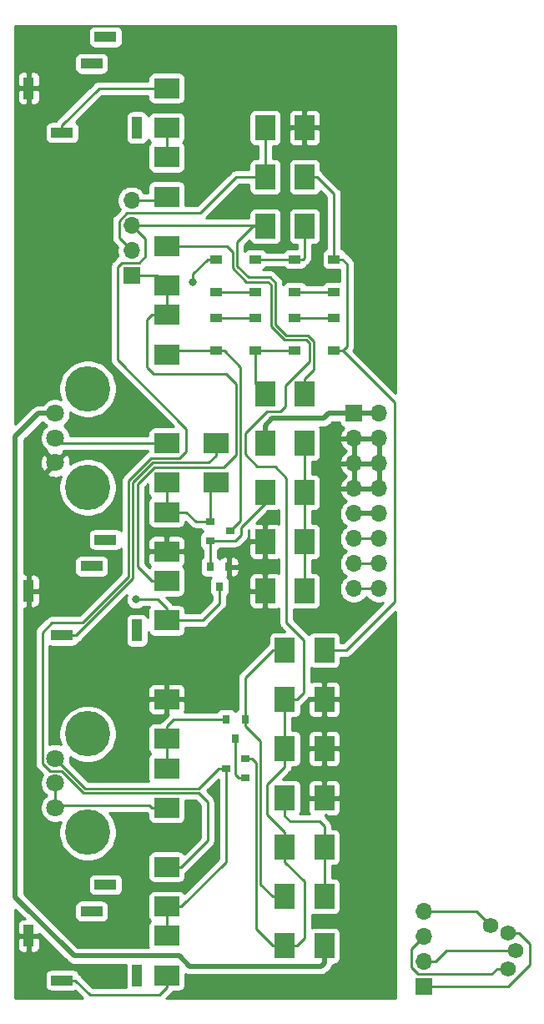
<source format=gbr>
G04 #@! TF.GenerationSoftware,KiCad,Pcbnew,(5.1.5)-3*
G04 #@! TF.CreationDate,2020-07-22T14:34:40-07:00*
G04 #@! TF.ProjectId,VCF,5643462e-6b69-4636-9164-5f7063625858,rev?*
G04 #@! TF.SameCoordinates,Original*
G04 #@! TF.FileFunction,Copper,L1,Top*
G04 #@! TF.FilePolarity,Positive*
%FSLAX46Y46*%
G04 Gerber Fmt 4.6, Leading zero omitted, Abs format (unit mm)*
G04 Created by KiCad (PCBNEW (5.1.5)-3) date 2020-07-22 14:34:40*
%MOMM*%
%LPD*%
G04 APERTURE LIST*
%ADD10R,2.500000X2.000000*%
%ADD11R,2.000000X2.500000*%
%ADD12R,1.200000X0.900000*%
%ADD13R,1.000000X2.200000*%
%ADD14R,2.200000X1.000000*%
%ADD15R,1.700000X1.700000*%
%ADD16O,1.700000X1.700000*%
%ADD17R,0.900000X0.800000*%
%ADD18R,0.800000X0.900000*%
%ADD19C,1.800000*%
%ADD20C,4.600000*%
%ADD21C,1.580000*%
%ADD22C,0.800000*%
%ADD23C,0.250000*%
%ADD24C,0.500000*%
%ADD25C,0.254000*%
G04 APERTURE END LIST*
D10*
X16000000Y-11000000D03*
X16000000Y-7000000D03*
D11*
X30000000Y-58000000D03*
X26000000Y-58000000D03*
X26000000Y-53000000D03*
X30000000Y-53000000D03*
X26000000Y-38000000D03*
X30000000Y-38000000D03*
X30000000Y-16000000D03*
X26000000Y-16000000D03*
X28000000Y-64000000D03*
X32000000Y-64000000D03*
X26000000Y-21000000D03*
X30000000Y-21000000D03*
X32000000Y-69000000D03*
X28000000Y-69000000D03*
X32000000Y-74000000D03*
X28000000Y-74000000D03*
D10*
X16000000Y-93000000D03*
X16000000Y-97000000D03*
D12*
X21000000Y-30350000D03*
X21000000Y-33650000D03*
X25000000Y-30350000D03*
X25000000Y-33650000D03*
X29000000Y-30350000D03*
X29000000Y-33650000D03*
X33000000Y-33650000D03*
X33000000Y-30350000D03*
X33000000Y-27650000D03*
X33000000Y-24350000D03*
X29000000Y-27650000D03*
X29000000Y-24350000D03*
X25000000Y-24350000D03*
X25000000Y-27650000D03*
X21000000Y-27650000D03*
X21000000Y-24350000D03*
D13*
X2000000Y-7000000D03*
D14*
X5400000Y-11500000D03*
D13*
X13000000Y-11000000D03*
D14*
X8400000Y-4500000D03*
X9800000Y-1800000D03*
X9800000Y-52800000D03*
X8400000Y-55500000D03*
D13*
X13000000Y-62000000D03*
D14*
X5400000Y-62500000D03*
D13*
X2000000Y-58000000D03*
D15*
X12440000Y-26000000D03*
D16*
X12440000Y-23460000D03*
X12440000Y-20920000D03*
X12440000Y-18380000D03*
X42080180Y-90543380D03*
X42080180Y-93083380D03*
X42080180Y-95623380D03*
D15*
X42080180Y-98163380D03*
D16*
X37540000Y-57780000D03*
X35000000Y-57780000D03*
X37540000Y-55240000D03*
X35000000Y-55240000D03*
X37540000Y-52700000D03*
X35000000Y-52700000D03*
X37540000Y-50160000D03*
X35000000Y-50160000D03*
X37540000Y-47620000D03*
X35000000Y-47620000D03*
X37540000Y-45080000D03*
X35000000Y-45080000D03*
X37540000Y-42540000D03*
X35000000Y-42540000D03*
X37540000Y-40000000D03*
D15*
X35000000Y-40000000D03*
D13*
X2000000Y-93000000D03*
D14*
X5400000Y-97500000D03*
D13*
X13000000Y-97000000D03*
D14*
X8400000Y-90500000D03*
X9800000Y-87800000D03*
D17*
X22440140Y-51935380D03*
X20440140Y-52885380D03*
X20440140Y-50985380D03*
D18*
X21376640Y-57553100D03*
X20426640Y-55553100D03*
X22326640Y-55553100D03*
X23950000Y-71000000D03*
X22050000Y-71000000D03*
X23000000Y-73000000D03*
D17*
X24000000Y-76950000D03*
X24000000Y-75050000D03*
X22000000Y-76000000D03*
D10*
X16000000Y-14000000D03*
X16000000Y-18000000D03*
X21000000Y-43000000D03*
X21000000Y-47000000D03*
X16000000Y-43000000D03*
X16000000Y-47000000D03*
X16000000Y-50000000D03*
X16000000Y-54000000D03*
X16000000Y-23000000D03*
X16000000Y-27000000D03*
X16000000Y-30000000D03*
X16000000Y-34000000D03*
D11*
X26000000Y-48000000D03*
X30000000Y-48000000D03*
X30000000Y-43000000D03*
X26000000Y-43000000D03*
X30000000Y-11000000D03*
X26000000Y-11000000D03*
X28000000Y-94000000D03*
X32000000Y-94000000D03*
D10*
X16000000Y-57000000D03*
X16000000Y-61000000D03*
D11*
X32000000Y-84000000D03*
X28000000Y-84000000D03*
X28000000Y-79000000D03*
X32000000Y-79000000D03*
X32000000Y-89000000D03*
X28000000Y-89000000D03*
D10*
X16000000Y-73000000D03*
X16000000Y-69000000D03*
X16000000Y-76000000D03*
X16000000Y-80000000D03*
X16000000Y-90000000D03*
X16000000Y-86000000D03*
D19*
X4700000Y-45000000D03*
X4700000Y-42500000D03*
X4700000Y-40000000D03*
D20*
X8000000Y-47500000D03*
X8000000Y-37500000D03*
X8000000Y-72500000D03*
X8000000Y-82500000D03*
D19*
X4700000Y-75000000D03*
X4700000Y-77500000D03*
X4700000Y-80000000D03*
D21*
X48877220Y-91983560D03*
X50673320Y-92727460D03*
X51417220Y-94523560D03*
X50673320Y-96319660D03*
D22*
X18500000Y-52000000D03*
X22000000Y-61000000D03*
X18000000Y-59000000D03*
X20000000Y-59000000D03*
X24000000Y-61000000D03*
X18500000Y-54000000D03*
X10000000Y-76000000D03*
X12000000Y-76000000D03*
X11000000Y-81000000D03*
X13000000Y-81000000D03*
X10000000Y-93000000D03*
X12000000Y-93000000D03*
X19000000Y-98000000D03*
X21000000Y-98000000D03*
X38000000Y-64000000D03*
X36000000Y-64000000D03*
X38000000Y-34000000D03*
X36000000Y-34000000D03*
X14000000Y-40000000D03*
X12000000Y-40000000D03*
X12500000Y-44500000D03*
X1500000Y-39000000D03*
X12915900Y-58851800D03*
X18641060Y-26680160D03*
D23*
X16000000Y-14000000D02*
X16000000Y-11000000D01*
X9150000Y-7000000D02*
X14500000Y-7000000D01*
X14500000Y-7000000D02*
X16000000Y-7000000D01*
X5400000Y-10750000D02*
X9150000Y-7000000D01*
X5400000Y-11500000D02*
X5400000Y-10750000D01*
X30000000Y-43000000D02*
X30000000Y-48000000D01*
X30000000Y-48000000D02*
X30000000Y-53000000D01*
X30000000Y-53000000D02*
X30000000Y-58000000D01*
X25850000Y-33650000D02*
X29000000Y-33650000D01*
X25000000Y-33650000D02*
X25850000Y-33650000D01*
X25000000Y-37000000D02*
X26000000Y-38000000D01*
X25000000Y-33650000D02*
X25000000Y-37000000D01*
X25920000Y-20920000D02*
X26000000Y-21000000D01*
X12440000Y-20920000D02*
X25920000Y-20920000D01*
X13289999Y-21769999D02*
X12440000Y-20920000D01*
X13820140Y-22300140D02*
X13289999Y-21769999D01*
X3373120Y-75486122D02*
X3373120Y-62224920D01*
X20148330Y-79431930D02*
X19218070Y-78501670D01*
X4145418Y-76258420D02*
X3373120Y-75486122D01*
X18016220Y-43847370D02*
X18016220Y-41554400D01*
X5321420Y-76258420D02*
X4145418Y-76258420D01*
X12150498Y-56533642D02*
X12150498Y-46796410D01*
X7564670Y-78501670D02*
X5321420Y-76258420D01*
X3373120Y-62224920D02*
X4361180Y-61236860D01*
X4361180Y-61236860D02*
X7447280Y-61236860D01*
X18016220Y-41554400D02*
X11023600Y-34561780D01*
X17500000Y-86000000D02*
X20148330Y-83351670D01*
X13195300Y-24709120D02*
X13820140Y-24084280D01*
X16000000Y-86000000D02*
X17500000Y-86000000D01*
X20148330Y-83351670D02*
X20148330Y-79431930D01*
X17327662Y-44535928D02*
X18016220Y-43847370D01*
X19218070Y-78501670D02*
X7564670Y-78501670D01*
X11023600Y-34561780D02*
X11023600Y-25128220D01*
X7447280Y-61236860D02*
X12150498Y-56533642D01*
X14410980Y-44535928D02*
X17327662Y-44535928D01*
X12150498Y-46796410D02*
X14410980Y-44535928D01*
X11023600Y-25128220D02*
X11442700Y-24709120D01*
X11442700Y-24709120D02*
X13195300Y-24709120D01*
X13820140Y-24084280D02*
X13820140Y-22300140D01*
X28177199Y-32079769D02*
X30346360Y-32079769D01*
X23141942Y-22608058D02*
X23141942Y-25031702D01*
X26500800Y-26181889D02*
X27071321Y-26752410D01*
X24292129Y-26181889D02*
X26500800Y-26181889D01*
X30934660Y-35567620D02*
X30861000Y-35641280D01*
X30346360Y-32079769D02*
X30934660Y-32668069D01*
X27071321Y-26752410D02*
X27071321Y-30973891D01*
X30000000Y-36500000D02*
X30000000Y-38000000D01*
X26000000Y-21000000D02*
X24750000Y-21000000D01*
X27071321Y-30973891D02*
X28177199Y-32079769D01*
X30934660Y-32668069D02*
X30934660Y-35567620D01*
X30858720Y-35641280D02*
X30000000Y-36500000D01*
X30861000Y-35641280D02*
X30858720Y-35641280D01*
X23141942Y-25031702D02*
X24292129Y-26181889D01*
X24750000Y-21000000D02*
X23141942Y-22608058D01*
X33000000Y-23650000D02*
X32986980Y-23636980D01*
X33000000Y-24350000D02*
X33000000Y-23650000D01*
X31250000Y-16000000D02*
X30000000Y-16000000D01*
X32986980Y-17736980D02*
X31250000Y-16000000D01*
X32986980Y-23636980D02*
X32986980Y-17736980D01*
X33850000Y-33650000D02*
X33000000Y-33650000D01*
X34300160Y-33223200D02*
X33873360Y-33650000D01*
X34300160Y-24800160D02*
X34300160Y-33223200D01*
X33873360Y-33650000D02*
X33850000Y-33650000D01*
X33000000Y-24350000D02*
X33850000Y-24350000D01*
X33850000Y-24350000D02*
X34300160Y-24800160D01*
X39133780Y-59115960D02*
X34249740Y-64000000D01*
X39133780Y-38902640D02*
X39133780Y-59115960D01*
X33850000Y-33650000D02*
X33881140Y-33650000D01*
X34249740Y-64000000D02*
X32000000Y-64000000D01*
X33881140Y-33650000D02*
X39133780Y-38902640D01*
X23080440Y-16000000D02*
X26000000Y-16000000D01*
X11170920Y-22190920D02*
X11170920Y-20450078D01*
X19403060Y-19677380D02*
X23080440Y-16000000D01*
X12440000Y-23460000D02*
X11170920Y-22190920D01*
X11170920Y-20450078D02*
X11943618Y-19677380D01*
X11943618Y-19677380D02*
X19403060Y-19677380D01*
X26000000Y-12500000D02*
X26000000Y-16000000D01*
X26000000Y-11000000D02*
X26000000Y-12500000D01*
X23950000Y-66800000D02*
X23950000Y-70300000D01*
X23950000Y-70300000D02*
X23950000Y-71000000D01*
X26750000Y-64000000D02*
X23950000Y-66800000D01*
X28000000Y-64000000D02*
X26750000Y-64000000D01*
X25514300Y-73264300D02*
X25514300Y-87764300D01*
X26750000Y-89000000D02*
X28000000Y-89000000D01*
X23950000Y-71000000D02*
X23950000Y-71700000D01*
X25514300Y-87764300D02*
X26750000Y-89000000D01*
X23950000Y-71700000D02*
X25514300Y-73264300D01*
X29850000Y-24350000D02*
X29000000Y-24350000D01*
X30000000Y-24200000D02*
X29850000Y-24350000D01*
X30000000Y-21000000D02*
X30000000Y-24200000D01*
X29000000Y-24350000D02*
X25000000Y-24350000D01*
X28000000Y-70500000D02*
X28000000Y-74000000D01*
X28000000Y-69000000D02*
X28000000Y-70500000D01*
X29250000Y-94000000D02*
X28000000Y-94000000D01*
X29992320Y-87492320D02*
X29992320Y-93257680D01*
X28000000Y-85500000D02*
X29992320Y-87492320D01*
X29992320Y-93257680D02*
X29250000Y-94000000D01*
X28000000Y-84000000D02*
X28000000Y-85500000D01*
X26200100Y-77635100D02*
X28000000Y-75835200D01*
X26200100Y-80700100D02*
X26200100Y-77635100D01*
X28000000Y-75835200D02*
X28000000Y-74000000D01*
X28000000Y-84000000D02*
X28000000Y-82500000D01*
X28000000Y-82500000D02*
X26200100Y-80700100D01*
X26750000Y-94000000D02*
X28000000Y-94000000D01*
X25064290Y-92314290D02*
X26750000Y-94000000D01*
X25064290Y-75414290D02*
X25064290Y-92314290D01*
X24700000Y-75050000D02*
X25064290Y-75414290D01*
X24000000Y-75050000D02*
X24700000Y-75050000D01*
X29250000Y-69000000D02*
X28000000Y-69000000D01*
X29949140Y-68300860D02*
X29250000Y-69000000D01*
X30480000Y-32849820D02*
X30480000Y-34684998D01*
X30159960Y-32529780D02*
X30480000Y-32849820D01*
X23949660Y-42035338D02*
X23949660Y-44142660D01*
X26621310Y-26938810D02*
X26621310Y-31160290D01*
X16000000Y-23000000D02*
X22100840Y-23000000D01*
X26621310Y-31160290D02*
X27990800Y-32529780D01*
X26314400Y-26631900D02*
X26621310Y-26938810D01*
X25212040Y-45405040D02*
X27005280Y-45405040D01*
X22691931Y-25218101D02*
X24105730Y-26631900D01*
X24105730Y-26631900D02*
X26314400Y-26631900D01*
X22100840Y-23000000D02*
X22691931Y-23591091D01*
X28127960Y-61180980D02*
X29949140Y-63002160D01*
X22691931Y-23591091D02*
X22691931Y-25218101D01*
X28127960Y-46527720D02*
X28127960Y-61180980D01*
X27990800Y-32529780D02*
X30159960Y-32529780D01*
X30480000Y-34684998D02*
X28031440Y-37133558D01*
X28031440Y-37133558D02*
X28031440Y-39316660D01*
X28031440Y-39316660D02*
X27536140Y-39811960D01*
X27536140Y-39811960D02*
X26173038Y-39811960D01*
X26173038Y-39811960D02*
X23949660Y-42035338D01*
X23949660Y-44142660D02*
X25212040Y-45405040D01*
X27005280Y-45405040D02*
X28127960Y-46527720D01*
X29949140Y-63002160D02*
X29949140Y-68300860D01*
X16000000Y-91250000D02*
X16000000Y-93000000D01*
X16000000Y-90000000D02*
X16000000Y-91250000D01*
X21998120Y-76001880D02*
X22000000Y-76000000D01*
X21267420Y-76001880D02*
X21998120Y-76001880D01*
X19225260Y-78044040D02*
X21267420Y-76001880D01*
X4700000Y-75000000D02*
X7744040Y-78044040D01*
X7744040Y-78044040D02*
X19225260Y-78044040D01*
X22000000Y-76650000D02*
X22000000Y-76000000D01*
X22000000Y-85500000D02*
X22000000Y-76650000D01*
X17500000Y-90000000D02*
X22000000Y-85500000D01*
X16000000Y-90000000D02*
X17500000Y-90000000D01*
X6750000Y-97500000D02*
X8218560Y-98968560D01*
X5400000Y-97500000D02*
X6750000Y-97500000D01*
X16000000Y-98250000D02*
X16000000Y-97000000D01*
X15281440Y-98968560D02*
X16000000Y-98250000D01*
X8218560Y-98968560D02*
X15281440Y-98968560D01*
X21000000Y-30350000D02*
X25000000Y-30350000D01*
X16350000Y-33650000D02*
X16000000Y-34000000D01*
X21000000Y-33650000D02*
X16350000Y-33650000D01*
X23500080Y-44329491D02*
X23500080Y-50925440D01*
X23500080Y-41848507D02*
X23499649Y-41848938D01*
X22490140Y-51935380D02*
X22440140Y-51935380D01*
X23499649Y-44329060D02*
X23500080Y-44329491D01*
X21000000Y-33650000D02*
X21850000Y-33650000D01*
X23500080Y-50925440D02*
X22490140Y-51935380D01*
X21850000Y-33650000D02*
X23500080Y-35300080D01*
X23500080Y-35300080D02*
X23500080Y-41848507D01*
X23499649Y-41848938D02*
X23499649Y-44329060D01*
X29850000Y-30350000D02*
X33000000Y-30350000D01*
X29000000Y-30350000D02*
X29850000Y-30350000D01*
X29000000Y-27650000D02*
X33000000Y-27650000D01*
X21850000Y-27650000D02*
X25000000Y-27650000D01*
X21000000Y-27650000D02*
X21850000Y-27650000D01*
X21376640Y-57553100D02*
X21376640Y-59253120D01*
X19629760Y-61000000D02*
X16000000Y-61000000D01*
X21376640Y-59253120D02*
X19629760Y-61000000D01*
X16000000Y-59750000D02*
X16000000Y-61000000D01*
X15101800Y-58851800D02*
X16000000Y-59750000D01*
X12915900Y-58851800D02*
X15101800Y-58851800D01*
X18641060Y-25858940D02*
X18641060Y-26680160D01*
X20150000Y-24350000D02*
X18641060Y-25858940D01*
X21000000Y-24350000D02*
X20150000Y-24350000D01*
X36202081Y-55240000D02*
X37540000Y-55240000D01*
X35000000Y-55240000D02*
X36202081Y-55240000D01*
X20264061Y-44985939D02*
X14597380Y-44985939D01*
X12600509Y-46982810D02*
X12600509Y-56720042D01*
X14597380Y-44985939D02*
X12600509Y-46982810D01*
X6820551Y-62500000D02*
X6750000Y-62500000D01*
X6750000Y-62500000D02*
X5400000Y-62500000D01*
X21000000Y-43000000D02*
X21000000Y-44250000D01*
X12600509Y-56720042D02*
X6820551Y-62500000D01*
X21000000Y-44250000D02*
X20264061Y-44985939D01*
X15000000Y-26000000D02*
X16000000Y-27000000D01*
X12440000Y-26000000D02*
X15000000Y-26000000D01*
X16000000Y-28250000D02*
X16000000Y-30000000D01*
X16000000Y-27000000D02*
X16000000Y-28250000D01*
X14500000Y-30000000D02*
X16000000Y-30000000D01*
X13977620Y-30522380D02*
X14500000Y-30000000D01*
X13977620Y-35288220D02*
X13977620Y-30522380D01*
X22072600Y-35986720D02*
X14676120Y-35986720D01*
X23047960Y-36962080D02*
X22072600Y-35986720D01*
X14676120Y-35986720D02*
X13977620Y-35288220D01*
X23047960Y-44203620D02*
X23047960Y-36962080D01*
X21815630Y-45435950D02*
X23047960Y-44203620D01*
X14783780Y-45435950D02*
X21815630Y-45435950D01*
X13050520Y-47169210D02*
X14783780Y-45435950D01*
X13050520Y-55550520D02*
X13050520Y-47169210D01*
X14500000Y-57000000D02*
X13050520Y-55550520D01*
X16000000Y-57000000D02*
X14500000Y-57000000D01*
X15620000Y-18380000D02*
X16000000Y-18000000D01*
X12440000Y-18380000D02*
X15620000Y-18380000D01*
X47437040Y-90543380D02*
X48877220Y-91983560D01*
X42080180Y-90543380D02*
X47437040Y-90543380D01*
X40802560Y-94361000D02*
X40802560Y-96199960D01*
X41478200Y-96875600D02*
X49000152Y-96875600D01*
X42080180Y-93083380D02*
X40802560Y-94361000D01*
X40802560Y-96199960D02*
X41478200Y-96875600D01*
X49556092Y-96319660D02*
X50673320Y-96319660D01*
X49000152Y-96875600D02*
X49556092Y-96319660D01*
X50299992Y-94523560D02*
X51417220Y-94523560D01*
X44382081Y-94523560D02*
X50299992Y-94523560D01*
X43282261Y-95623380D02*
X44382081Y-94523560D01*
X42080180Y-95623380D02*
X43282261Y-95623380D01*
X51790548Y-92727460D02*
X50673320Y-92727460D01*
X52890420Y-93827332D02*
X51790548Y-92727460D01*
X52890420Y-95933260D02*
X52890420Y-93827332D01*
X42080180Y-98163380D02*
X50660300Y-98163380D01*
X50660300Y-98163380D02*
X52890420Y-95933260D01*
X36337919Y-57780000D02*
X35000000Y-57780000D01*
X37540000Y-57780000D02*
X36337919Y-57780000D01*
X36337919Y-52700000D02*
X35000000Y-52700000D01*
X37540000Y-52700000D02*
X36337919Y-52700000D01*
D24*
X35000000Y-50160000D02*
X37540000Y-50160000D01*
X3012360Y-40000000D02*
X4700000Y-40000000D01*
X662940Y-42349420D02*
X3012360Y-40000000D01*
X662940Y-89072938D02*
X662940Y-42349420D01*
X6613942Y-95023940D02*
X662940Y-89072938D01*
X32000000Y-95750000D02*
X31651640Y-96098360D01*
X32000000Y-94000000D02*
X32000000Y-95750000D01*
X18338362Y-96098360D02*
X17263942Y-95023940D01*
X31651640Y-96098360D02*
X18338362Y-96098360D01*
X17263942Y-95023940D02*
X6613942Y-95023940D01*
X26000000Y-41250000D02*
X26737000Y-40513000D01*
X26000000Y-43000000D02*
X26000000Y-41250000D01*
X26737000Y-40513000D02*
X31943040Y-40513000D01*
X32456040Y-40000000D02*
X35000000Y-40000000D01*
X31943040Y-40513000D02*
X32456040Y-40000000D01*
X35000000Y-40000000D02*
X37540000Y-40000000D01*
D23*
X20440140Y-55539600D02*
X20426640Y-55553100D01*
X20440140Y-52885380D02*
X20440140Y-55539600D01*
X26000000Y-49112880D02*
X26000000Y-48000000D01*
X23566120Y-52313840D02*
X23566120Y-51546760D01*
X21140140Y-52885380D02*
X21142720Y-52882800D01*
X23566120Y-51546760D02*
X26000000Y-49112880D01*
X20440140Y-52885380D02*
X21140140Y-52885380D01*
X22232620Y-52880260D02*
X22999700Y-52880260D01*
X22999700Y-52880260D02*
X23566120Y-52313840D01*
X21142720Y-52882800D02*
X22230080Y-52882800D01*
X22230080Y-52882800D02*
X22232620Y-52880260D01*
X16000000Y-50000000D02*
X18018860Y-50000000D01*
X19004240Y-50985380D02*
X20440140Y-50985380D01*
X18018860Y-50000000D02*
X19004240Y-50985380D01*
X20440140Y-47559860D02*
X21000000Y-47000000D01*
X20440140Y-50985380D02*
X20440140Y-47559860D01*
X16000000Y-48250000D02*
X16000000Y-50000000D01*
X16000000Y-47000000D02*
X16000000Y-48250000D01*
X16000000Y-71750000D02*
X16000000Y-73000000D01*
X16750000Y-71000000D02*
X16000000Y-71750000D01*
X22050000Y-71000000D02*
X16750000Y-71000000D01*
X16000000Y-74750000D02*
X16000000Y-73000000D01*
X16000000Y-76000000D02*
X16000000Y-74750000D01*
X23300000Y-76950000D02*
X24000000Y-76950000D01*
X23009860Y-76659860D02*
X23300000Y-76950000D01*
X23000000Y-73000000D02*
X23009860Y-73009860D01*
X23009860Y-73009860D02*
X23009860Y-76659860D01*
X5200000Y-43000000D02*
X4700000Y-42500000D01*
X16000000Y-43000000D02*
X5200000Y-43000000D01*
X32000000Y-81860200D02*
X32000000Y-84000000D01*
X31536640Y-81396840D02*
X32000000Y-81860200D01*
X28000000Y-79000000D02*
X28000000Y-80852320D01*
X28544520Y-81396840D02*
X31536640Y-81396840D01*
X28000000Y-80852320D02*
X28544520Y-81396840D01*
X32000000Y-84000000D02*
X32000000Y-89000000D01*
X4700000Y-78772792D02*
X4700000Y-80000000D01*
X4700000Y-77500000D02*
X4700000Y-78772792D01*
X14500000Y-80000000D02*
X16000000Y-80000000D01*
X14291560Y-79791560D02*
X14500000Y-80000000D01*
X4700000Y-80000000D02*
X4908440Y-79791560D01*
X4908440Y-79791560D02*
X14291560Y-79791560D01*
D25*
G36*
X39245557Y-99340000D02*
G01*
X15984801Y-99340000D01*
X16511004Y-98813798D01*
X16540001Y-98790001D01*
X16634974Y-98674276D01*
X16654326Y-98638072D01*
X17250000Y-98638072D01*
X17374482Y-98625812D01*
X17494180Y-98589502D01*
X17604494Y-98530537D01*
X17701185Y-98451185D01*
X17780537Y-98354494D01*
X17839502Y-98244180D01*
X17875812Y-98124482D01*
X17888072Y-98000000D01*
X17888072Y-96861166D01*
X17998049Y-96919949D01*
X18164872Y-96970555D01*
X18294885Y-96983360D01*
X18294895Y-96983360D01*
X18338361Y-96987641D01*
X18381827Y-96983360D01*
X31608171Y-96983360D01*
X31651640Y-96987641D01*
X31695109Y-96983360D01*
X31695117Y-96983360D01*
X31825130Y-96970555D01*
X31991953Y-96919949D01*
X32145699Y-96837771D01*
X32280457Y-96727177D01*
X32308174Y-96693404D01*
X32595044Y-96406534D01*
X32628817Y-96378817D01*
X32739411Y-96244059D01*
X32821589Y-96090313D01*
X32872195Y-95923490D01*
X32875683Y-95888072D01*
X33000000Y-95888072D01*
X33124482Y-95875812D01*
X33244180Y-95839502D01*
X33354494Y-95780537D01*
X33451185Y-95701185D01*
X33530537Y-95604494D01*
X33589502Y-95494180D01*
X33625812Y-95374482D01*
X33638072Y-95250000D01*
X33638072Y-92750000D01*
X33625812Y-92625518D01*
X33589502Y-92505820D01*
X33530537Y-92395506D01*
X33451185Y-92298815D01*
X33354494Y-92219463D01*
X33244180Y-92160498D01*
X33124482Y-92124188D01*
X33000000Y-92111928D01*
X31000000Y-92111928D01*
X30875518Y-92124188D01*
X30755820Y-92160498D01*
X30752320Y-92162369D01*
X30752320Y-90837631D01*
X30755820Y-90839502D01*
X30875518Y-90875812D01*
X31000000Y-90888072D01*
X33000000Y-90888072D01*
X33124482Y-90875812D01*
X33244180Y-90839502D01*
X33354494Y-90780537D01*
X33451185Y-90701185D01*
X33530537Y-90604494D01*
X33589502Y-90494180D01*
X33625812Y-90374482D01*
X33638072Y-90250000D01*
X33638072Y-87750000D01*
X33625812Y-87625518D01*
X33589502Y-87505820D01*
X33530537Y-87395506D01*
X33451185Y-87298815D01*
X33354494Y-87219463D01*
X33244180Y-87160498D01*
X33124482Y-87124188D01*
X33000000Y-87111928D01*
X32760000Y-87111928D01*
X32760000Y-85888072D01*
X33000000Y-85888072D01*
X33124482Y-85875812D01*
X33244180Y-85839502D01*
X33354494Y-85780537D01*
X33451185Y-85701185D01*
X33530537Y-85604494D01*
X33589502Y-85494180D01*
X33625812Y-85374482D01*
X33638072Y-85250000D01*
X33638072Y-82750000D01*
X33625812Y-82625518D01*
X33589502Y-82505820D01*
X33530537Y-82395506D01*
X33451185Y-82298815D01*
X33354494Y-82219463D01*
X33244180Y-82160498D01*
X33124482Y-82124188D01*
X33000000Y-82111928D01*
X32760000Y-82111928D01*
X32760000Y-81897522D01*
X32763676Y-81860200D01*
X32760000Y-81822877D01*
X32760000Y-81822867D01*
X32749003Y-81711214D01*
X32705546Y-81567953D01*
X32687932Y-81535000D01*
X32634974Y-81435923D01*
X32572910Y-81360299D01*
X32540001Y-81320199D01*
X32510998Y-81296397D01*
X32100444Y-80885843D01*
X32099752Y-80885000D01*
X32127002Y-80885000D01*
X32127002Y-80726252D01*
X32285750Y-80885000D01*
X33000000Y-80888072D01*
X33124482Y-80875812D01*
X33244180Y-80839502D01*
X33354494Y-80780537D01*
X33451185Y-80701185D01*
X33530537Y-80604494D01*
X33589502Y-80494180D01*
X33625812Y-80374482D01*
X33638072Y-80250000D01*
X33635000Y-79285750D01*
X33476250Y-79127000D01*
X32127000Y-79127000D01*
X32127000Y-79147000D01*
X31873000Y-79147000D01*
X31873000Y-79127000D01*
X30523750Y-79127000D01*
X30365000Y-79285750D01*
X30361928Y-80250000D01*
X30374188Y-80374482D01*
X30410498Y-80494180D01*
X30469463Y-80604494D01*
X30496009Y-80636840D01*
X29503991Y-80636840D01*
X29530537Y-80604494D01*
X29589502Y-80494180D01*
X29625812Y-80374482D01*
X29638072Y-80250000D01*
X29638072Y-77750000D01*
X30361928Y-77750000D01*
X30365000Y-78714250D01*
X30523750Y-78873000D01*
X31873000Y-78873000D01*
X31873000Y-77273750D01*
X32127000Y-77273750D01*
X32127000Y-78873000D01*
X33476250Y-78873000D01*
X33635000Y-78714250D01*
X33638072Y-77750000D01*
X33625812Y-77625518D01*
X33589502Y-77505820D01*
X33530537Y-77395506D01*
X33451185Y-77298815D01*
X33354494Y-77219463D01*
X33244180Y-77160498D01*
X33124482Y-77124188D01*
X33000000Y-77111928D01*
X32285750Y-77115000D01*
X32127000Y-77273750D01*
X31873000Y-77273750D01*
X31714250Y-77115000D01*
X31000000Y-77111928D01*
X30875518Y-77124188D01*
X30755820Y-77160498D01*
X30645506Y-77219463D01*
X30548815Y-77298815D01*
X30469463Y-77395506D01*
X30410498Y-77505820D01*
X30374188Y-77625518D01*
X30361928Y-77750000D01*
X29638072Y-77750000D01*
X29625812Y-77625518D01*
X29589502Y-77505820D01*
X29530537Y-77395506D01*
X29451185Y-77298815D01*
X29354494Y-77219463D01*
X29244180Y-77160498D01*
X29124482Y-77124188D01*
X29000000Y-77111928D01*
X27798074Y-77111928D01*
X28511004Y-76398998D01*
X28540001Y-76375201D01*
X28566332Y-76343117D01*
X28634974Y-76259477D01*
X28705546Y-76127447D01*
X28705546Y-76127446D01*
X28749003Y-75984186D01*
X28758470Y-75888072D01*
X29000000Y-75888072D01*
X29124482Y-75875812D01*
X29244180Y-75839502D01*
X29354494Y-75780537D01*
X29451185Y-75701185D01*
X29530537Y-75604494D01*
X29589502Y-75494180D01*
X29625812Y-75374482D01*
X29638072Y-75250000D01*
X30361928Y-75250000D01*
X30374188Y-75374482D01*
X30410498Y-75494180D01*
X30469463Y-75604494D01*
X30548815Y-75701185D01*
X30645506Y-75780537D01*
X30755820Y-75839502D01*
X30875518Y-75875812D01*
X31000000Y-75888072D01*
X31714250Y-75885000D01*
X31873000Y-75726250D01*
X31873000Y-74127000D01*
X32127000Y-74127000D01*
X32127000Y-75726250D01*
X32285750Y-75885000D01*
X33000000Y-75888072D01*
X33124482Y-75875812D01*
X33244180Y-75839502D01*
X33354494Y-75780537D01*
X33451185Y-75701185D01*
X33530537Y-75604494D01*
X33589502Y-75494180D01*
X33625812Y-75374482D01*
X33638072Y-75250000D01*
X33635000Y-74285750D01*
X33476250Y-74127000D01*
X32127000Y-74127000D01*
X31873000Y-74127000D01*
X30523750Y-74127000D01*
X30365000Y-74285750D01*
X30361928Y-75250000D01*
X29638072Y-75250000D01*
X29638072Y-72750000D01*
X30361928Y-72750000D01*
X30365000Y-73714250D01*
X30523750Y-73873000D01*
X31873000Y-73873000D01*
X31873000Y-72273750D01*
X32127000Y-72273750D01*
X32127000Y-73873000D01*
X33476250Y-73873000D01*
X33635000Y-73714250D01*
X33638072Y-72750000D01*
X33625812Y-72625518D01*
X33589502Y-72505820D01*
X33530537Y-72395506D01*
X33451185Y-72298815D01*
X33354494Y-72219463D01*
X33244180Y-72160498D01*
X33124482Y-72124188D01*
X33000000Y-72111928D01*
X32285750Y-72115000D01*
X32127000Y-72273750D01*
X31873000Y-72273750D01*
X31714250Y-72115000D01*
X31000000Y-72111928D01*
X30875518Y-72124188D01*
X30755820Y-72160498D01*
X30645506Y-72219463D01*
X30548815Y-72298815D01*
X30469463Y-72395506D01*
X30410498Y-72505820D01*
X30374188Y-72625518D01*
X30361928Y-72750000D01*
X29638072Y-72750000D01*
X29625812Y-72625518D01*
X29589502Y-72505820D01*
X29530537Y-72395506D01*
X29451185Y-72298815D01*
X29354494Y-72219463D01*
X29244180Y-72160498D01*
X29124482Y-72124188D01*
X29000000Y-72111928D01*
X28760000Y-72111928D01*
X28760000Y-70888072D01*
X29000000Y-70888072D01*
X29124482Y-70875812D01*
X29244180Y-70839502D01*
X29354494Y-70780537D01*
X29451185Y-70701185D01*
X29530537Y-70604494D01*
X29589502Y-70494180D01*
X29625812Y-70374482D01*
X29638072Y-70250000D01*
X30361928Y-70250000D01*
X30374188Y-70374482D01*
X30410498Y-70494180D01*
X30469463Y-70604494D01*
X30548815Y-70701185D01*
X30645506Y-70780537D01*
X30755820Y-70839502D01*
X30875518Y-70875812D01*
X31000000Y-70888072D01*
X31714250Y-70885000D01*
X31873000Y-70726250D01*
X31873000Y-69127000D01*
X32127000Y-69127000D01*
X32127000Y-70726250D01*
X32285750Y-70885000D01*
X33000000Y-70888072D01*
X33124482Y-70875812D01*
X33244180Y-70839502D01*
X33354494Y-70780537D01*
X33451185Y-70701185D01*
X33530537Y-70604494D01*
X33589502Y-70494180D01*
X33625812Y-70374482D01*
X33638072Y-70250000D01*
X33635000Y-69285750D01*
X33476250Y-69127000D01*
X32127000Y-69127000D01*
X31873000Y-69127000D01*
X30523750Y-69127000D01*
X30365000Y-69285750D01*
X30361928Y-70250000D01*
X29638072Y-70250000D01*
X29638072Y-69654326D01*
X29674276Y-69634974D01*
X29790001Y-69540001D01*
X29813803Y-69510998D01*
X30460142Y-68864659D01*
X30489141Y-68840861D01*
X30490254Y-68839504D01*
X30523750Y-68873000D01*
X31873000Y-68873000D01*
X31873000Y-67273750D01*
X32127000Y-67273750D01*
X32127000Y-68873000D01*
X33476250Y-68873000D01*
X33635000Y-68714250D01*
X33638072Y-67750000D01*
X33625812Y-67625518D01*
X33589502Y-67505820D01*
X33530537Y-67395506D01*
X33451185Y-67298815D01*
X33354494Y-67219463D01*
X33244180Y-67160498D01*
X33124482Y-67124188D01*
X33000000Y-67111928D01*
X32285750Y-67115000D01*
X32127000Y-67273750D01*
X31873000Y-67273750D01*
X31714250Y-67115000D01*
X31000000Y-67111928D01*
X30875518Y-67124188D01*
X30755820Y-67160498D01*
X30709140Y-67185449D01*
X30709140Y-65814551D01*
X30755820Y-65839502D01*
X30875518Y-65875812D01*
X31000000Y-65888072D01*
X33000000Y-65888072D01*
X33124482Y-65875812D01*
X33244180Y-65839502D01*
X33354494Y-65780537D01*
X33451185Y-65701185D01*
X33530537Y-65604494D01*
X33589502Y-65494180D01*
X33625812Y-65374482D01*
X33638072Y-65250000D01*
X33638072Y-64760000D01*
X34212418Y-64760000D01*
X34249740Y-64763676D01*
X34287062Y-64760000D01*
X34287073Y-64760000D01*
X34398726Y-64749003D01*
X34541987Y-64705546D01*
X34674016Y-64634974D01*
X34789741Y-64540001D01*
X34813544Y-64510997D01*
X39246554Y-60077988D01*
X39245557Y-99340000D01*
G37*
X39245557Y-99340000D02*
X15984801Y-99340000D01*
X16511004Y-98813798D01*
X16540001Y-98790001D01*
X16634974Y-98674276D01*
X16654326Y-98638072D01*
X17250000Y-98638072D01*
X17374482Y-98625812D01*
X17494180Y-98589502D01*
X17604494Y-98530537D01*
X17701185Y-98451185D01*
X17780537Y-98354494D01*
X17839502Y-98244180D01*
X17875812Y-98124482D01*
X17888072Y-98000000D01*
X17888072Y-96861166D01*
X17998049Y-96919949D01*
X18164872Y-96970555D01*
X18294885Y-96983360D01*
X18294895Y-96983360D01*
X18338361Y-96987641D01*
X18381827Y-96983360D01*
X31608171Y-96983360D01*
X31651640Y-96987641D01*
X31695109Y-96983360D01*
X31695117Y-96983360D01*
X31825130Y-96970555D01*
X31991953Y-96919949D01*
X32145699Y-96837771D01*
X32280457Y-96727177D01*
X32308174Y-96693404D01*
X32595044Y-96406534D01*
X32628817Y-96378817D01*
X32739411Y-96244059D01*
X32821589Y-96090313D01*
X32872195Y-95923490D01*
X32875683Y-95888072D01*
X33000000Y-95888072D01*
X33124482Y-95875812D01*
X33244180Y-95839502D01*
X33354494Y-95780537D01*
X33451185Y-95701185D01*
X33530537Y-95604494D01*
X33589502Y-95494180D01*
X33625812Y-95374482D01*
X33638072Y-95250000D01*
X33638072Y-92750000D01*
X33625812Y-92625518D01*
X33589502Y-92505820D01*
X33530537Y-92395506D01*
X33451185Y-92298815D01*
X33354494Y-92219463D01*
X33244180Y-92160498D01*
X33124482Y-92124188D01*
X33000000Y-92111928D01*
X31000000Y-92111928D01*
X30875518Y-92124188D01*
X30755820Y-92160498D01*
X30752320Y-92162369D01*
X30752320Y-90837631D01*
X30755820Y-90839502D01*
X30875518Y-90875812D01*
X31000000Y-90888072D01*
X33000000Y-90888072D01*
X33124482Y-90875812D01*
X33244180Y-90839502D01*
X33354494Y-90780537D01*
X33451185Y-90701185D01*
X33530537Y-90604494D01*
X33589502Y-90494180D01*
X33625812Y-90374482D01*
X33638072Y-90250000D01*
X33638072Y-87750000D01*
X33625812Y-87625518D01*
X33589502Y-87505820D01*
X33530537Y-87395506D01*
X33451185Y-87298815D01*
X33354494Y-87219463D01*
X33244180Y-87160498D01*
X33124482Y-87124188D01*
X33000000Y-87111928D01*
X32760000Y-87111928D01*
X32760000Y-85888072D01*
X33000000Y-85888072D01*
X33124482Y-85875812D01*
X33244180Y-85839502D01*
X33354494Y-85780537D01*
X33451185Y-85701185D01*
X33530537Y-85604494D01*
X33589502Y-85494180D01*
X33625812Y-85374482D01*
X33638072Y-85250000D01*
X33638072Y-82750000D01*
X33625812Y-82625518D01*
X33589502Y-82505820D01*
X33530537Y-82395506D01*
X33451185Y-82298815D01*
X33354494Y-82219463D01*
X33244180Y-82160498D01*
X33124482Y-82124188D01*
X33000000Y-82111928D01*
X32760000Y-82111928D01*
X32760000Y-81897522D01*
X32763676Y-81860200D01*
X32760000Y-81822877D01*
X32760000Y-81822867D01*
X32749003Y-81711214D01*
X32705546Y-81567953D01*
X32687932Y-81535000D01*
X32634974Y-81435923D01*
X32572910Y-81360299D01*
X32540001Y-81320199D01*
X32510998Y-81296397D01*
X32100444Y-80885843D01*
X32099752Y-80885000D01*
X32127002Y-80885000D01*
X32127002Y-80726252D01*
X32285750Y-80885000D01*
X33000000Y-80888072D01*
X33124482Y-80875812D01*
X33244180Y-80839502D01*
X33354494Y-80780537D01*
X33451185Y-80701185D01*
X33530537Y-80604494D01*
X33589502Y-80494180D01*
X33625812Y-80374482D01*
X33638072Y-80250000D01*
X33635000Y-79285750D01*
X33476250Y-79127000D01*
X32127000Y-79127000D01*
X32127000Y-79147000D01*
X31873000Y-79147000D01*
X31873000Y-79127000D01*
X30523750Y-79127000D01*
X30365000Y-79285750D01*
X30361928Y-80250000D01*
X30374188Y-80374482D01*
X30410498Y-80494180D01*
X30469463Y-80604494D01*
X30496009Y-80636840D01*
X29503991Y-80636840D01*
X29530537Y-80604494D01*
X29589502Y-80494180D01*
X29625812Y-80374482D01*
X29638072Y-80250000D01*
X29638072Y-77750000D01*
X30361928Y-77750000D01*
X30365000Y-78714250D01*
X30523750Y-78873000D01*
X31873000Y-78873000D01*
X31873000Y-77273750D01*
X32127000Y-77273750D01*
X32127000Y-78873000D01*
X33476250Y-78873000D01*
X33635000Y-78714250D01*
X33638072Y-77750000D01*
X33625812Y-77625518D01*
X33589502Y-77505820D01*
X33530537Y-77395506D01*
X33451185Y-77298815D01*
X33354494Y-77219463D01*
X33244180Y-77160498D01*
X33124482Y-77124188D01*
X33000000Y-77111928D01*
X32285750Y-77115000D01*
X32127000Y-77273750D01*
X31873000Y-77273750D01*
X31714250Y-77115000D01*
X31000000Y-77111928D01*
X30875518Y-77124188D01*
X30755820Y-77160498D01*
X30645506Y-77219463D01*
X30548815Y-77298815D01*
X30469463Y-77395506D01*
X30410498Y-77505820D01*
X30374188Y-77625518D01*
X30361928Y-77750000D01*
X29638072Y-77750000D01*
X29625812Y-77625518D01*
X29589502Y-77505820D01*
X29530537Y-77395506D01*
X29451185Y-77298815D01*
X29354494Y-77219463D01*
X29244180Y-77160498D01*
X29124482Y-77124188D01*
X29000000Y-77111928D01*
X27798074Y-77111928D01*
X28511004Y-76398998D01*
X28540001Y-76375201D01*
X28566332Y-76343117D01*
X28634974Y-76259477D01*
X28705546Y-76127447D01*
X28705546Y-76127446D01*
X28749003Y-75984186D01*
X28758470Y-75888072D01*
X29000000Y-75888072D01*
X29124482Y-75875812D01*
X29244180Y-75839502D01*
X29354494Y-75780537D01*
X29451185Y-75701185D01*
X29530537Y-75604494D01*
X29589502Y-75494180D01*
X29625812Y-75374482D01*
X29638072Y-75250000D01*
X30361928Y-75250000D01*
X30374188Y-75374482D01*
X30410498Y-75494180D01*
X30469463Y-75604494D01*
X30548815Y-75701185D01*
X30645506Y-75780537D01*
X30755820Y-75839502D01*
X30875518Y-75875812D01*
X31000000Y-75888072D01*
X31714250Y-75885000D01*
X31873000Y-75726250D01*
X31873000Y-74127000D01*
X32127000Y-74127000D01*
X32127000Y-75726250D01*
X32285750Y-75885000D01*
X33000000Y-75888072D01*
X33124482Y-75875812D01*
X33244180Y-75839502D01*
X33354494Y-75780537D01*
X33451185Y-75701185D01*
X33530537Y-75604494D01*
X33589502Y-75494180D01*
X33625812Y-75374482D01*
X33638072Y-75250000D01*
X33635000Y-74285750D01*
X33476250Y-74127000D01*
X32127000Y-74127000D01*
X31873000Y-74127000D01*
X30523750Y-74127000D01*
X30365000Y-74285750D01*
X30361928Y-75250000D01*
X29638072Y-75250000D01*
X29638072Y-72750000D01*
X30361928Y-72750000D01*
X30365000Y-73714250D01*
X30523750Y-73873000D01*
X31873000Y-73873000D01*
X31873000Y-72273750D01*
X32127000Y-72273750D01*
X32127000Y-73873000D01*
X33476250Y-73873000D01*
X33635000Y-73714250D01*
X33638072Y-72750000D01*
X33625812Y-72625518D01*
X33589502Y-72505820D01*
X33530537Y-72395506D01*
X33451185Y-72298815D01*
X33354494Y-72219463D01*
X33244180Y-72160498D01*
X33124482Y-72124188D01*
X33000000Y-72111928D01*
X32285750Y-72115000D01*
X32127000Y-72273750D01*
X31873000Y-72273750D01*
X31714250Y-72115000D01*
X31000000Y-72111928D01*
X30875518Y-72124188D01*
X30755820Y-72160498D01*
X30645506Y-72219463D01*
X30548815Y-72298815D01*
X30469463Y-72395506D01*
X30410498Y-72505820D01*
X30374188Y-72625518D01*
X30361928Y-72750000D01*
X29638072Y-72750000D01*
X29625812Y-72625518D01*
X29589502Y-72505820D01*
X29530537Y-72395506D01*
X29451185Y-72298815D01*
X29354494Y-72219463D01*
X29244180Y-72160498D01*
X29124482Y-72124188D01*
X29000000Y-72111928D01*
X28760000Y-72111928D01*
X28760000Y-70888072D01*
X29000000Y-70888072D01*
X29124482Y-70875812D01*
X29244180Y-70839502D01*
X29354494Y-70780537D01*
X29451185Y-70701185D01*
X29530537Y-70604494D01*
X29589502Y-70494180D01*
X29625812Y-70374482D01*
X29638072Y-70250000D01*
X30361928Y-70250000D01*
X30374188Y-70374482D01*
X30410498Y-70494180D01*
X30469463Y-70604494D01*
X30548815Y-70701185D01*
X30645506Y-70780537D01*
X30755820Y-70839502D01*
X30875518Y-70875812D01*
X31000000Y-70888072D01*
X31714250Y-70885000D01*
X31873000Y-70726250D01*
X31873000Y-69127000D01*
X32127000Y-69127000D01*
X32127000Y-70726250D01*
X32285750Y-70885000D01*
X33000000Y-70888072D01*
X33124482Y-70875812D01*
X33244180Y-70839502D01*
X33354494Y-70780537D01*
X33451185Y-70701185D01*
X33530537Y-70604494D01*
X33589502Y-70494180D01*
X33625812Y-70374482D01*
X33638072Y-70250000D01*
X33635000Y-69285750D01*
X33476250Y-69127000D01*
X32127000Y-69127000D01*
X31873000Y-69127000D01*
X30523750Y-69127000D01*
X30365000Y-69285750D01*
X30361928Y-70250000D01*
X29638072Y-70250000D01*
X29638072Y-69654326D01*
X29674276Y-69634974D01*
X29790001Y-69540001D01*
X29813803Y-69510998D01*
X30460142Y-68864659D01*
X30489141Y-68840861D01*
X30490254Y-68839504D01*
X30523750Y-68873000D01*
X31873000Y-68873000D01*
X31873000Y-67273750D01*
X32127000Y-67273750D01*
X32127000Y-68873000D01*
X33476250Y-68873000D01*
X33635000Y-68714250D01*
X33638072Y-67750000D01*
X33625812Y-67625518D01*
X33589502Y-67505820D01*
X33530537Y-67395506D01*
X33451185Y-67298815D01*
X33354494Y-67219463D01*
X33244180Y-67160498D01*
X33124482Y-67124188D01*
X33000000Y-67111928D01*
X32285750Y-67115000D01*
X32127000Y-67273750D01*
X31873000Y-67273750D01*
X31714250Y-67115000D01*
X31000000Y-67111928D01*
X30875518Y-67124188D01*
X30755820Y-67160498D01*
X30709140Y-67185449D01*
X30709140Y-65814551D01*
X30755820Y-65839502D01*
X30875518Y-65875812D01*
X31000000Y-65888072D01*
X33000000Y-65888072D01*
X33124482Y-65875812D01*
X33244180Y-65839502D01*
X33354494Y-65780537D01*
X33451185Y-65701185D01*
X33530537Y-65604494D01*
X33589502Y-65494180D01*
X33625812Y-65374482D01*
X33638072Y-65250000D01*
X33638072Y-64760000D01*
X34212418Y-64760000D01*
X34249740Y-64763676D01*
X34287062Y-64760000D01*
X34287073Y-64760000D01*
X34398726Y-64749003D01*
X34541987Y-64705546D01*
X34674016Y-64634974D01*
X34789741Y-64540001D01*
X34813544Y-64510997D01*
X39246554Y-60077988D01*
X39245557Y-99340000D01*
G36*
X1601812Y-91263388D02*
G01*
X1500000Y-91261928D01*
X1375518Y-91274188D01*
X1255820Y-91310498D01*
X1145506Y-91369463D01*
X1048815Y-91448815D01*
X969463Y-91545506D01*
X910498Y-91655820D01*
X874188Y-91775518D01*
X861928Y-91900000D01*
X865000Y-92714250D01*
X1023750Y-92873000D01*
X1873000Y-92873000D01*
X1873000Y-92853000D01*
X2127000Y-92853000D01*
X2127000Y-92873000D01*
X2976250Y-92873000D01*
X3093837Y-92755413D01*
X5957412Y-95618989D01*
X5985125Y-95652757D01*
X6018893Y-95680470D01*
X6018895Y-95680472D01*
X6113419Y-95758046D01*
X6119883Y-95763351D01*
X6273629Y-95845529D01*
X6440452Y-95896135D01*
X6570465Y-95908940D01*
X6570473Y-95908940D01*
X6613942Y-95913221D01*
X6657411Y-95908940D01*
X11861928Y-95908940D01*
X11861928Y-98100000D01*
X11872620Y-98208560D01*
X8533363Y-98208560D01*
X7313803Y-96989002D01*
X7290001Y-96959999D01*
X7174276Y-96865026D01*
X7112634Y-96832077D01*
X7089502Y-96755820D01*
X7030537Y-96645506D01*
X6951185Y-96548815D01*
X6854494Y-96469463D01*
X6744180Y-96410498D01*
X6624482Y-96374188D01*
X6500000Y-96361928D01*
X4300000Y-96361928D01*
X4175518Y-96374188D01*
X4055820Y-96410498D01*
X3945506Y-96469463D01*
X3848815Y-96548815D01*
X3769463Y-96645506D01*
X3710498Y-96755820D01*
X3674188Y-96875518D01*
X3661928Y-97000000D01*
X3661928Y-98000000D01*
X3674188Y-98124482D01*
X3710498Y-98244180D01*
X3769463Y-98354494D01*
X3848815Y-98451185D01*
X3945506Y-98530537D01*
X4055820Y-98589502D01*
X4175518Y-98625812D01*
X4300000Y-98638072D01*
X6500000Y-98638072D01*
X6624482Y-98625812D01*
X6744180Y-98589502D01*
X6757552Y-98582354D01*
X7515197Y-99340000D01*
X660000Y-99340000D01*
X660000Y-94100000D01*
X861928Y-94100000D01*
X874188Y-94224482D01*
X910498Y-94344180D01*
X969463Y-94454494D01*
X1048815Y-94551185D01*
X1145506Y-94630537D01*
X1255820Y-94689502D01*
X1375518Y-94725812D01*
X1500000Y-94738072D01*
X1714250Y-94735000D01*
X1873000Y-94576250D01*
X1873000Y-93127000D01*
X2127000Y-93127000D01*
X2127000Y-94576250D01*
X2285750Y-94735000D01*
X2500000Y-94738072D01*
X2624482Y-94725812D01*
X2744180Y-94689502D01*
X2854494Y-94630537D01*
X2951185Y-94551185D01*
X3030537Y-94454494D01*
X3089502Y-94344180D01*
X3125812Y-94224482D01*
X3138072Y-94100000D01*
X3135000Y-93285750D01*
X2976250Y-93127000D01*
X2127000Y-93127000D01*
X1873000Y-93127000D01*
X1023750Y-93127000D01*
X865000Y-93285750D01*
X861928Y-94100000D01*
X660000Y-94100000D01*
X660000Y-90321576D01*
X1601812Y-91263388D01*
G37*
X1601812Y-91263388D02*
X1500000Y-91261928D01*
X1375518Y-91274188D01*
X1255820Y-91310498D01*
X1145506Y-91369463D01*
X1048815Y-91448815D01*
X969463Y-91545506D01*
X910498Y-91655820D01*
X874188Y-91775518D01*
X861928Y-91900000D01*
X865000Y-92714250D01*
X1023750Y-92873000D01*
X1873000Y-92873000D01*
X1873000Y-92853000D01*
X2127000Y-92853000D01*
X2127000Y-92873000D01*
X2976250Y-92873000D01*
X3093837Y-92755413D01*
X5957412Y-95618989D01*
X5985125Y-95652757D01*
X6018893Y-95680470D01*
X6018895Y-95680472D01*
X6113419Y-95758046D01*
X6119883Y-95763351D01*
X6273629Y-95845529D01*
X6440452Y-95896135D01*
X6570465Y-95908940D01*
X6570473Y-95908940D01*
X6613942Y-95913221D01*
X6657411Y-95908940D01*
X11861928Y-95908940D01*
X11861928Y-98100000D01*
X11872620Y-98208560D01*
X8533363Y-98208560D01*
X7313803Y-96989002D01*
X7290001Y-96959999D01*
X7174276Y-96865026D01*
X7112634Y-96832077D01*
X7089502Y-96755820D01*
X7030537Y-96645506D01*
X6951185Y-96548815D01*
X6854494Y-96469463D01*
X6744180Y-96410498D01*
X6624482Y-96374188D01*
X6500000Y-96361928D01*
X4300000Y-96361928D01*
X4175518Y-96374188D01*
X4055820Y-96410498D01*
X3945506Y-96469463D01*
X3848815Y-96548815D01*
X3769463Y-96645506D01*
X3710498Y-96755820D01*
X3674188Y-96875518D01*
X3661928Y-97000000D01*
X3661928Y-98000000D01*
X3674188Y-98124482D01*
X3710498Y-98244180D01*
X3769463Y-98354494D01*
X3848815Y-98451185D01*
X3945506Y-98530537D01*
X4055820Y-98589502D01*
X4175518Y-98625812D01*
X4300000Y-98638072D01*
X6500000Y-98638072D01*
X6624482Y-98625812D01*
X6744180Y-98589502D01*
X6757552Y-98582354D01*
X7515197Y-99340000D01*
X660000Y-99340000D01*
X660000Y-94100000D01*
X861928Y-94100000D01*
X874188Y-94224482D01*
X910498Y-94344180D01*
X969463Y-94454494D01*
X1048815Y-94551185D01*
X1145506Y-94630537D01*
X1255820Y-94689502D01*
X1375518Y-94725812D01*
X1500000Y-94738072D01*
X1714250Y-94735000D01*
X1873000Y-94576250D01*
X1873000Y-93127000D01*
X2127000Y-93127000D01*
X2127000Y-94576250D01*
X2285750Y-94735000D01*
X2500000Y-94738072D01*
X2624482Y-94725812D01*
X2744180Y-94689502D01*
X2854494Y-94630537D01*
X2951185Y-94551185D01*
X3030537Y-94454494D01*
X3089502Y-94344180D01*
X3125812Y-94224482D01*
X3138072Y-94100000D01*
X3135000Y-93285750D01*
X2976250Y-93127000D01*
X2127000Y-93127000D01*
X1873000Y-93127000D01*
X1023750Y-93127000D01*
X865000Y-93285750D01*
X861928Y-94100000D01*
X660000Y-94100000D01*
X660000Y-90321576D01*
X1601812Y-91263388D01*
G36*
X3507688Y-40978505D02*
G01*
X3721495Y-41192312D01*
X3807831Y-41250000D01*
X3721495Y-41307688D01*
X3507688Y-41521495D01*
X3339701Y-41772905D01*
X3223989Y-42052257D01*
X3165000Y-42348816D01*
X3165000Y-42651184D01*
X3223989Y-42947743D01*
X3339701Y-43227095D01*
X3507688Y-43478505D01*
X3721495Y-43692312D01*
X3864310Y-43787738D01*
X3815525Y-43935920D01*
X4700000Y-44820395D01*
X5584475Y-43935920D01*
X5535690Y-43787738D01*
X5577203Y-43760000D01*
X14111928Y-43760000D01*
X14111928Y-43834019D01*
X13986704Y-43900954D01*
X13870979Y-43995927D01*
X13847181Y-44024925D01*
X11639496Y-46232611D01*
X11610498Y-46256409D01*
X11586700Y-46285407D01*
X11586699Y-46285408D01*
X11515524Y-46372134D01*
X11444952Y-46504164D01*
X11423245Y-46575725D01*
X11402568Y-46643892D01*
X11401496Y-46647425D01*
X11386822Y-46796410D01*
X11390499Y-46833742D01*
X11390498Y-51896719D01*
X11351185Y-51848815D01*
X11254494Y-51769463D01*
X11144180Y-51710498D01*
X11024482Y-51674188D01*
X10900000Y-51661928D01*
X8700000Y-51661928D01*
X8575518Y-51674188D01*
X8455820Y-51710498D01*
X8345506Y-51769463D01*
X8248815Y-51848815D01*
X8169463Y-51945506D01*
X8110498Y-52055820D01*
X8074188Y-52175518D01*
X8061928Y-52300000D01*
X8061928Y-53300000D01*
X8074188Y-53424482D01*
X8110498Y-53544180D01*
X8169463Y-53654494D01*
X8248815Y-53751185D01*
X8345506Y-53830537D01*
X8455820Y-53889502D01*
X8575518Y-53925812D01*
X8700000Y-53938072D01*
X10900000Y-53938072D01*
X11024482Y-53925812D01*
X11144180Y-53889502D01*
X11254494Y-53830537D01*
X11351185Y-53751185D01*
X11390498Y-53703281D01*
X11390498Y-56218840D01*
X7132479Y-60476860D01*
X4398503Y-60476860D01*
X4361180Y-60473184D01*
X4323857Y-60476860D01*
X4323847Y-60476860D01*
X4212194Y-60487857D01*
X4068933Y-60531314D01*
X3936904Y-60601886D01*
X3821179Y-60696859D01*
X3797381Y-60725857D01*
X2862118Y-61661121D01*
X2833120Y-61684919D01*
X2809322Y-61713917D01*
X2809321Y-61713918D01*
X2738146Y-61800644D01*
X2667574Y-61932674D01*
X2624118Y-62075935D01*
X2609444Y-62224920D01*
X2613121Y-62262252D01*
X2613120Y-75448800D01*
X2609444Y-75486122D01*
X2613120Y-75523444D01*
X2613120Y-75523454D01*
X2624117Y-75635107D01*
X2652021Y-75727095D01*
X2667574Y-75778368D01*
X2738146Y-75910398D01*
X2774187Y-75954314D01*
X2833119Y-76026123D01*
X2862122Y-76049925D01*
X3437995Y-76625798D01*
X3339701Y-76772905D01*
X3223989Y-77052257D01*
X3165000Y-77348816D01*
X3165000Y-77651184D01*
X3223989Y-77947743D01*
X3339701Y-78227095D01*
X3507688Y-78478505D01*
X3721495Y-78692312D01*
X3807831Y-78750000D01*
X3721495Y-78807688D01*
X3507688Y-79021495D01*
X3339701Y-79272905D01*
X3223989Y-79552257D01*
X3165000Y-79848816D01*
X3165000Y-80151184D01*
X3223989Y-80447743D01*
X3339701Y-80727095D01*
X3507688Y-80978505D01*
X3721495Y-81192312D01*
X3972905Y-81360299D01*
X4252257Y-81476011D01*
X4548816Y-81535000D01*
X4851184Y-81535000D01*
X5147743Y-81476011D01*
X5267955Y-81426217D01*
X5177791Y-81643892D01*
X5065000Y-82210928D01*
X5065000Y-82789072D01*
X5177791Y-83356108D01*
X5399037Y-83890244D01*
X5720237Y-84370953D01*
X6129047Y-84779763D01*
X6609756Y-85100963D01*
X7143892Y-85322209D01*
X7710928Y-85435000D01*
X8289072Y-85435000D01*
X8856108Y-85322209D01*
X9390244Y-85100963D01*
X9870953Y-84779763D01*
X10279763Y-84370953D01*
X10600963Y-83890244D01*
X10822209Y-83356108D01*
X10935000Y-82789072D01*
X10935000Y-82210928D01*
X10822209Y-81643892D01*
X10600963Y-81109756D01*
X10279763Y-80629047D01*
X10202276Y-80551560D01*
X13974084Y-80551560D01*
X14075724Y-80634974D01*
X14111928Y-80654326D01*
X14111928Y-81000000D01*
X14124188Y-81124482D01*
X14160498Y-81244180D01*
X14219463Y-81354494D01*
X14298815Y-81451185D01*
X14395506Y-81530537D01*
X14505820Y-81589502D01*
X14625518Y-81625812D01*
X14750000Y-81638072D01*
X17250000Y-81638072D01*
X17374482Y-81625812D01*
X17494180Y-81589502D01*
X17604494Y-81530537D01*
X17701185Y-81451185D01*
X17780537Y-81354494D01*
X17839502Y-81244180D01*
X17875812Y-81124482D01*
X17888072Y-81000000D01*
X17888072Y-79261670D01*
X18903269Y-79261670D01*
X19388331Y-79746733D01*
X19388330Y-83036868D01*
X17780156Y-84645042D01*
X17701185Y-84548815D01*
X17604494Y-84469463D01*
X17494180Y-84410498D01*
X17374482Y-84374188D01*
X17250000Y-84361928D01*
X14750000Y-84361928D01*
X14625518Y-84374188D01*
X14505820Y-84410498D01*
X14395506Y-84469463D01*
X14298815Y-84548815D01*
X14219463Y-84645506D01*
X14160498Y-84755820D01*
X14124188Y-84875518D01*
X14111928Y-85000000D01*
X14111928Y-87000000D01*
X14124188Y-87124482D01*
X14160498Y-87244180D01*
X14219463Y-87354494D01*
X14298815Y-87451185D01*
X14395506Y-87530537D01*
X14505820Y-87589502D01*
X14625518Y-87625812D01*
X14750000Y-87638072D01*
X17250000Y-87638072D01*
X17374482Y-87625812D01*
X17494180Y-87589502D01*
X17604494Y-87530537D01*
X17701185Y-87451185D01*
X17780537Y-87354494D01*
X17839502Y-87244180D01*
X17875812Y-87124482D01*
X17888072Y-87000000D01*
X17888072Y-86654326D01*
X17924276Y-86634974D01*
X18040001Y-86540001D01*
X18063804Y-86510997D01*
X20659334Y-83915468D01*
X20688331Y-83891671D01*
X20783304Y-83775946D01*
X20853876Y-83643917D01*
X20897333Y-83500656D01*
X20908330Y-83389003D01*
X20908330Y-83388994D01*
X20912006Y-83351671D01*
X20908330Y-83314348D01*
X20908330Y-79469252D01*
X20912006Y-79431929D01*
X20908330Y-79394606D01*
X20908330Y-79394597D01*
X20897333Y-79282944D01*
X20853876Y-79139683D01*
X20783304Y-79007654D01*
X20688331Y-78891929D01*
X20659333Y-78868131D01*
X20067651Y-78276450D01*
X21240001Y-77104101D01*
X21240000Y-85185198D01*
X17780156Y-88645042D01*
X17701185Y-88548815D01*
X17604494Y-88469463D01*
X17494180Y-88410498D01*
X17374482Y-88374188D01*
X17250000Y-88361928D01*
X14750000Y-88361928D01*
X14625518Y-88374188D01*
X14505820Y-88410498D01*
X14395506Y-88469463D01*
X14298815Y-88548815D01*
X14219463Y-88645506D01*
X14160498Y-88755820D01*
X14124188Y-88875518D01*
X14111928Y-89000000D01*
X14111928Y-91000000D01*
X14124188Y-91124482D01*
X14160498Y-91244180D01*
X14219463Y-91354494D01*
X14298815Y-91451185D01*
X14358296Y-91500000D01*
X14298815Y-91548815D01*
X14219463Y-91645506D01*
X14160498Y-91755820D01*
X14124188Y-91875518D01*
X14111928Y-92000000D01*
X14111928Y-94000000D01*
X14124188Y-94124482D01*
X14128574Y-94138940D01*
X6980521Y-94138940D01*
X2841581Y-90000000D01*
X6661928Y-90000000D01*
X6661928Y-91000000D01*
X6674188Y-91124482D01*
X6710498Y-91244180D01*
X6769463Y-91354494D01*
X6848815Y-91451185D01*
X6945506Y-91530537D01*
X7055820Y-91589502D01*
X7175518Y-91625812D01*
X7300000Y-91638072D01*
X9500000Y-91638072D01*
X9624482Y-91625812D01*
X9744180Y-91589502D01*
X9854494Y-91530537D01*
X9951185Y-91451185D01*
X10030537Y-91354494D01*
X10089502Y-91244180D01*
X10125812Y-91124482D01*
X10138072Y-91000000D01*
X10138072Y-90000000D01*
X10125812Y-89875518D01*
X10089502Y-89755820D01*
X10030537Y-89645506D01*
X9951185Y-89548815D01*
X9854494Y-89469463D01*
X9744180Y-89410498D01*
X9624482Y-89374188D01*
X9500000Y-89361928D01*
X7300000Y-89361928D01*
X7175518Y-89374188D01*
X7055820Y-89410498D01*
X6945506Y-89469463D01*
X6848815Y-89548815D01*
X6769463Y-89645506D01*
X6710498Y-89755820D01*
X6674188Y-89875518D01*
X6661928Y-90000000D01*
X2841581Y-90000000D01*
X1547940Y-88706360D01*
X1547940Y-87300000D01*
X8061928Y-87300000D01*
X8061928Y-88300000D01*
X8074188Y-88424482D01*
X8110498Y-88544180D01*
X8169463Y-88654494D01*
X8248815Y-88751185D01*
X8345506Y-88830537D01*
X8455820Y-88889502D01*
X8575518Y-88925812D01*
X8700000Y-88938072D01*
X10900000Y-88938072D01*
X11024482Y-88925812D01*
X11144180Y-88889502D01*
X11254494Y-88830537D01*
X11351185Y-88751185D01*
X11430537Y-88654494D01*
X11489502Y-88544180D01*
X11525812Y-88424482D01*
X11538072Y-88300000D01*
X11538072Y-87300000D01*
X11525812Y-87175518D01*
X11489502Y-87055820D01*
X11430537Y-86945506D01*
X11351185Y-86848815D01*
X11254494Y-86769463D01*
X11144180Y-86710498D01*
X11024482Y-86674188D01*
X10900000Y-86661928D01*
X8700000Y-86661928D01*
X8575518Y-86674188D01*
X8455820Y-86710498D01*
X8345506Y-86769463D01*
X8248815Y-86848815D01*
X8169463Y-86945506D01*
X8110498Y-87055820D01*
X8074188Y-87175518D01*
X8061928Y-87300000D01*
X1547940Y-87300000D01*
X1547940Y-59737385D01*
X1714250Y-59735000D01*
X1873000Y-59576250D01*
X1873000Y-58127000D01*
X2127000Y-58127000D01*
X2127000Y-59576250D01*
X2285750Y-59735000D01*
X2500000Y-59738072D01*
X2624482Y-59725812D01*
X2744180Y-59689502D01*
X2854494Y-59630537D01*
X2951185Y-59551185D01*
X3030537Y-59454494D01*
X3089502Y-59344180D01*
X3125812Y-59224482D01*
X3138072Y-59100000D01*
X3135000Y-58285750D01*
X2976250Y-58127000D01*
X2127000Y-58127000D01*
X1873000Y-58127000D01*
X1853000Y-58127000D01*
X1853000Y-57873000D01*
X1873000Y-57873000D01*
X1873000Y-56423750D01*
X2127000Y-56423750D01*
X2127000Y-57873000D01*
X2976250Y-57873000D01*
X3135000Y-57714250D01*
X3138072Y-56900000D01*
X3125812Y-56775518D01*
X3089502Y-56655820D01*
X3030537Y-56545506D01*
X2951185Y-56448815D01*
X2854494Y-56369463D01*
X2744180Y-56310498D01*
X2624482Y-56274188D01*
X2500000Y-56261928D01*
X2285750Y-56265000D01*
X2127000Y-56423750D01*
X1873000Y-56423750D01*
X1714250Y-56265000D01*
X1547940Y-56262615D01*
X1547940Y-55000000D01*
X6661928Y-55000000D01*
X6661928Y-56000000D01*
X6674188Y-56124482D01*
X6710498Y-56244180D01*
X6769463Y-56354494D01*
X6848815Y-56451185D01*
X6945506Y-56530537D01*
X7055820Y-56589502D01*
X7175518Y-56625812D01*
X7300000Y-56638072D01*
X9500000Y-56638072D01*
X9624482Y-56625812D01*
X9744180Y-56589502D01*
X9854494Y-56530537D01*
X9951185Y-56451185D01*
X10030537Y-56354494D01*
X10089502Y-56244180D01*
X10125812Y-56124482D01*
X10138072Y-56000000D01*
X10138072Y-55000000D01*
X10125812Y-54875518D01*
X10089502Y-54755820D01*
X10030537Y-54645506D01*
X9951185Y-54548815D01*
X9854494Y-54469463D01*
X9744180Y-54410498D01*
X9624482Y-54374188D01*
X9500000Y-54361928D01*
X7300000Y-54361928D01*
X7175518Y-54374188D01*
X7055820Y-54410498D01*
X6945506Y-54469463D01*
X6848815Y-54548815D01*
X6769463Y-54645506D01*
X6710498Y-54755820D01*
X6674188Y-54875518D01*
X6661928Y-55000000D01*
X1547940Y-55000000D01*
X1547940Y-46064080D01*
X3815525Y-46064080D01*
X3899208Y-46318261D01*
X4171775Y-46449158D01*
X4464642Y-46524365D01*
X4766553Y-46540991D01*
X5065907Y-46498397D01*
X5267356Y-46427662D01*
X5177791Y-46643892D01*
X5065000Y-47210928D01*
X5065000Y-47789072D01*
X5177791Y-48356108D01*
X5399037Y-48890244D01*
X5720237Y-49370953D01*
X6129047Y-49779763D01*
X6609756Y-50100963D01*
X7143892Y-50322209D01*
X7710928Y-50435000D01*
X8289072Y-50435000D01*
X8856108Y-50322209D01*
X9390244Y-50100963D01*
X9870953Y-49779763D01*
X10279763Y-49370953D01*
X10600963Y-48890244D01*
X10822209Y-48356108D01*
X10935000Y-47789072D01*
X10935000Y-47210928D01*
X10822209Y-46643892D01*
X10600963Y-46109756D01*
X10279763Y-45629047D01*
X9870953Y-45220237D01*
X9390244Y-44899037D01*
X8856108Y-44677791D01*
X8289072Y-44565000D01*
X7710928Y-44565000D01*
X7143892Y-44677791D01*
X6609756Y-44899037D01*
X6228871Y-45153537D01*
X6240991Y-44933447D01*
X6198397Y-44634093D01*
X6098222Y-44348801D01*
X6018261Y-44199208D01*
X5764080Y-44115525D01*
X4879605Y-45000000D01*
X4893748Y-45014143D01*
X4714143Y-45193748D01*
X4700000Y-45179605D01*
X3815525Y-46064080D01*
X1547940Y-46064080D01*
X1547940Y-45066553D01*
X3159009Y-45066553D01*
X3201603Y-45365907D01*
X3301778Y-45651199D01*
X3381739Y-45800792D01*
X3635920Y-45884475D01*
X4520395Y-45000000D01*
X3635920Y-44115525D01*
X3381739Y-44199208D01*
X3250842Y-44471775D01*
X3175635Y-44764642D01*
X3159009Y-45066553D01*
X1547940Y-45066553D01*
X1547940Y-42715998D01*
X3378939Y-40885000D01*
X3445210Y-40885000D01*
X3507688Y-40978505D01*
G37*
X3507688Y-40978505D02*
X3721495Y-41192312D01*
X3807831Y-41250000D01*
X3721495Y-41307688D01*
X3507688Y-41521495D01*
X3339701Y-41772905D01*
X3223989Y-42052257D01*
X3165000Y-42348816D01*
X3165000Y-42651184D01*
X3223989Y-42947743D01*
X3339701Y-43227095D01*
X3507688Y-43478505D01*
X3721495Y-43692312D01*
X3864310Y-43787738D01*
X3815525Y-43935920D01*
X4700000Y-44820395D01*
X5584475Y-43935920D01*
X5535690Y-43787738D01*
X5577203Y-43760000D01*
X14111928Y-43760000D01*
X14111928Y-43834019D01*
X13986704Y-43900954D01*
X13870979Y-43995927D01*
X13847181Y-44024925D01*
X11639496Y-46232611D01*
X11610498Y-46256409D01*
X11586700Y-46285407D01*
X11586699Y-46285408D01*
X11515524Y-46372134D01*
X11444952Y-46504164D01*
X11423245Y-46575725D01*
X11402568Y-46643892D01*
X11401496Y-46647425D01*
X11386822Y-46796410D01*
X11390499Y-46833742D01*
X11390498Y-51896719D01*
X11351185Y-51848815D01*
X11254494Y-51769463D01*
X11144180Y-51710498D01*
X11024482Y-51674188D01*
X10900000Y-51661928D01*
X8700000Y-51661928D01*
X8575518Y-51674188D01*
X8455820Y-51710498D01*
X8345506Y-51769463D01*
X8248815Y-51848815D01*
X8169463Y-51945506D01*
X8110498Y-52055820D01*
X8074188Y-52175518D01*
X8061928Y-52300000D01*
X8061928Y-53300000D01*
X8074188Y-53424482D01*
X8110498Y-53544180D01*
X8169463Y-53654494D01*
X8248815Y-53751185D01*
X8345506Y-53830537D01*
X8455820Y-53889502D01*
X8575518Y-53925812D01*
X8700000Y-53938072D01*
X10900000Y-53938072D01*
X11024482Y-53925812D01*
X11144180Y-53889502D01*
X11254494Y-53830537D01*
X11351185Y-53751185D01*
X11390498Y-53703281D01*
X11390498Y-56218840D01*
X7132479Y-60476860D01*
X4398503Y-60476860D01*
X4361180Y-60473184D01*
X4323857Y-60476860D01*
X4323847Y-60476860D01*
X4212194Y-60487857D01*
X4068933Y-60531314D01*
X3936904Y-60601886D01*
X3821179Y-60696859D01*
X3797381Y-60725857D01*
X2862118Y-61661121D01*
X2833120Y-61684919D01*
X2809322Y-61713917D01*
X2809321Y-61713918D01*
X2738146Y-61800644D01*
X2667574Y-61932674D01*
X2624118Y-62075935D01*
X2609444Y-62224920D01*
X2613121Y-62262252D01*
X2613120Y-75448800D01*
X2609444Y-75486122D01*
X2613120Y-75523444D01*
X2613120Y-75523454D01*
X2624117Y-75635107D01*
X2652021Y-75727095D01*
X2667574Y-75778368D01*
X2738146Y-75910398D01*
X2774187Y-75954314D01*
X2833119Y-76026123D01*
X2862122Y-76049925D01*
X3437995Y-76625798D01*
X3339701Y-76772905D01*
X3223989Y-77052257D01*
X3165000Y-77348816D01*
X3165000Y-77651184D01*
X3223989Y-77947743D01*
X3339701Y-78227095D01*
X3507688Y-78478505D01*
X3721495Y-78692312D01*
X3807831Y-78750000D01*
X3721495Y-78807688D01*
X3507688Y-79021495D01*
X3339701Y-79272905D01*
X3223989Y-79552257D01*
X3165000Y-79848816D01*
X3165000Y-80151184D01*
X3223989Y-80447743D01*
X3339701Y-80727095D01*
X3507688Y-80978505D01*
X3721495Y-81192312D01*
X3972905Y-81360299D01*
X4252257Y-81476011D01*
X4548816Y-81535000D01*
X4851184Y-81535000D01*
X5147743Y-81476011D01*
X5267955Y-81426217D01*
X5177791Y-81643892D01*
X5065000Y-82210928D01*
X5065000Y-82789072D01*
X5177791Y-83356108D01*
X5399037Y-83890244D01*
X5720237Y-84370953D01*
X6129047Y-84779763D01*
X6609756Y-85100963D01*
X7143892Y-85322209D01*
X7710928Y-85435000D01*
X8289072Y-85435000D01*
X8856108Y-85322209D01*
X9390244Y-85100963D01*
X9870953Y-84779763D01*
X10279763Y-84370953D01*
X10600963Y-83890244D01*
X10822209Y-83356108D01*
X10935000Y-82789072D01*
X10935000Y-82210928D01*
X10822209Y-81643892D01*
X10600963Y-81109756D01*
X10279763Y-80629047D01*
X10202276Y-80551560D01*
X13974084Y-80551560D01*
X14075724Y-80634974D01*
X14111928Y-80654326D01*
X14111928Y-81000000D01*
X14124188Y-81124482D01*
X14160498Y-81244180D01*
X14219463Y-81354494D01*
X14298815Y-81451185D01*
X14395506Y-81530537D01*
X14505820Y-81589502D01*
X14625518Y-81625812D01*
X14750000Y-81638072D01*
X17250000Y-81638072D01*
X17374482Y-81625812D01*
X17494180Y-81589502D01*
X17604494Y-81530537D01*
X17701185Y-81451185D01*
X17780537Y-81354494D01*
X17839502Y-81244180D01*
X17875812Y-81124482D01*
X17888072Y-81000000D01*
X17888072Y-79261670D01*
X18903269Y-79261670D01*
X19388331Y-79746733D01*
X19388330Y-83036868D01*
X17780156Y-84645042D01*
X17701185Y-84548815D01*
X17604494Y-84469463D01*
X17494180Y-84410498D01*
X17374482Y-84374188D01*
X17250000Y-84361928D01*
X14750000Y-84361928D01*
X14625518Y-84374188D01*
X14505820Y-84410498D01*
X14395506Y-84469463D01*
X14298815Y-84548815D01*
X14219463Y-84645506D01*
X14160498Y-84755820D01*
X14124188Y-84875518D01*
X14111928Y-85000000D01*
X14111928Y-87000000D01*
X14124188Y-87124482D01*
X14160498Y-87244180D01*
X14219463Y-87354494D01*
X14298815Y-87451185D01*
X14395506Y-87530537D01*
X14505820Y-87589502D01*
X14625518Y-87625812D01*
X14750000Y-87638072D01*
X17250000Y-87638072D01*
X17374482Y-87625812D01*
X17494180Y-87589502D01*
X17604494Y-87530537D01*
X17701185Y-87451185D01*
X17780537Y-87354494D01*
X17839502Y-87244180D01*
X17875812Y-87124482D01*
X17888072Y-87000000D01*
X17888072Y-86654326D01*
X17924276Y-86634974D01*
X18040001Y-86540001D01*
X18063804Y-86510997D01*
X20659334Y-83915468D01*
X20688331Y-83891671D01*
X20783304Y-83775946D01*
X20853876Y-83643917D01*
X20897333Y-83500656D01*
X20908330Y-83389003D01*
X20908330Y-83388994D01*
X20912006Y-83351671D01*
X20908330Y-83314348D01*
X20908330Y-79469252D01*
X20912006Y-79431929D01*
X20908330Y-79394606D01*
X20908330Y-79394597D01*
X20897333Y-79282944D01*
X20853876Y-79139683D01*
X20783304Y-79007654D01*
X20688331Y-78891929D01*
X20659333Y-78868131D01*
X20067651Y-78276450D01*
X21240001Y-77104101D01*
X21240000Y-85185198D01*
X17780156Y-88645042D01*
X17701185Y-88548815D01*
X17604494Y-88469463D01*
X17494180Y-88410498D01*
X17374482Y-88374188D01*
X17250000Y-88361928D01*
X14750000Y-88361928D01*
X14625518Y-88374188D01*
X14505820Y-88410498D01*
X14395506Y-88469463D01*
X14298815Y-88548815D01*
X14219463Y-88645506D01*
X14160498Y-88755820D01*
X14124188Y-88875518D01*
X14111928Y-89000000D01*
X14111928Y-91000000D01*
X14124188Y-91124482D01*
X14160498Y-91244180D01*
X14219463Y-91354494D01*
X14298815Y-91451185D01*
X14358296Y-91500000D01*
X14298815Y-91548815D01*
X14219463Y-91645506D01*
X14160498Y-91755820D01*
X14124188Y-91875518D01*
X14111928Y-92000000D01*
X14111928Y-94000000D01*
X14124188Y-94124482D01*
X14128574Y-94138940D01*
X6980521Y-94138940D01*
X2841581Y-90000000D01*
X6661928Y-90000000D01*
X6661928Y-91000000D01*
X6674188Y-91124482D01*
X6710498Y-91244180D01*
X6769463Y-91354494D01*
X6848815Y-91451185D01*
X6945506Y-91530537D01*
X7055820Y-91589502D01*
X7175518Y-91625812D01*
X7300000Y-91638072D01*
X9500000Y-91638072D01*
X9624482Y-91625812D01*
X9744180Y-91589502D01*
X9854494Y-91530537D01*
X9951185Y-91451185D01*
X10030537Y-91354494D01*
X10089502Y-91244180D01*
X10125812Y-91124482D01*
X10138072Y-91000000D01*
X10138072Y-90000000D01*
X10125812Y-89875518D01*
X10089502Y-89755820D01*
X10030537Y-89645506D01*
X9951185Y-89548815D01*
X9854494Y-89469463D01*
X9744180Y-89410498D01*
X9624482Y-89374188D01*
X9500000Y-89361928D01*
X7300000Y-89361928D01*
X7175518Y-89374188D01*
X7055820Y-89410498D01*
X6945506Y-89469463D01*
X6848815Y-89548815D01*
X6769463Y-89645506D01*
X6710498Y-89755820D01*
X6674188Y-89875518D01*
X6661928Y-90000000D01*
X2841581Y-90000000D01*
X1547940Y-88706360D01*
X1547940Y-87300000D01*
X8061928Y-87300000D01*
X8061928Y-88300000D01*
X8074188Y-88424482D01*
X8110498Y-88544180D01*
X8169463Y-88654494D01*
X8248815Y-88751185D01*
X8345506Y-88830537D01*
X8455820Y-88889502D01*
X8575518Y-88925812D01*
X8700000Y-88938072D01*
X10900000Y-88938072D01*
X11024482Y-88925812D01*
X11144180Y-88889502D01*
X11254494Y-88830537D01*
X11351185Y-88751185D01*
X11430537Y-88654494D01*
X11489502Y-88544180D01*
X11525812Y-88424482D01*
X11538072Y-88300000D01*
X11538072Y-87300000D01*
X11525812Y-87175518D01*
X11489502Y-87055820D01*
X11430537Y-86945506D01*
X11351185Y-86848815D01*
X11254494Y-86769463D01*
X11144180Y-86710498D01*
X11024482Y-86674188D01*
X10900000Y-86661928D01*
X8700000Y-86661928D01*
X8575518Y-86674188D01*
X8455820Y-86710498D01*
X8345506Y-86769463D01*
X8248815Y-86848815D01*
X8169463Y-86945506D01*
X8110498Y-87055820D01*
X8074188Y-87175518D01*
X8061928Y-87300000D01*
X1547940Y-87300000D01*
X1547940Y-59737385D01*
X1714250Y-59735000D01*
X1873000Y-59576250D01*
X1873000Y-58127000D01*
X2127000Y-58127000D01*
X2127000Y-59576250D01*
X2285750Y-59735000D01*
X2500000Y-59738072D01*
X2624482Y-59725812D01*
X2744180Y-59689502D01*
X2854494Y-59630537D01*
X2951185Y-59551185D01*
X3030537Y-59454494D01*
X3089502Y-59344180D01*
X3125812Y-59224482D01*
X3138072Y-59100000D01*
X3135000Y-58285750D01*
X2976250Y-58127000D01*
X2127000Y-58127000D01*
X1873000Y-58127000D01*
X1853000Y-58127000D01*
X1853000Y-57873000D01*
X1873000Y-57873000D01*
X1873000Y-56423750D01*
X2127000Y-56423750D01*
X2127000Y-57873000D01*
X2976250Y-57873000D01*
X3135000Y-57714250D01*
X3138072Y-56900000D01*
X3125812Y-56775518D01*
X3089502Y-56655820D01*
X3030537Y-56545506D01*
X2951185Y-56448815D01*
X2854494Y-56369463D01*
X2744180Y-56310498D01*
X2624482Y-56274188D01*
X2500000Y-56261928D01*
X2285750Y-56265000D01*
X2127000Y-56423750D01*
X1873000Y-56423750D01*
X1714250Y-56265000D01*
X1547940Y-56262615D01*
X1547940Y-55000000D01*
X6661928Y-55000000D01*
X6661928Y-56000000D01*
X6674188Y-56124482D01*
X6710498Y-56244180D01*
X6769463Y-56354494D01*
X6848815Y-56451185D01*
X6945506Y-56530537D01*
X7055820Y-56589502D01*
X7175518Y-56625812D01*
X7300000Y-56638072D01*
X9500000Y-56638072D01*
X9624482Y-56625812D01*
X9744180Y-56589502D01*
X9854494Y-56530537D01*
X9951185Y-56451185D01*
X10030537Y-56354494D01*
X10089502Y-56244180D01*
X10125812Y-56124482D01*
X10138072Y-56000000D01*
X10138072Y-55000000D01*
X10125812Y-54875518D01*
X10089502Y-54755820D01*
X10030537Y-54645506D01*
X9951185Y-54548815D01*
X9854494Y-54469463D01*
X9744180Y-54410498D01*
X9624482Y-54374188D01*
X9500000Y-54361928D01*
X7300000Y-54361928D01*
X7175518Y-54374188D01*
X7055820Y-54410498D01*
X6945506Y-54469463D01*
X6848815Y-54548815D01*
X6769463Y-54645506D01*
X6710498Y-54755820D01*
X6674188Y-54875518D01*
X6661928Y-55000000D01*
X1547940Y-55000000D01*
X1547940Y-46064080D01*
X3815525Y-46064080D01*
X3899208Y-46318261D01*
X4171775Y-46449158D01*
X4464642Y-46524365D01*
X4766553Y-46540991D01*
X5065907Y-46498397D01*
X5267356Y-46427662D01*
X5177791Y-46643892D01*
X5065000Y-47210928D01*
X5065000Y-47789072D01*
X5177791Y-48356108D01*
X5399037Y-48890244D01*
X5720237Y-49370953D01*
X6129047Y-49779763D01*
X6609756Y-50100963D01*
X7143892Y-50322209D01*
X7710928Y-50435000D01*
X8289072Y-50435000D01*
X8856108Y-50322209D01*
X9390244Y-50100963D01*
X9870953Y-49779763D01*
X10279763Y-49370953D01*
X10600963Y-48890244D01*
X10822209Y-48356108D01*
X10935000Y-47789072D01*
X10935000Y-47210928D01*
X10822209Y-46643892D01*
X10600963Y-46109756D01*
X10279763Y-45629047D01*
X9870953Y-45220237D01*
X9390244Y-44899037D01*
X8856108Y-44677791D01*
X8289072Y-44565000D01*
X7710928Y-44565000D01*
X7143892Y-44677791D01*
X6609756Y-44899037D01*
X6228871Y-45153537D01*
X6240991Y-44933447D01*
X6198397Y-44634093D01*
X6098222Y-44348801D01*
X6018261Y-44199208D01*
X5764080Y-44115525D01*
X4879605Y-45000000D01*
X4893748Y-45014143D01*
X4714143Y-45193748D01*
X4700000Y-45179605D01*
X3815525Y-46064080D01*
X1547940Y-46064080D01*
X1547940Y-45066553D01*
X3159009Y-45066553D01*
X3201603Y-45365907D01*
X3301778Y-45651199D01*
X3381739Y-45800792D01*
X3635920Y-45884475D01*
X4520395Y-45000000D01*
X3635920Y-44115525D01*
X3381739Y-44199208D01*
X3250842Y-44471775D01*
X3175635Y-44764642D01*
X3159009Y-45066553D01*
X1547940Y-45066553D01*
X1547940Y-42715998D01*
X3378939Y-40885000D01*
X3445210Y-40885000D01*
X3507688Y-40978505D01*
G36*
X27367960Y-51230514D02*
G01*
X27354494Y-51219463D01*
X27244180Y-51160498D01*
X27124482Y-51124188D01*
X27000000Y-51111928D01*
X26285750Y-51115000D01*
X26127000Y-51273750D01*
X26127000Y-52873000D01*
X26147000Y-52873000D01*
X26147000Y-53127000D01*
X26127000Y-53127000D01*
X26127000Y-54726250D01*
X26285750Y-54885000D01*
X27000000Y-54888072D01*
X27124482Y-54875812D01*
X27244180Y-54839502D01*
X27354494Y-54780537D01*
X27367961Y-54769485D01*
X27367961Y-56230515D01*
X27354494Y-56219463D01*
X27244180Y-56160498D01*
X27124482Y-56124188D01*
X27000000Y-56111928D01*
X26285750Y-56115000D01*
X26127000Y-56273750D01*
X26127000Y-57873000D01*
X26147000Y-57873000D01*
X26147000Y-58127000D01*
X26127000Y-58127000D01*
X26127000Y-59726250D01*
X26285750Y-59885000D01*
X27000000Y-59888072D01*
X27124482Y-59875812D01*
X27244180Y-59839502D01*
X27354494Y-59780537D01*
X27367961Y-59769485D01*
X27367961Y-61143648D01*
X27364284Y-61180980D01*
X27378958Y-61329965D01*
X27422414Y-61473226D01*
X27492986Y-61605256D01*
X27564161Y-61691982D01*
X27587960Y-61720981D01*
X27616958Y-61744779D01*
X27984107Y-62111928D01*
X27000000Y-62111928D01*
X26875518Y-62124188D01*
X26755820Y-62160498D01*
X26645506Y-62219463D01*
X26548815Y-62298815D01*
X26469463Y-62395506D01*
X26410498Y-62505820D01*
X26374188Y-62625518D01*
X26361928Y-62750000D01*
X26361928Y-63345674D01*
X26325723Y-63365026D01*
X26250897Y-63426435D01*
X26209999Y-63459999D01*
X26186201Y-63488997D01*
X23439003Y-66236196D01*
X23409999Y-66259999D01*
X23354871Y-66327174D01*
X23315026Y-66375724D01*
X23244455Y-66507753D01*
X23244454Y-66507754D01*
X23200997Y-66651015D01*
X23190000Y-66762668D01*
X23190000Y-66762678D01*
X23186324Y-66800000D01*
X23190000Y-66837323D01*
X23190001Y-70023981D01*
X23098815Y-70098815D01*
X23019463Y-70195506D01*
X23000000Y-70231918D01*
X22980537Y-70195506D01*
X22901185Y-70098815D01*
X22804494Y-70019463D01*
X22694180Y-69960498D01*
X22574482Y-69924188D01*
X22450000Y-69911928D01*
X21650000Y-69911928D01*
X21525518Y-69924188D01*
X21405820Y-69960498D01*
X21295506Y-70019463D01*
X21198815Y-70098815D01*
X21119463Y-70195506D01*
X21095680Y-70240000D01*
X17840770Y-70240000D01*
X17875812Y-70124482D01*
X17888072Y-70000000D01*
X17885000Y-69285750D01*
X17726250Y-69127000D01*
X16127000Y-69127000D01*
X16127000Y-70476250D01*
X16162974Y-70512224D01*
X15489002Y-71186197D01*
X15459999Y-71209999D01*
X15427990Y-71249003D01*
X15365026Y-71325724D01*
X15345674Y-71361928D01*
X14750000Y-71361928D01*
X14625518Y-71374188D01*
X14505820Y-71410498D01*
X14395506Y-71469463D01*
X14298815Y-71548815D01*
X14219463Y-71645506D01*
X14160498Y-71755820D01*
X14124188Y-71875518D01*
X14111928Y-72000000D01*
X14111928Y-74000000D01*
X14124188Y-74124482D01*
X14160498Y-74244180D01*
X14219463Y-74354494D01*
X14298815Y-74451185D01*
X14358296Y-74500000D01*
X14298815Y-74548815D01*
X14219463Y-74645506D01*
X14160498Y-74755820D01*
X14124188Y-74875518D01*
X14111928Y-75000000D01*
X14111928Y-77000000D01*
X14124188Y-77124482D01*
X14160498Y-77244180D01*
X14181804Y-77284040D01*
X8058842Y-77284040D01*
X6183731Y-75408930D01*
X6235000Y-75151184D01*
X6235000Y-74850559D01*
X6609756Y-75100963D01*
X7143892Y-75322209D01*
X7710928Y-75435000D01*
X8289072Y-75435000D01*
X8856108Y-75322209D01*
X9390244Y-75100963D01*
X9870953Y-74779763D01*
X10279763Y-74370953D01*
X10600963Y-73890244D01*
X10822209Y-73356108D01*
X10935000Y-72789072D01*
X10935000Y-72210928D01*
X10822209Y-71643892D01*
X10600963Y-71109756D01*
X10279763Y-70629047D01*
X9870953Y-70220237D01*
X9541346Y-70000000D01*
X14111928Y-70000000D01*
X14124188Y-70124482D01*
X14160498Y-70244180D01*
X14219463Y-70354494D01*
X14298815Y-70451185D01*
X14395506Y-70530537D01*
X14505820Y-70589502D01*
X14625518Y-70625812D01*
X14750000Y-70638072D01*
X15714250Y-70635000D01*
X15873000Y-70476250D01*
X15873000Y-69127000D01*
X14273750Y-69127000D01*
X14115000Y-69285750D01*
X14111928Y-70000000D01*
X9541346Y-70000000D01*
X9390244Y-69899037D01*
X8856108Y-69677791D01*
X8289072Y-69565000D01*
X7710928Y-69565000D01*
X7143892Y-69677791D01*
X6609756Y-69899037D01*
X6129047Y-70220237D01*
X5720237Y-70629047D01*
X5399037Y-71109756D01*
X5177791Y-71643892D01*
X5065000Y-72210928D01*
X5065000Y-72789072D01*
X5177791Y-73356108D01*
X5267955Y-73573783D01*
X5147743Y-73523989D01*
X4851184Y-73465000D01*
X4548816Y-73465000D01*
X4252257Y-73523989D01*
X4133120Y-73573337D01*
X4133120Y-68000000D01*
X14111928Y-68000000D01*
X14115000Y-68714250D01*
X14273750Y-68873000D01*
X15873000Y-68873000D01*
X15873000Y-67523750D01*
X16127000Y-67523750D01*
X16127000Y-68873000D01*
X17726250Y-68873000D01*
X17885000Y-68714250D01*
X17888072Y-68000000D01*
X17875812Y-67875518D01*
X17839502Y-67755820D01*
X17780537Y-67645506D01*
X17701185Y-67548815D01*
X17604494Y-67469463D01*
X17494180Y-67410498D01*
X17374482Y-67374188D01*
X17250000Y-67361928D01*
X16285750Y-67365000D01*
X16127000Y-67523750D01*
X15873000Y-67523750D01*
X15714250Y-67365000D01*
X14750000Y-67361928D01*
X14625518Y-67374188D01*
X14505820Y-67410498D01*
X14395506Y-67469463D01*
X14298815Y-67548815D01*
X14219463Y-67645506D01*
X14160498Y-67755820D01*
X14124188Y-67875518D01*
X14111928Y-68000000D01*
X4133120Y-68000000D01*
X4133120Y-63612951D01*
X4175518Y-63625812D01*
X4300000Y-63638072D01*
X6500000Y-63638072D01*
X6624482Y-63625812D01*
X6744180Y-63589502D01*
X6854494Y-63530537D01*
X6951185Y-63451185D01*
X7030537Y-63354494D01*
X7089502Y-63244180D01*
X7100048Y-63209414D01*
X7112798Y-63205546D01*
X7244827Y-63134974D01*
X7360552Y-63040001D01*
X7384355Y-63010997D01*
X11973865Y-58421487D01*
X11920674Y-58549902D01*
X11880900Y-58749861D01*
X11880900Y-58953739D01*
X11920674Y-59153698D01*
X11998695Y-59342056D01*
X12111963Y-59511574D01*
X12256126Y-59655737D01*
X12425644Y-59769005D01*
X12614002Y-59847026D01*
X12813961Y-59886800D01*
X13017839Y-59886800D01*
X13217798Y-59847026D01*
X13406156Y-59769005D01*
X13575674Y-59655737D01*
X13619611Y-59611800D01*
X14247125Y-59611800D01*
X14219463Y-59645506D01*
X14160498Y-59755820D01*
X14124188Y-59875518D01*
X14111928Y-60000000D01*
X14111928Y-60729749D01*
X14089502Y-60655820D01*
X14030537Y-60545506D01*
X13951185Y-60448815D01*
X13854494Y-60369463D01*
X13744180Y-60310498D01*
X13624482Y-60274188D01*
X13500000Y-60261928D01*
X12500000Y-60261928D01*
X12375518Y-60274188D01*
X12255820Y-60310498D01*
X12145506Y-60369463D01*
X12048815Y-60448815D01*
X11969463Y-60545506D01*
X11910498Y-60655820D01*
X11874188Y-60775518D01*
X11861928Y-60900000D01*
X11861928Y-63100000D01*
X11874188Y-63224482D01*
X11910498Y-63344180D01*
X11969463Y-63454494D01*
X12048815Y-63551185D01*
X12145506Y-63630537D01*
X12255820Y-63689502D01*
X12375518Y-63725812D01*
X12500000Y-63738072D01*
X13500000Y-63738072D01*
X13624482Y-63725812D01*
X13744180Y-63689502D01*
X13854494Y-63630537D01*
X13951185Y-63551185D01*
X14030537Y-63454494D01*
X14089502Y-63344180D01*
X14125812Y-63224482D01*
X14138072Y-63100000D01*
X14138072Y-62170251D01*
X14160498Y-62244180D01*
X14219463Y-62354494D01*
X14298815Y-62451185D01*
X14395506Y-62530537D01*
X14505820Y-62589502D01*
X14625518Y-62625812D01*
X14750000Y-62638072D01*
X17250000Y-62638072D01*
X17374482Y-62625812D01*
X17494180Y-62589502D01*
X17604494Y-62530537D01*
X17701185Y-62451185D01*
X17780537Y-62354494D01*
X17839502Y-62244180D01*
X17875812Y-62124482D01*
X17888072Y-62000000D01*
X17888072Y-61760000D01*
X19592438Y-61760000D01*
X19629760Y-61763676D01*
X19667082Y-61760000D01*
X19667093Y-61760000D01*
X19778746Y-61749003D01*
X19922007Y-61705546D01*
X20054036Y-61634974D01*
X20169761Y-61540001D01*
X20193563Y-61510998D01*
X21887648Y-59816915D01*
X21916641Y-59793121D01*
X21940435Y-59764128D01*
X21940439Y-59764124D01*
X22011613Y-59677397D01*
X22023191Y-59655737D01*
X22082186Y-59545367D01*
X22125643Y-59402106D01*
X22136640Y-59290453D01*
X22136640Y-59290444D01*
X22140316Y-59253121D01*
X22140009Y-59250000D01*
X24361928Y-59250000D01*
X24374188Y-59374482D01*
X24410498Y-59494180D01*
X24469463Y-59604494D01*
X24548815Y-59701185D01*
X24645506Y-59780537D01*
X24755820Y-59839502D01*
X24875518Y-59875812D01*
X25000000Y-59888072D01*
X25714250Y-59885000D01*
X25873000Y-59726250D01*
X25873000Y-58127000D01*
X24523750Y-58127000D01*
X24365000Y-58285750D01*
X24361928Y-59250000D01*
X22140009Y-59250000D01*
X22136640Y-59215798D01*
X22136640Y-58529118D01*
X22227825Y-58454285D01*
X22307177Y-58357594D01*
X22366142Y-58247280D01*
X22402452Y-58127582D01*
X22414712Y-58003100D01*
X22414712Y-57103100D01*
X22402452Y-56978618D01*
X22366142Y-56858920D01*
X22307923Y-56750000D01*
X24361928Y-56750000D01*
X24365000Y-57714250D01*
X24523750Y-57873000D01*
X25873000Y-57873000D01*
X25873000Y-56273750D01*
X25714250Y-56115000D01*
X25000000Y-56111928D01*
X24875518Y-56124188D01*
X24755820Y-56160498D01*
X24645506Y-56219463D01*
X24548815Y-56298815D01*
X24469463Y-56395506D01*
X24410498Y-56505820D01*
X24374188Y-56625518D01*
X24361928Y-56750000D01*
X22307923Y-56750000D01*
X22307177Y-56748606D01*
X22227825Y-56651915D01*
X22131134Y-56572563D01*
X22115033Y-56563957D01*
X22199640Y-56479350D01*
X22199640Y-55680100D01*
X22453640Y-55680100D01*
X22453640Y-56479350D01*
X22612390Y-56638100D01*
X22726640Y-56641172D01*
X22851122Y-56628912D01*
X22970820Y-56592602D01*
X23081134Y-56533637D01*
X23177825Y-56454285D01*
X23257177Y-56357594D01*
X23316142Y-56247280D01*
X23352452Y-56127582D01*
X23364712Y-56003100D01*
X23361640Y-55838850D01*
X23202890Y-55680100D01*
X22453640Y-55680100D01*
X22199640Y-55680100D01*
X22179640Y-55680100D01*
X22179640Y-55426100D01*
X22199640Y-55426100D01*
X22199640Y-54626850D01*
X22453640Y-54626850D01*
X22453640Y-55426100D01*
X23202890Y-55426100D01*
X23361640Y-55267350D01*
X23364712Y-55103100D01*
X23352452Y-54978618D01*
X23316142Y-54858920D01*
X23257177Y-54748606D01*
X23177825Y-54651915D01*
X23081134Y-54572563D01*
X22970820Y-54513598D01*
X22851122Y-54477288D01*
X22726640Y-54465028D01*
X22612390Y-54468100D01*
X22453640Y-54626850D01*
X22199640Y-54626850D01*
X22040890Y-54468100D01*
X21926640Y-54465028D01*
X21802158Y-54477288D01*
X21682460Y-54513598D01*
X21572146Y-54572563D01*
X21475455Y-54651915D01*
X21396103Y-54748606D01*
X21376640Y-54785018D01*
X21357177Y-54748606D01*
X21277825Y-54651915D01*
X21200140Y-54588161D01*
X21200140Y-54250000D01*
X24361928Y-54250000D01*
X24374188Y-54374482D01*
X24410498Y-54494180D01*
X24469463Y-54604494D01*
X24548815Y-54701185D01*
X24645506Y-54780537D01*
X24755820Y-54839502D01*
X24875518Y-54875812D01*
X25000000Y-54888072D01*
X25714250Y-54885000D01*
X25873000Y-54726250D01*
X25873000Y-53127000D01*
X24523750Y-53127000D01*
X24365000Y-53285750D01*
X24361928Y-54250000D01*
X21200140Y-54250000D01*
X21200140Y-53839700D01*
X21244634Y-53815917D01*
X21341325Y-53736565D01*
X21418276Y-53642800D01*
X22192758Y-53642800D01*
X22230080Y-53646476D01*
X22267402Y-53642800D01*
X22267413Y-53642800D01*
X22293202Y-53640260D01*
X22962378Y-53640260D01*
X22999700Y-53643936D01*
X23037022Y-53640260D01*
X23037033Y-53640260D01*
X23148686Y-53629263D01*
X23291947Y-53585806D01*
X23423976Y-53515234D01*
X23539701Y-53420261D01*
X23563503Y-53391258D01*
X24077124Y-52877638D01*
X24106121Y-52853841D01*
X24201094Y-52738116D01*
X24271666Y-52606087D01*
X24315123Y-52462826D01*
X24326120Y-52351173D01*
X24326120Y-52351163D01*
X24329796Y-52313840D01*
X24326120Y-52276517D01*
X24326120Y-51861561D01*
X24362169Y-51825513D01*
X24365000Y-52714250D01*
X24523750Y-52873000D01*
X25873000Y-52873000D01*
X25873000Y-51273750D01*
X25714250Y-51115000D01*
X25075429Y-51112252D01*
X26299610Y-49888072D01*
X27000000Y-49888072D01*
X27124482Y-49875812D01*
X27244180Y-49839502D01*
X27354494Y-49780537D01*
X27367960Y-49769486D01*
X27367960Y-51230514D01*
G37*
X27367960Y-51230514D02*
X27354494Y-51219463D01*
X27244180Y-51160498D01*
X27124482Y-51124188D01*
X27000000Y-51111928D01*
X26285750Y-51115000D01*
X26127000Y-51273750D01*
X26127000Y-52873000D01*
X26147000Y-52873000D01*
X26147000Y-53127000D01*
X26127000Y-53127000D01*
X26127000Y-54726250D01*
X26285750Y-54885000D01*
X27000000Y-54888072D01*
X27124482Y-54875812D01*
X27244180Y-54839502D01*
X27354494Y-54780537D01*
X27367961Y-54769485D01*
X27367961Y-56230515D01*
X27354494Y-56219463D01*
X27244180Y-56160498D01*
X27124482Y-56124188D01*
X27000000Y-56111928D01*
X26285750Y-56115000D01*
X26127000Y-56273750D01*
X26127000Y-57873000D01*
X26147000Y-57873000D01*
X26147000Y-58127000D01*
X26127000Y-58127000D01*
X26127000Y-59726250D01*
X26285750Y-59885000D01*
X27000000Y-59888072D01*
X27124482Y-59875812D01*
X27244180Y-59839502D01*
X27354494Y-59780537D01*
X27367961Y-59769485D01*
X27367961Y-61143648D01*
X27364284Y-61180980D01*
X27378958Y-61329965D01*
X27422414Y-61473226D01*
X27492986Y-61605256D01*
X27564161Y-61691982D01*
X27587960Y-61720981D01*
X27616958Y-61744779D01*
X27984107Y-62111928D01*
X27000000Y-62111928D01*
X26875518Y-62124188D01*
X26755820Y-62160498D01*
X26645506Y-62219463D01*
X26548815Y-62298815D01*
X26469463Y-62395506D01*
X26410498Y-62505820D01*
X26374188Y-62625518D01*
X26361928Y-62750000D01*
X26361928Y-63345674D01*
X26325723Y-63365026D01*
X26250897Y-63426435D01*
X26209999Y-63459999D01*
X26186201Y-63488997D01*
X23439003Y-66236196D01*
X23409999Y-66259999D01*
X23354871Y-66327174D01*
X23315026Y-66375724D01*
X23244455Y-66507753D01*
X23244454Y-66507754D01*
X23200997Y-66651015D01*
X23190000Y-66762668D01*
X23190000Y-66762678D01*
X23186324Y-66800000D01*
X23190000Y-66837323D01*
X23190001Y-70023981D01*
X23098815Y-70098815D01*
X23019463Y-70195506D01*
X23000000Y-70231918D01*
X22980537Y-70195506D01*
X22901185Y-70098815D01*
X22804494Y-70019463D01*
X22694180Y-69960498D01*
X22574482Y-69924188D01*
X22450000Y-69911928D01*
X21650000Y-69911928D01*
X21525518Y-69924188D01*
X21405820Y-69960498D01*
X21295506Y-70019463D01*
X21198815Y-70098815D01*
X21119463Y-70195506D01*
X21095680Y-70240000D01*
X17840770Y-70240000D01*
X17875812Y-70124482D01*
X17888072Y-70000000D01*
X17885000Y-69285750D01*
X17726250Y-69127000D01*
X16127000Y-69127000D01*
X16127000Y-70476250D01*
X16162974Y-70512224D01*
X15489002Y-71186197D01*
X15459999Y-71209999D01*
X15427990Y-71249003D01*
X15365026Y-71325724D01*
X15345674Y-71361928D01*
X14750000Y-71361928D01*
X14625518Y-71374188D01*
X14505820Y-71410498D01*
X14395506Y-71469463D01*
X14298815Y-71548815D01*
X14219463Y-71645506D01*
X14160498Y-71755820D01*
X14124188Y-71875518D01*
X14111928Y-72000000D01*
X14111928Y-74000000D01*
X14124188Y-74124482D01*
X14160498Y-74244180D01*
X14219463Y-74354494D01*
X14298815Y-74451185D01*
X14358296Y-74500000D01*
X14298815Y-74548815D01*
X14219463Y-74645506D01*
X14160498Y-74755820D01*
X14124188Y-74875518D01*
X14111928Y-75000000D01*
X14111928Y-77000000D01*
X14124188Y-77124482D01*
X14160498Y-77244180D01*
X14181804Y-77284040D01*
X8058842Y-77284040D01*
X6183731Y-75408930D01*
X6235000Y-75151184D01*
X6235000Y-74850559D01*
X6609756Y-75100963D01*
X7143892Y-75322209D01*
X7710928Y-75435000D01*
X8289072Y-75435000D01*
X8856108Y-75322209D01*
X9390244Y-75100963D01*
X9870953Y-74779763D01*
X10279763Y-74370953D01*
X10600963Y-73890244D01*
X10822209Y-73356108D01*
X10935000Y-72789072D01*
X10935000Y-72210928D01*
X10822209Y-71643892D01*
X10600963Y-71109756D01*
X10279763Y-70629047D01*
X9870953Y-70220237D01*
X9541346Y-70000000D01*
X14111928Y-70000000D01*
X14124188Y-70124482D01*
X14160498Y-70244180D01*
X14219463Y-70354494D01*
X14298815Y-70451185D01*
X14395506Y-70530537D01*
X14505820Y-70589502D01*
X14625518Y-70625812D01*
X14750000Y-70638072D01*
X15714250Y-70635000D01*
X15873000Y-70476250D01*
X15873000Y-69127000D01*
X14273750Y-69127000D01*
X14115000Y-69285750D01*
X14111928Y-70000000D01*
X9541346Y-70000000D01*
X9390244Y-69899037D01*
X8856108Y-69677791D01*
X8289072Y-69565000D01*
X7710928Y-69565000D01*
X7143892Y-69677791D01*
X6609756Y-69899037D01*
X6129047Y-70220237D01*
X5720237Y-70629047D01*
X5399037Y-71109756D01*
X5177791Y-71643892D01*
X5065000Y-72210928D01*
X5065000Y-72789072D01*
X5177791Y-73356108D01*
X5267955Y-73573783D01*
X5147743Y-73523989D01*
X4851184Y-73465000D01*
X4548816Y-73465000D01*
X4252257Y-73523989D01*
X4133120Y-73573337D01*
X4133120Y-68000000D01*
X14111928Y-68000000D01*
X14115000Y-68714250D01*
X14273750Y-68873000D01*
X15873000Y-68873000D01*
X15873000Y-67523750D01*
X16127000Y-67523750D01*
X16127000Y-68873000D01*
X17726250Y-68873000D01*
X17885000Y-68714250D01*
X17888072Y-68000000D01*
X17875812Y-67875518D01*
X17839502Y-67755820D01*
X17780537Y-67645506D01*
X17701185Y-67548815D01*
X17604494Y-67469463D01*
X17494180Y-67410498D01*
X17374482Y-67374188D01*
X17250000Y-67361928D01*
X16285750Y-67365000D01*
X16127000Y-67523750D01*
X15873000Y-67523750D01*
X15714250Y-67365000D01*
X14750000Y-67361928D01*
X14625518Y-67374188D01*
X14505820Y-67410498D01*
X14395506Y-67469463D01*
X14298815Y-67548815D01*
X14219463Y-67645506D01*
X14160498Y-67755820D01*
X14124188Y-67875518D01*
X14111928Y-68000000D01*
X4133120Y-68000000D01*
X4133120Y-63612951D01*
X4175518Y-63625812D01*
X4300000Y-63638072D01*
X6500000Y-63638072D01*
X6624482Y-63625812D01*
X6744180Y-63589502D01*
X6854494Y-63530537D01*
X6951185Y-63451185D01*
X7030537Y-63354494D01*
X7089502Y-63244180D01*
X7100048Y-63209414D01*
X7112798Y-63205546D01*
X7244827Y-63134974D01*
X7360552Y-63040001D01*
X7384355Y-63010997D01*
X11973865Y-58421487D01*
X11920674Y-58549902D01*
X11880900Y-58749861D01*
X11880900Y-58953739D01*
X11920674Y-59153698D01*
X11998695Y-59342056D01*
X12111963Y-59511574D01*
X12256126Y-59655737D01*
X12425644Y-59769005D01*
X12614002Y-59847026D01*
X12813961Y-59886800D01*
X13017839Y-59886800D01*
X13217798Y-59847026D01*
X13406156Y-59769005D01*
X13575674Y-59655737D01*
X13619611Y-59611800D01*
X14247125Y-59611800D01*
X14219463Y-59645506D01*
X14160498Y-59755820D01*
X14124188Y-59875518D01*
X14111928Y-60000000D01*
X14111928Y-60729749D01*
X14089502Y-60655820D01*
X14030537Y-60545506D01*
X13951185Y-60448815D01*
X13854494Y-60369463D01*
X13744180Y-60310498D01*
X13624482Y-60274188D01*
X13500000Y-60261928D01*
X12500000Y-60261928D01*
X12375518Y-60274188D01*
X12255820Y-60310498D01*
X12145506Y-60369463D01*
X12048815Y-60448815D01*
X11969463Y-60545506D01*
X11910498Y-60655820D01*
X11874188Y-60775518D01*
X11861928Y-60900000D01*
X11861928Y-63100000D01*
X11874188Y-63224482D01*
X11910498Y-63344180D01*
X11969463Y-63454494D01*
X12048815Y-63551185D01*
X12145506Y-63630537D01*
X12255820Y-63689502D01*
X12375518Y-63725812D01*
X12500000Y-63738072D01*
X13500000Y-63738072D01*
X13624482Y-63725812D01*
X13744180Y-63689502D01*
X13854494Y-63630537D01*
X13951185Y-63551185D01*
X14030537Y-63454494D01*
X14089502Y-63344180D01*
X14125812Y-63224482D01*
X14138072Y-63100000D01*
X14138072Y-62170251D01*
X14160498Y-62244180D01*
X14219463Y-62354494D01*
X14298815Y-62451185D01*
X14395506Y-62530537D01*
X14505820Y-62589502D01*
X14625518Y-62625812D01*
X14750000Y-62638072D01*
X17250000Y-62638072D01*
X17374482Y-62625812D01*
X17494180Y-62589502D01*
X17604494Y-62530537D01*
X17701185Y-62451185D01*
X17780537Y-62354494D01*
X17839502Y-62244180D01*
X17875812Y-62124482D01*
X17888072Y-62000000D01*
X17888072Y-61760000D01*
X19592438Y-61760000D01*
X19629760Y-61763676D01*
X19667082Y-61760000D01*
X19667093Y-61760000D01*
X19778746Y-61749003D01*
X19922007Y-61705546D01*
X20054036Y-61634974D01*
X20169761Y-61540001D01*
X20193563Y-61510998D01*
X21887648Y-59816915D01*
X21916641Y-59793121D01*
X21940435Y-59764128D01*
X21940439Y-59764124D01*
X22011613Y-59677397D01*
X22023191Y-59655737D01*
X22082186Y-59545367D01*
X22125643Y-59402106D01*
X22136640Y-59290453D01*
X22136640Y-59290444D01*
X22140316Y-59253121D01*
X22140009Y-59250000D01*
X24361928Y-59250000D01*
X24374188Y-59374482D01*
X24410498Y-59494180D01*
X24469463Y-59604494D01*
X24548815Y-59701185D01*
X24645506Y-59780537D01*
X24755820Y-59839502D01*
X24875518Y-59875812D01*
X25000000Y-59888072D01*
X25714250Y-59885000D01*
X25873000Y-59726250D01*
X25873000Y-58127000D01*
X24523750Y-58127000D01*
X24365000Y-58285750D01*
X24361928Y-59250000D01*
X22140009Y-59250000D01*
X22136640Y-59215798D01*
X22136640Y-58529118D01*
X22227825Y-58454285D01*
X22307177Y-58357594D01*
X22366142Y-58247280D01*
X22402452Y-58127582D01*
X22414712Y-58003100D01*
X22414712Y-57103100D01*
X22402452Y-56978618D01*
X22366142Y-56858920D01*
X22307923Y-56750000D01*
X24361928Y-56750000D01*
X24365000Y-57714250D01*
X24523750Y-57873000D01*
X25873000Y-57873000D01*
X25873000Y-56273750D01*
X25714250Y-56115000D01*
X25000000Y-56111928D01*
X24875518Y-56124188D01*
X24755820Y-56160498D01*
X24645506Y-56219463D01*
X24548815Y-56298815D01*
X24469463Y-56395506D01*
X24410498Y-56505820D01*
X24374188Y-56625518D01*
X24361928Y-56750000D01*
X22307923Y-56750000D01*
X22307177Y-56748606D01*
X22227825Y-56651915D01*
X22131134Y-56572563D01*
X22115033Y-56563957D01*
X22199640Y-56479350D01*
X22199640Y-55680100D01*
X22453640Y-55680100D01*
X22453640Y-56479350D01*
X22612390Y-56638100D01*
X22726640Y-56641172D01*
X22851122Y-56628912D01*
X22970820Y-56592602D01*
X23081134Y-56533637D01*
X23177825Y-56454285D01*
X23257177Y-56357594D01*
X23316142Y-56247280D01*
X23352452Y-56127582D01*
X23364712Y-56003100D01*
X23361640Y-55838850D01*
X23202890Y-55680100D01*
X22453640Y-55680100D01*
X22199640Y-55680100D01*
X22179640Y-55680100D01*
X22179640Y-55426100D01*
X22199640Y-55426100D01*
X22199640Y-54626850D01*
X22453640Y-54626850D01*
X22453640Y-55426100D01*
X23202890Y-55426100D01*
X23361640Y-55267350D01*
X23364712Y-55103100D01*
X23352452Y-54978618D01*
X23316142Y-54858920D01*
X23257177Y-54748606D01*
X23177825Y-54651915D01*
X23081134Y-54572563D01*
X22970820Y-54513598D01*
X22851122Y-54477288D01*
X22726640Y-54465028D01*
X22612390Y-54468100D01*
X22453640Y-54626850D01*
X22199640Y-54626850D01*
X22040890Y-54468100D01*
X21926640Y-54465028D01*
X21802158Y-54477288D01*
X21682460Y-54513598D01*
X21572146Y-54572563D01*
X21475455Y-54651915D01*
X21396103Y-54748606D01*
X21376640Y-54785018D01*
X21357177Y-54748606D01*
X21277825Y-54651915D01*
X21200140Y-54588161D01*
X21200140Y-54250000D01*
X24361928Y-54250000D01*
X24374188Y-54374482D01*
X24410498Y-54494180D01*
X24469463Y-54604494D01*
X24548815Y-54701185D01*
X24645506Y-54780537D01*
X24755820Y-54839502D01*
X24875518Y-54875812D01*
X25000000Y-54888072D01*
X25714250Y-54885000D01*
X25873000Y-54726250D01*
X25873000Y-53127000D01*
X24523750Y-53127000D01*
X24365000Y-53285750D01*
X24361928Y-54250000D01*
X21200140Y-54250000D01*
X21200140Y-53839700D01*
X21244634Y-53815917D01*
X21341325Y-53736565D01*
X21418276Y-53642800D01*
X22192758Y-53642800D01*
X22230080Y-53646476D01*
X22267402Y-53642800D01*
X22267413Y-53642800D01*
X22293202Y-53640260D01*
X22962378Y-53640260D01*
X22999700Y-53643936D01*
X23037022Y-53640260D01*
X23037033Y-53640260D01*
X23148686Y-53629263D01*
X23291947Y-53585806D01*
X23423976Y-53515234D01*
X23539701Y-53420261D01*
X23563503Y-53391258D01*
X24077124Y-52877638D01*
X24106121Y-52853841D01*
X24201094Y-52738116D01*
X24271666Y-52606087D01*
X24315123Y-52462826D01*
X24326120Y-52351173D01*
X24326120Y-52351163D01*
X24329796Y-52313840D01*
X24326120Y-52276517D01*
X24326120Y-51861561D01*
X24362169Y-51825513D01*
X24365000Y-52714250D01*
X24523750Y-52873000D01*
X25873000Y-52873000D01*
X25873000Y-51273750D01*
X25714250Y-51115000D01*
X25075429Y-51112252D01*
X26299610Y-49888072D01*
X27000000Y-49888072D01*
X27124482Y-49875812D01*
X27244180Y-49839502D01*
X27354494Y-49780537D01*
X27367960Y-49769486D01*
X27367960Y-51230514D01*
G36*
X33524188Y-40974482D02*
G01*
X33560498Y-41094180D01*
X33619463Y-41204494D01*
X33698815Y-41301185D01*
X33795506Y-41380537D01*
X33905820Y-41439502D01*
X33986466Y-41463966D01*
X33902412Y-41539731D01*
X33728359Y-41773080D01*
X33603175Y-42035901D01*
X33558524Y-42183110D01*
X33679845Y-42413000D01*
X34873000Y-42413000D01*
X34873000Y-42393000D01*
X35127000Y-42393000D01*
X35127000Y-42413000D01*
X37413000Y-42413000D01*
X37413000Y-42393000D01*
X37667000Y-42393000D01*
X37667000Y-42413000D01*
X37687000Y-42413000D01*
X37687000Y-42667000D01*
X37667000Y-42667000D01*
X37667000Y-44953000D01*
X37687000Y-44953000D01*
X37687000Y-45207000D01*
X37667000Y-45207000D01*
X37667000Y-47493000D01*
X37687000Y-47493000D01*
X37687000Y-47747000D01*
X37667000Y-47747000D01*
X37667000Y-47767000D01*
X37413000Y-47767000D01*
X37413000Y-47747000D01*
X35127000Y-47747000D01*
X35127000Y-47767000D01*
X34873000Y-47767000D01*
X34873000Y-47747000D01*
X33679845Y-47747000D01*
X33558524Y-47976890D01*
X33603175Y-48124099D01*
X33728359Y-48386920D01*
X33902412Y-48620269D01*
X34118645Y-48815178D01*
X34235534Y-48884805D01*
X34053368Y-49006525D01*
X33846525Y-49213368D01*
X33684010Y-49456589D01*
X33572068Y-49726842D01*
X33515000Y-50013740D01*
X33515000Y-50306260D01*
X33572068Y-50593158D01*
X33684010Y-50863411D01*
X33846525Y-51106632D01*
X34053368Y-51313475D01*
X34227760Y-51430000D01*
X34053368Y-51546525D01*
X33846525Y-51753368D01*
X33684010Y-51996589D01*
X33572068Y-52266842D01*
X33515000Y-52553740D01*
X33515000Y-52846260D01*
X33572068Y-53133158D01*
X33684010Y-53403411D01*
X33846525Y-53646632D01*
X34053368Y-53853475D01*
X34227760Y-53970000D01*
X34053368Y-54086525D01*
X33846525Y-54293368D01*
X33684010Y-54536589D01*
X33572068Y-54806842D01*
X33515000Y-55093740D01*
X33515000Y-55386260D01*
X33572068Y-55673158D01*
X33684010Y-55943411D01*
X33846525Y-56186632D01*
X34053368Y-56393475D01*
X34227760Y-56510000D01*
X34053368Y-56626525D01*
X33846525Y-56833368D01*
X33684010Y-57076589D01*
X33572068Y-57346842D01*
X33515000Y-57633740D01*
X33515000Y-57926260D01*
X33572068Y-58213158D01*
X33684010Y-58483411D01*
X33846525Y-58726632D01*
X34053368Y-58933475D01*
X34296589Y-59095990D01*
X34566842Y-59207932D01*
X34853740Y-59265000D01*
X35146260Y-59265000D01*
X35433158Y-59207932D01*
X35703411Y-59095990D01*
X35946632Y-58933475D01*
X36153475Y-58726632D01*
X36270000Y-58552240D01*
X36386525Y-58726632D01*
X36593368Y-58933475D01*
X36836589Y-59095990D01*
X37106842Y-59207932D01*
X37393740Y-59265000D01*
X37686260Y-59265000D01*
X37965479Y-59209460D01*
X33934939Y-63240000D01*
X33638072Y-63240000D01*
X33638072Y-62750000D01*
X33625812Y-62625518D01*
X33589502Y-62505820D01*
X33530537Y-62395506D01*
X33451185Y-62298815D01*
X33354494Y-62219463D01*
X33244180Y-62160498D01*
X33124482Y-62124188D01*
X33000000Y-62111928D01*
X31000000Y-62111928D01*
X30875518Y-62124188D01*
X30755820Y-62160498D01*
X30645506Y-62219463D01*
X30548815Y-62298815D01*
X30469463Y-62395506D01*
X30451289Y-62429506D01*
X28887960Y-60866179D01*
X28887960Y-59877037D01*
X29000000Y-59888072D01*
X31000000Y-59888072D01*
X31124482Y-59875812D01*
X31244180Y-59839502D01*
X31354494Y-59780537D01*
X31451185Y-59701185D01*
X31530537Y-59604494D01*
X31589502Y-59494180D01*
X31625812Y-59374482D01*
X31638072Y-59250000D01*
X31638072Y-56750000D01*
X31625812Y-56625518D01*
X31589502Y-56505820D01*
X31530537Y-56395506D01*
X31451185Y-56298815D01*
X31354494Y-56219463D01*
X31244180Y-56160498D01*
X31124482Y-56124188D01*
X31000000Y-56111928D01*
X30760000Y-56111928D01*
X30760000Y-54888072D01*
X31000000Y-54888072D01*
X31124482Y-54875812D01*
X31244180Y-54839502D01*
X31354494Y-54780537D01*
X31451185Y-54701185D01*
X31530537Y-54604494D01*
X31589502Y-54494180D01*
X31625812Y-54374482D01*
X31638072Y-54250000D01*
X31638072Y-51750000D01*
X31625812Y-51625518D01*
X31589502Y-51505820D01*
X31530537Y-51395506D01*
X31451185Y-51298815D01*
X31354494Y-51219463D01*
X31244180Y-51160498D01*
X31124482Y-51124188D01*
X31000000Y-51111928D01*
X30760000Y-51111928D01*
X30760000Y-49888072D01*
X31000000Y-49888072D01*
X31124482Y-49875812D01*
X31244180Y-49839502D01*
X31354494Y-49780537D01*
X31451185Y-49701185D01*
X31530537Y-49604494D01*
X31589502Y-49494180D01*
X31625812Y-49374482D01*
X31638072Y-49250000D01*
X31638072Y-46750000D01*
X31625812Y-46625518D01*
X31589502Y-46505820D01*
X31530537Y-46395506D01*
X31451185Y-46298815D01*
X31354494Y-46219463D01*
X31244180Y-46160498D01*
X31124482Y-46124188D01*
X31000000Y-46111928D01*
X30760000Y-46111928D01*
X30760000Y-45436890D01*
X33558524Y-45436890D01*
X33603175Y-45584099D01*
X33728359Y-45846920D01*
X33902412Y-46080269D01*
X34118645Y-46275178D01*
X34244255Y-46350000D01*
X34118645Y-46424822D01*
X33902412Y-46619731D01*
X33728359Y-46853080D01*
X33603175Y-47115901D01*
X33558524Y-47263110D01*
X33679845Y-47493000D01*
X34873000Y-47493000D01*
X34873000Y-45207000D01*
X35127000Y-45207000D01*
X35127000Y-47493000D01*
X37413000Y-47493000D01*
X37413000Y-45207000D01*
X35127000Y-45207000D01*
X34873000Y-45207000D01*
X33679845Y-45207000D01*
X33558524Y-45436890D01*
X30760000Y-45436890D01*
X30760000Y-44888072D01*
X31000000Y-44888072D01*
X31124482Y-44875812D01*
X31244180Y-44839502D01*
X31354494Y-44780537D01*
X31451185Y-44701185D01*
X31530537Y-44604494D01*
X31589502Y-44494180D01*
X31625812Y-44374482D01*
X31638072Y-44250000D01*
X31638072Y-42896890D01*
X33558524Y-42896890D01*
X33603175Y-43044099D01*
X33728359Y-43306920D01*
X33902412Y-43540269D01*
X34118645Y-43735178D01*
X34244255Y-43810000D01*
X34118645Y-43884822D01*
X33902412Y-44079731D01*
X33728359Y-44313080D01*
X33603175Y-44575901D01*
X33558524Y-44723110D01*
X33679845Y-44953000D01*
X34873000Y-44953000D01*
X34873000Y-42667000D01*
X35127000Y-42667000D01*
X35127000Y-44953000D01*
X37413000Y-44953000D01*
X37413000Y-42667000D01*
X35127000Y-42667000D01*
X34873000Y-42667000D01*
X33679845Y-42667000D01*
X33558524Y-42896890D01*
X31638072Y-42896890D01*
X31638072Y-41750000D01*
X31625812Y-41625518D01*
X31589502Y-41505820D01*
X31531870Y-41398000D01*
X31899571Y-41398000D01*
X31943040Y-41402281D01*
X31986509Y-41398000D01*
X31986517Y-41398000D01*
X32116530Y-41385195D01*
X32283353Y-41334589D01*
X32437099Y-41252411D01*
X32571857Y-41141817D01*
X32599574Y-41108044D01*
X32822618Y-40885000D01*
X33515375Y-40885000D01*
X33524188Y-40974482D01*
G37*
X33524188Y-40974482D02*
X33560498Y-41094180D01*
X33619463Y-41204494D01*
X33698815Y-41301185D01*
X33795506Y-41380537D01*
X33905820Y-41439502D01*
X33986466Y-41463966D01*
X33902412Y-41539731D01*
X33728359Y-41773080D01*
X33603175Y-42035901D01*
X33558524Y-42183110D01*
X33679845Y-42413000D01*
X34873000Y-42413000D01*
X34873000Y-42393000D01*
X35127000Y-42393000D01*
X35127000Y-42413000D01*
X37413000Y-42413000D01*
X37413000Y-42393000D01*
X37667000Y-42393000D01*
X37667000Y-42413000D01*
X37687000Y-42413000D01*
X37687000Y-42667000D01*
X37667000Y-42667000D01*
X37667000Y-44953000D01*
X37687000Y-44953000D01*
X37687000Y-45207000D01*
X37667000Y-45207000D01*
X37667000Y-47493000D01*
X37687000Y-47493000D01*
X37687000Y-47747000D01*
X37667000Y-47747000D01*
X37667000Y-47767000D01*
X37413000Y-47767000D01*
X37413000Y-47747000D01*
X35127000Y-47747000D01*
X35127000Y-47767000D01*
X34873000Y-47767000D01*
X34873000Y-47747000D01*
X33679845Y-47747000D01*
X33558524Y-47976890D01*
X33603175Y-48124099D01*
X33728359Y-48386920D01*
X33902412Y-48620269D01*
X34118645Y-48815178D01*
X34235534Y-48884805D01*
X34053368Y-49006525D01*
X33846525Y-49213368D01*
X33684010Y-49456589D01*
X33572068Y-49726842D01*
X33515000Y-50013740D01*
X33515000Y-50306260D01*
X33572068Y-50593158D01*
X33684010Y-50863411D01*
X33846525Y-51106632D01*
X34053368Y-51313475D01*
X34227760Y-51430000D01*
X34053368Y-51546525D01*
X33846525Y-51753368D01*
X33684010Y-51996589D01*
X33572068Y-52266842D01*
X33515000Y-52553740D01*
X33515000Y-52846260D01*
X33572068Y-53133158D01*
X33684010Y-53403411D01*
X33846525Y-53646632D01*
X34053368Y-53853475D01*
X34227760Y-53970000D01*
X34053368Y-54086525D01*
X33846525Y-54293368D01*
X33684010Y-54536589D01*
X33572068Y-54806842D01*
X33515000Y-55093740D01*
X33515000Y-55386260D01*
X33572068Y-55673158D01*
X33684010Y-55943411D01*
X33846525Y-56186632D01*
X34053368Y-56393475D01*
X34227760Y-56510000D01*
X34053368Y-56626525D01*
X33846525Y-56833368D01*
X33684010Y-57076589D01*
X33572068Y-57346842D01*
X33515000Y-57633740D01*
X33515000Y-57926260D01*
X33572068Y-58213158D01*
X33684010Y-58483411D01*
X33846525Y-58726632D01*
X34053368Y-58933475D01*
X34296589Y-59095990D01*
X34566842Y-59207932D01*
X34853740Y-59265000D01*
X35146260Y-59265000D01*
X35433158Y-59207932D01*
X35703411Y-59095990D01*
X35946632Y-58933475D01*
X36153475Y-58726632D01*
X36270000Y-58552240D01*
X36386525Y-58726632D01*
X36593368Y-58933475D01*
X36836589Y-59095990D01*
X37106842Y-59207932D01*
X37393740Y-59265000D01*
X37686260Y-59265000D01*
X37965479Y-59209460D01*
X33934939Y-63240000D01*
X33638072Y-63240000D01*
X33638072Y-62750000D01*
X33625812Y-62625518D01*
X33589502Y-62505820D01*
X33530537Y-62395506D01*
X33451185Y-62298815D01*
X33354494Y-62219463D01*
X33244180Y-62160498D01*
X33124482Y-62124188D01*
X33000000Y-62111928D01*
X31000000Y-62111928D01*
X30875518Y-62124188D01*
X30755820Y-62160498D01*
X30645506Y-62219463D01*
X30548815Y-62298815D01*
X30469463Y-62395506D01*
X30451289Y-62429506D01*
X28887960Y-60866179D01*
X28887960Y-59877037D01*
X29000000Y-59888072D01*
X31000000Y-59888072D01*
X31124482Y-59875812D01*
X31244180Y-59839502D01*
X31354494Y-59780537D01*
X31451185Y-59701185D01*
X31530537Y-59604494D01*
X31589502Y-59494180D01*
X31625812Y-59374482D01*
X31638072Y-59250000D01*
X31638072Y-56750000D01*
X31625812Y-56625518D01*
X31589502Y-56505820D01*
X31530537Y-56395506D01*
X31451185Y-56298815D01*
X31354494Y-56219463D01*
X31244180Y-56160498D01*
X31124482Y-56124188D01*
X31000000Y-56111928D01*
X30760000Y-56111928D01*
X30760000Y-54888072D01*
X31000000Y-54888072D01*
X31124482Y-54875812D01*
X31244180Y-54839502D01*
X31354494Y-54780537D01*
X31451185Y-54701185D01*
X31530537Y-54604494D01*
X31589502Y-54494180D01*
X31625812Y-54374482D01*
X31638072Y-54250000D01*
X31638072Y-51750000D01*
X31625812Y-51625518D01*
X31589502Y-51505820D01*
X31530537Y-51395506D01*
X31451185Y-51298815D01*
X31354494Y-51219463D01*
X31244180Y-51160498D01*
X31124482Y-51124188D01*
X31000000Y-51111928D01*
X30760000Y-51111928D01*
X30760000Y-49888072D01*
X31000000Y-49888072D01*
X31124482Y-49875812D01*
X31244180Y-49839502D01*
X31354494Y-49780537D01*
X31451185Y-49701185D01*
X31530537Y-49604494D01*
X31589502Y-49494180D01*
X31625812Y-49374482D01*
X31638072Y-49250000D01*
X31638072Y-46750000D01*
X31625812Y-46625518D01*
X31589502Y-46505820D01*
X31530537Y-46395506D01*
X31451185Y-46298815D01*
X31354494Y-46219463D01*
X31244180Y-46160498D01*
X31124482Y-46124188D01*
X31000000Y-46111928D01*
X30760000Y-46111928D01*
X30760000Y-45436890D01*
X33558524Y-45436890D01*
X33603175Y-45584099D01*
X33728359Y-45846920D01*
X33902412Y-46080269D01*
X34118645Y-46275178D01*
X34244255Y-46350000D01*
X34118645Y-46424822D01*
X33902412Y-46619731D01*
X33728359Y-46853080D01*
X33603175Y-47115901D01*
X33558524Y-47263110D01*
X33679845Y-47493000D01*
X34873000Y-47493000D01*
X34873000Y-45207000D01*
X35127000Y-45207000D01*
X35127000Y-47493000D01*
X37413000Y-47493000D01*
X37413000Y-45207000D01*
X35127000Y-45207000D01*
X34873000Y-45207000D01*
X33679845Y-45207000D01*
X33558524Y-45436890D01*
X30760000Y-45436890D01*
X30760000Y-44888072D01*
X31000000Y-44888072D01*
X31124482Y-44875812D01*
X31244180Y-44839502D01*
X31354494Y-44780537D01*
X31451185Y-44701185D01*
X31530537Y-44604494D01*
X31589502Y-44494180D01*
X31625812Y-44374482D01*
X31638072Y-44250000D01*
X31638072Y-42896890D01*
X33558524Y-42896890D01*
X33603175Y-43044099D01*
X33728359Y-43306920D01*
X33902412Y-43540269D01*
X34118645Y-43735178D01*
X34244255Y-43810000D01*
X34118645Y-43884822D01*
X33902412Y-44079731D01*
X33728359Y-44313080D01*
X33603175Y-44575901D01*
X33558524Y-44723110D01*
X33679845Y-44953000D01*
X34873000Y-44953000D01*
X34873000Y-42667000D01*
X35127000Y-42667000D01*
X35127000Y-44953000D01*
X37413000Y-44953000D01*
X37413000Y-42667000D01*
X35127000Y-42667000D01*
X34873000Y-42667000D01*
X33679845Y-42667000D01*
X33558524Y-42896890D01*
X31638072Y-42896890D01*
X31638072Y-41750000D01*
X31625812Y-41625518D01*
X31589502Y-41505820D01*
X31531870Y-41398000D01*
X31899571Y-41398000D01*
X31943040Y-41402281D01*
X31986509Y-41398000D01*
X31986517Y-41398000D01*
X32116530Y-41385195D01*
X32283353Y-41334589D01*
X32437099Y-41252411D01*
X32571857Y-41141817D01*
X32599574Y-41108044D01*
X32822618Y-40885000D01*
X33515375Y-40885000D01*
X33524188Y-40974482D01*
G36*
X14111928Y-48000000D02*
G01*
X14124188Y-48124482D01*
X14160498Y-48244180D01*
X14219463Y-48354494D01*
X14298815Y-48451185D01*
X14358296Y-48500000D01*
X14298815Y-48548815D01*
X14219463Y-48645506D01*
X14160498Y-48755820D01*
X14124188Y-48875518D01*
X14111928Y-49000000D01*
X14111928Y-51000000D01*
X14124188Y-51124482D01*
X14160498Y-51244180D01*
X14219463Y-51354494D01*
X14298815Y-51451185D01*
X14395506Y-51530537D01*
X14505820Y-51589502D01*
X14625518Y-51625812D01*
X14750000Y-51638072D01*
X17250000Y-51638072D01*
X17374482Y-51625812D01*
X17494180Y-51589502D01*
X17604494Y-51530537D01*
X17701185Y-51451185D01*
X17780537Y-51354494D01*
X17839502Y-51244180D01*
X17875812Y-51124482D01*
X17888072Y-51000000D01*
X17888072Y-50944013D01*
X18440441Y-51496383D01*
X18464239Y-51525381D01*
X18579964Y-51620354D01*
X18711993Y-51690926D01*
X18855254Y-51734383D01*
X18966907Y-51745380D01*
X18966915Y-51745380D01*
X19004240Y-51749056D01*
X19041565Y-51745380D01*
X19464122Y-51745380D01*
X19538955Y-51836565D01*
X19635646Y-51915917D01*
X19672058Y-51935380D01*
X19635646Y-51954843D01*
X19538955Y-52034195D01*
X19459603Y-52130886D01*
X19400638Y-52241200D01*
X19364328Y-52360898D01*
X19352068Y-52485380D01*
X19352068Y-53285380D01*
X19364328Y-53409862D01*
X19400638Y-53529560D01*
X19459603Y-53639874D01*
X19538955Y-53736565D01*
X19635646Y-53815917D01*
X19680140Y-53839700D01*
X19680141Y-54568290D01*
X19672146Y-54572563D01*
X19575455Y-54651915D01*
X19496103Y-54748606D01*
X19437138Y-54858920D01*
X19400828Y-54978618D01*
X19388568Y-55103100D01*
X19388568Y-56003100D01*
X19400828Y-56127582D01*
X19437138Y-56247280D01*
X19496103Y-56357594D01*
X19575455Y-56454285D01*
X19672146Y-56533637D01*
X19782460Y-56592602D01*
X19902158Y-56628912D01*
X20026640Y-56641172D01*
X20538545Y-56641172D01*
X20525455Y-56651915D01*
X20446103Y-56748606D01*
X20387138Y-56858920D01*
X20350828Y-56978618D01*
X20338568Y-57103100D01*
X20338568Y-58003100D01*
X20350828Y-58127582D01*
X20387138Y-58247280D01*
X20446103Y-58357594D01*
X20525455Y-58454285D01*
X20616641Y-58529119D01*
X20616641Y-58938316D01*
X19314959Y-60240000D01*
X17888072Y-60240000D01*
X17888072Y-60000000D01*
X17875812Y-59875518D01*
X17839502Y-59755820D01*
X17780537Y-59645506D01*
X17701185Y-59548815D01*
X17604494Y-59469463D01*
X17494180Y-59410498D01*
X17374482Y-59374188D01*
X17250000Y-59361928D01*
X16654326Y-59361928D01*
X16634974Y-59325724D01*
X16563799Y-59238997D01*
X16540001Y-59209999D01*
X16511004Y-59186202D01*
X15962873Y-58638072D01*
X17250000Y-58638072D01*
X17374482Y-58625812D01*
X17494180Y-58589502D01*
X17604494Y-58530537D01*
X17701185Y-58451185D01*
X17780537Y-58354494D01*
X17839502Y-58244180D01*
X17875812Y-58124482D01*
X17888072Y-58000000D01*
X17888072Y-56000000D01*
X17875812Y-55875518D01*
X17839502Y-55755820D01*
X17780537Y-55645506D01*
X17701185Y-55548815D01*
X17641704Y-55500000D01*
X17701185Y-55451185D01*
X17780537Y-55354494D01*
X17839502Y-55244180D01*
X17875812Y-55124482D01*
X17888072Y-55000000D01*
X17885000Y-54285750D01*
X17726250Y-54127000D01*
X16127000Y-54127000D01*
X16127000Y-54147000D01*
X15873000Y-54147000D01*
X15873000Y-54127000D01*
X14273750Y-54127000D01*
X14115000Y-54285750D01*
X14111928Y-55000000D01*
X14124188Y-55124482D01*
X14160498Y-55244180D01*
X14219463Y-55354494D01*
X14298815Y-55451185D01*
X14358296Y-55500000D01*
X14298815Y-55548815D01*
X14219844Y-55645042D01*
X13810520Y-55235719D01*
X13810520Y-53000000D01*
X14111928Y-53000000D01*
X14115000Y-53714250D01*
X14273750Y-53873000D01*
X15873000Y-53873000D01*
X15873000Y-52523750D01*
X16127000Y-52523750D01*
X16127000Y-53873000D01*
X17726250Y-53873000D01*
X17885000Y-53714250D01*
X17888072Y-53000000D01*
X17875812Y-52875518D01*
X17839502Y-52755820D01*
X17780537Y-52645506D01*
X17701185Y-52548815D01*
X17604494Y-52469463D01*
X17494180Y-52410498D01*
X17374482Y-52374188D01*
X17250000Y-52361928D01*
X16285750Y-52365000D01*
X16127000Y-52523750D01*
X15873000Y-52523750D01*
X15714250Y-52365000D01*
X14750000Y-52361928D01*
X14625518Y-52374188D01*
X14505820Y-52410498D01*
X14395506Y-52469463D01*
X14298815Y-52548815D01*
X14219463Y-52645506D01*
X14160498Y-52755820D01*
X14124188Y-52875518D01*
X14111928Y-53000000D01*
X13810520Y-53000000D01*
X13810520Y-47484011D01*
X14111928Y-47182603D01*
X14111928Y-48000000D01*
G37*
X14111928Y-48000000D02*
X14124188Y-48124482D01*
X14160498Y-48244180D01*
X14219463Y-48354494D01*
X14298815Y-48451185D01*
X14358296Y-48500000D01*
X14298815Y-48548815D01*
X14219463Y-48645506D01*
X14160498Y-48755820D01*
X14124188Y-48875518D01*
X14111928Y-49000000D01*
X14111928Y-51000000D01*
X14124188Y-51124482D01*
X14160498Y-51244180D01*
X14219463Y-51354494D01*
X14298815Y-51451185D01*
X14395506Y-51530537D01*
X14505820Y-51589502D01*
X14625518Y-51625812D01*
X14750000Y-51638072D01*
X17250000Y-51638072D01*
X17374482Y-51625812D01*
X17494180Y-51589502D01*
X17604494Y-51530537D01*
X17701185Y-51451185D01*
X17780537Y-51354494D01*
X17839502Y-51244180D01*
X17875812Y-51124482D01*
X17888072Y-51000000D01*
X17888072Y-50944013D01*
X18440441Y-51496383D01*
X18464239Y-51525381D01*
X18579964Y-51620354D01*
X18711993Y-51690926D01*
X18855254Y-51734383D01*
X18966907Y-51745380D01*
X18966915Y-51745380D01*
X19004240Y-51749056D01*
X19041565Y-51745380D01*
X19464122Y-51745380D01*
X19538955Y-51836565D01*
X19635646Y-51915917D01*
X19672058Y-51935380D01*
X19635646Y-51954843D01*
X19538955Y-52034195D01*
X19459603Y-52130886D01*
X19400638Y-52241200D01*
X19364328Y-52360898D01*
X19352068Y-52485380D01*
X19352068Y-53285380D01*
X19364328Y-53409862D01*
X19400638Y-53529560D01*
X19459603Y-53639874D01*
X19538955Y-53736565D01*
X19635646Y-53815917D01*
X19680140Y-53839700D01*
X19680141Y-54568290D01*
X19672146Y-54572563D01*
X19575455Y-54651915D01*
X19496103Y-54748606D01*
X19437138Y-54858920D01*
X19400828Y-54978618D01*
X19388568Y-55103100D01*
X19388568Y-56003100D01*
X19400828Y-56127582D01*
X19437138Y-56247280D01*
X19496103Y-56357594D01*
X19575455Y-56454285D01*
X19672146Y-56533637D01*
X19782460Y-56592602D01*
X19902158Y-56628912D01*
X20026640Y-56641172D01*
X20538545Y-56641172D01*
X20525455Y-56651915D01*
X20446103Y-56748606D01*
X20387138Y-56858920D01*
X20350828Y-56978618D01*
X20338568Y-57103100D01*
X20338568Y-58003100D01*
X20350828Y-58127582D01*
X20387138Y-58247280D01*
X20446103Y-58357594D01*
X20525455Y-58454285D01*
X20616641Y-58529119D01*
X20616641Y-58938316D01*
X19314959Y-60240000D01*
X17888072Y-60240000D01*
X17888072Y-60000000D01*
X17875812Y-59875518D01*
X17839502Y-59755820D01*
X17780537Y-59645506D01*
X17701185Y-59548815D01*
X17604494Y-59469463D01*
X17494180Y-59410498D01*
X17374482Y-59374188D01*
X17250000Y-59361928D01*
X16654326Y-59361928D01*
X16634974Y-59325724D01*
X16563799Y-59238997D01*
X16540001Y-59209999D01*
X16511004Y-59186202D01*
X15962873Y-58638072D01*
X17250000Y-58638072D01*
X17374482Y-58625812D01*
X17494180Y-58589502D01*
X17604494Y-58530537D01*
X17701185Y-58451185D01*
X17780537Y-58354494D01*
X17839502Y-58244180D01*
X17875812Y-58124482D01*
X17888072Y-58000000D01*
X17888072Y-56000000D01*
X17875812Y-55875518D01*
X17839502Y-55755820D01*
X17780537Y-55645506D01*
X17701185Y-55548815D01*
X17641704Y-55500000D01*
X17701185Y-55451185D01*
X17780537Y-55354494D01*
X17839502Y-55244180D01*
X17875812Y-55124482D01*
X17888072Y-55000000D01*
X17885000Y-54285750D01*
X17726250Y-54127000D01*
X16127000Y-54127000D01*
X16127000Y-54147000D01*
X15873000Y-54147000D01*
X15873000Y-54127000D01*
X14273750Y-54127000D01*
X14115000Y-54285750D01*
X14111928Y-55000000D01*
X14124188Y-55124482D01*
X14160498Y-55244180D01*
X14219463Y-55354494D01*
X14298815Y-55451185D01*
X14358296Y-55500000D01*
X14298815Y-55548815D01*
X14219844Y-55645042D01*
X13810520Y-55235719D01*
X13810520Y-53000000D01*
X14111928Y-53000000D01*
X14115000Y-53714250D01*
X14273750Y-53873000D01*
X15873000Y-53873000D01*
X15873000Y-52523750D01*
X16127000Y-52523750D01*
X16127000Y-53873000D01*
X17726250Y-53873000D01*
X17885000Y-53714250D01*
X17888072Y-53000000D01*
X17875812Y-52875518D01*
X17839502Y-52755820D01*
X17780537Y-52645506D01*
X17701185Y-52548815D01*
X17604494Y-52469463D01*
X17494180Y-52410498D01*
X17374482Y-52374188D01*
X17250000Y-52361928D01*
X16285750Y-52365000D01*
X16127000Y-52523750D01*
X15873000Y-52523750D01*
X15714250Y-52365000D01*
X14750000Y-52361928D01*
X14625518Y-52374188D01*
X14505820Y-52410498D01*
X14395506Y-52469463D01*
X14298815Y-52548815D01*
X14219463Y-52645506D01*
X14160498Y-52755820D01*
X14124188Y-52875518D01*
X14111928Y-53000000D01*
X13810520Y-53000000D01*
X13810520Y-47484011D01*
X14111928Y-47182603D01*
X14111928Y-48000000D01*
G36*
X39247116Y-37941174D02*
G01*
X34941503Y-33635561D01*
X35005706Y-33515447D01*
X35049163Y-33372186D01*
X35060160Y-33260533D01*
X35060160Y-33260524D01*
X35063836Y-33223201D01*
X35060160Y-33185878D01*
X35060160Y-24837482D01*
X35063836Y-24800159D01*
X35060160Y-24762836D01*
X35060160Y-24762827D01*
X35049163Y-24651174D01*
X35005706Y-24507913D01*
X34935134Y-24375884D01*
X34840161Y-24260159D01*
X34811163Y-24236361D01*
X34413803Y-23839002D01*
X34390001Y-23809999D01*
X34274276Y-23715026D01*
X34194532Y-23672401D01*
X34189502Y-23655820D01*
X34130537Y-23545506D01*
X34051185Y-23448815D01*
X33954494Y-23369463D01*
X33844180Y-23310498D01*
X33746980Y-23281013D01*
X33746980Y-17774305D01*
X33750656Y-17736980D01*
X33746980Y-17699655D01*
X33746980Y-17699647D01*
X33735983Y-17587994D01*
X33692526Y-17444733D01*
X33621954Y-17312704D01*
X33526981Y-17196979D01*
X33497983Y-17173181D01*
X31813804Y-15489003D01*
X31790001Y-15459999D01*
X31674276Y-15365026D01*
X31638072Y-15345674D01*
X31638072Y-14750000D01*
X31625812Y-14625518D01*
X31589502Y-14505820D01*
X31530537Y-14395506D01*
X31451185Y-14298815D01*
X31354494Y-14219463D01*
X31244180Y-14160498D01*
X31124482Y-14124188D01*
X31000000Y-14111928D01*
X29000000Y-14111928D01*
X28875518Y-14124188D01*
X28755820Y-14160498D01*
X28645506Y-14219463D01*
X28548815Y-14298815D01*
X28469463Y-14395506D01*
X28410498Y-14505820D01*
X28374188Y-14625518D01*
X28361928Y-14750000D01*
X28361928Y-17250000D01*
X28374188Y-17374482D01*
X28410498Y-17494180D01*
X28469463Y-17604494D01*
X28548815Y-17701185D01*
X28645506Y-17780537D01*
X28755820Y-17839502D01*
X28875518Y-17875812D01*
X29000000Y-17888072D01*
X31000000Y-17888072D01*
X31124482Y-17875812D01*
X31244180Y-17839502D01*
X31354494Y-17780537D01*
X31451185Y-17701185D01*
X31530537Y-17604494D01*
X31589502Y-17494180D01*
X31608093Y-17432894D01*
X32226981Y-18051783D01*
X32226980Y-23288912D01*
X32155820Y-23310498D01*
X32045506Y-23369463D01*
X31948815Y-23448815D01*
X31869463Y-23545506D01*
X31810498Y-23655820D01*
X31774188Y-23775518D01*
X31761928Y-23900000D01*
X31761928Y-24800000D01*
X31774188Y-24924482D01*
X31810498Y-25044180D01*
X31869463Y-25154494D01*
X31948815Y-25251185D01*
X32045506Y-25330537D01*
X32155820Y-25389502D01*
X32275518Y-25425812D01*
X32400000Y-25438072D01*
X33540160Y-25438072D01*
X33540160Y-26561928D01*
X32400000Y-26561928D01*
X32275518Y-26574188D01*
X32155820Y-26610498D01*
X32045506Y-26669463D01*
X31948815Y-26748815D01*
X31869463Y-26845506D01*
X31845680Y-26890000D01*
X30154320Y-26890000D01*
X30130537Y-26845506D01*
X30051185Y-26748815D01*
X29954494Y-26669463D01*
X29844180Y-26610498D01*
X29724482Y-26574188D01*
X29600000Y-26561928D01*
X28400000Y-26561928D01*
X28275518Y-26574188D01*
X28155820Y-26610498D01*
X28045506Y-26669463D01*
X27948815Y-26748815D01*
X27869463Y-26845506D01*
X27831321Y-26916864D01*
X27831321Y-26789743D01*
X27834998Y-26752410D01*
X27820324Y-26603424D01*
X27776867Y-26460163D01*
X27706295Y-26328134D01*
X27635120Y-26241407D01*
X27611322Y-26212409D01*
X27582325Y-26188612D01*
X27064603Y-25670891D01*
X27040801Y-25641888D01*
X26925076Y-25546915D01*
X26793047Y-25476343D01*
X26649786Y-25432886D01*
X26538133Y-25421889D01*
X26538122Y-25421889D01*
X26500800Y-25418213D01*
X26463478Y-25421889D01*
X25737414Y-25421889D01*
X25844180Y-25389502D01*
X25954494Y-25330537D01*
X26051185Y-25251185D01*
X26130537Y-25154494D01*
X26154320Y-25110000D01*
X27845680Y-25110000D01*
X27869463Y-25154494D01*
X27948815Y-25251185D01*
X28045506Y-25330537D01*
X28155820Y-25389502D01*
X28275518Y-25425812D01*
X28400000Y-25438072D01*
X29600000Y-25438072D01*
X29724482Y-25425812D01*
X29844180Y-25389502D01*
X29954494Y-25330537D01*
X30051185Y-25251185D01*
X30130537Y-25154494D01*
X30189502Y-25044180D01*
X30194532Y-25027599D01*
X30274276Y-24984974D01*
X30390001Y-24890001D01*
X30413804Y-24860997D01*
X30510997Y-24763804D01*
X30540001Y-24740001D01*
X30634974Y-24624276D01*
X30705546Y-24492247D01*
X30749003Y-24348986D01*
X30760000Y-24237333D01*
X30760000Y-24237324D01*
X30763676Y-24200001D01*
X30760000Y-24162678D01*
X30760000Y-22888072D01*
X31000000Y-22888072D01*
X31124482Y-22875812D01*
X31244180Y-22839502D01*
X31354494Y-22780537D01*
X31451185Y-22701185D01*
X31530537Y-22604494D01*
X31589502Y-22494180D01*
X31625812Y-22374482D01*
X31638072Y-22250000D01*
X31638072Y-19750000D01*
X31625812Y-19625518D01*
X31589502Y-19505820D01*
X31530537Y-19395506D01*
X31451185Y-19298815D01*
X31354494Y-19219463D01*
X31244180Y-19160498D01*
X31124482Y-19124188D01*
X31000000Y-19111928D01*
X29000000Y-19111928D01*
X28875518Y-19124188D01*
X28755820Y-19160498D01*
X28645506Y-19219463D01*
X28548815Y-19298815D01*
X28469463Y-19395506D01*
X28410498Y-19505820D01*
X28374188Y-19625518D01*
X28361928Y-19750000D01*
X28361928Y-22250000D01*
X28374188Y-22374482D01*
X28410498Y-22494180D01*
X28469463Y-22604494D01*
X28548815Y-22701185D01*
X28645506Y-22780537D01*
X28755820Y-22839502D01*
X28875518Y-22875812D01*
X29000000Y-22888072D01*
X29240001Y-22888072D01*
X29240001Y-23261928D01*
X28400000Y-23261928D01*
X28275518Y-23274188D01*
X28155820Y-23310498D01*
X28045506Y-23369463D01*
X27948815Y-23448815D01*
X27869463Y-23545506D01*
X27845680Y-23590000D01*
X26154320Y-23590000D01*
X26130537Y-23545506D01*
X26051185Y-23448815D01*
X25954494Y-23369463D01*
X25844180Y-23310498D01*
X25724482Y-23274188D01*
X25600000Y-23261928D01*
X24400000Y-23261928D01*
X24275518Y-23274188D01*
X24155820Y-23310498D01*
X24045506Y-23369463D01*
X23948815Y-23448815D01*
X23901942Y-23505930D01*
X23901942Y-22922859D01*
X24391907Y-22432895D01*
X24410498Y-22494180D01*
X24469463Y-22604494D01*
X24548815Y-22701185D01*
X24645506Y-22780537D01*
X24755820Y-22839502D01*
X24875518Y-22875812D01*
X25000000Y-22888072D01*
X27000000Y-22888072D01*
X27124482Y-22875812D01*
X27244180Y-22839502D01*
X27354494Y-22780537D01*
X27451185Y-22701185D01*
X27530537Y-22604494D01*
X27589502Y-22494180D01*
X27625812Y-22374482D01*
X27638072Y-22250000D01*
X27638072Y-19750000D01*
X27625812Y-19625518D01*
X27589502Y-19505820D01*
X27530537Y-19395506D01*
X27451185Y-19298815D01*
X27354494Y-19219463D01*
X27244180Y-19160498D01*
X27124482Y-19124188D01*
X27000000Y-19111928D01*
X25000000Y-19111928D01*
X24875518Y-19124188D01*
X24755820Y-19160498D01*
X24645506Y-19219463D01*
X24548815Y-19298815D01*
X24469463Y-19395506D01*
X24410498Y-19505820D01*
X24374188Y-19625518D01*
X24361928Y-19750000D01*
X24361928Y-20160000D01*
X19995241Y-20160000D01*
X23395242Y-16760000D01*
X24361928Y-16760000D01*
X24361928Y-17250000D01*
X24374188Y-17374482D01*
X24410498Y-17494180D01*
X24469463Y-17604494D01*
X24548815Y-17701185D01*
X24645506Y-17780537D01*
X24755820Y-17839502D01*
X24875518Y-17875812D01*
X25000000Y-17888072D01*
X27000000Y-17888072D01*
X27124482Y-17875812D01*
X27244180Y-17839502D01*
X27354494Y-17780537D01*
X27451185Y-17701185D01*
X27530537Y-17604494D01*
X27589502Y-17494180D01*
X27625812Y-17374482D01*
X27638072Y-17250000D01*
X27638072Y-14750000D01*
X27625812Y-14625518D01*
X27589502Y-14505820D01*
X27530537Y-14395506D01*
X27451185Y-14298815D01*
X27354494Y-14219463D01*
X27244180Y-14160498D01*
X27124482Y-14124188D01*
X27000000Y-14111928D01*
X26760000Y-14111928D01*
X26760000Y-12888072D01*
X27000000Y-12888072D01*
X27124482Y-12875812D01*
X27244180Y-12839502D01*
X27354494Y-12780537D01*
X27451185Y-12701185D01*
X27530537Y-12604494D01*
X27589502Y-12494180D01*
X27625812Y-12374482D01*
X27638072Y-12250000D01*
X28361928Y-12250000D01*
X28374188Y-12374482D01*
X28410498Y-12494180D01*
X28469463Y-12604494D01*
X28548815Y-12701185D01*
X28645506Y-12780537D01*
X28755820Y-12839502D01*
X28875518Y-12875812D01*
X29000000Y-12888072D01*
X29714250Y-12885000D01*
X29873000Y-12726250D01*
X29873000Y-11127000D01*
X30127000Y-11127000D01*
X30127000Y-12726250D01*
X30285750Y-12885000D01*
X31000000Y-12888072D01*
X31124482Y-12875812D01*
X31244180Y-12839502D01*
X31354494Y-12780537D01*
X31451185Y-12701185D01*
X31530537Y-12604494D01*
X31589502Y-12494180D01*
X31625812Y-12374482D01*
X31638072Y-12250000D01*
X31635000Y-11285750D01*
X31476250Y-11127000D01*
X30127000Y-11127000D01*
X29873000Y-11127000D01*
X28523750Y-11127000D01*
X28365000Y-11285750D01*
X28361928Y-12250000D01*
X27638072Y-12250000D01*
X27638072Y-9750000D01*
X28361928Y-9750000D01*
X28365000Y-10714250D01*
X28523750Y-10873000D01*
X29873000Y-10873000D01*
X29873000Y-9273750D01*
X30127000Y-9273750D01*
X30127000Y-10873000D01*
X31476250Y-10873000D01*
X31635000Y-10714250D01*
X31638072Y-9750000D01*
X31625812Y-9625518D01*
X31589502Y-9505820D01*
X31530537Y-9395506D01*
X31451185Y-9298815D01*
X31354494Y-9219463D01*
X31244180Y-9160498D01*
X31124482Y-9124188D01*
X31000000Y-9111928D01*
X30285750Y-9115000D01*
X30127000Y-9273750D01*
X29873000Y-9273750D01*
X29714250Y-9115000D01*
X29000000Y-9111928D01*
X28875518Y-9124188D01*
X28755820Y-9160498D01*
X28645506Y-9219463D01*
X28548815Y-9298815D01*
X28469463Y-9395506D01*
X28410498Y-9505820D01*
X28374188Y-9625518D01*
X28361928Y-9750000D01*
X27638072Y-9750000D01*
X27625812Y-9625518D01*
X27589502Y-9505820D01*
X27530537Y-9395506D01*
X27451185Y-9298815D01*
X27354494Y-9219463D01*
X27244180Y-9160498D01*
X27124482Y-9124188D01*
X27000000Y-9111928D01*
X25000000Y-9111928D01*
X24875518Y-9124188D01*
X24755820Y-9160498D01*
X24645506Y-9219463D01*
X24548815Y-9298815D01*
X24469463Y-9395506D01*
X24410498Y-9505820D01*
X24374188Y-9625518D01*
X24361928Y-9750000D01*
X24361928Y-12250000D01*
X24374188Y-12374482D01*
X24410498Y-12494180D01*
X24469463Y-12604494D01*
X24548815Y-12701185D01*
X24645506Y-12780537D01*
X24755820Y-12839502D01*
X24875518Y-12875812D01*
X25000000Y-12888072D01*
X25240000Y-12888072D01*
X25240000Y-14111928D01*
X25000000Y-14111928D01*
X24875518Y-14124188D01*
X24755820Y-14160498D01*
X24645506Y-14219463D01*
X24548815Y-14298815D01*
X24469463Y-14395506D01*
X24410498Y-14505820D01*
X24374188Y-14625518D01*
X24361928Y-14750000D01*
X24361928Y-15240000D01*
X23117765Y-15240000D01*
X23080440Y-15236324D01*
X23043115Y-15240000D01*
X23043107Y-15240000D01*
X22931454Y-15250997D01*
X22788193Y-15294454D01*
X22656164Y-15365026D01*
X22540439Y-15459999D01*
X22516641Y-15488997D01*
X19088259Y-18917380D01*
X17888072Y-18917380D01*
X17888072Y-17000000D01*
X17875812Y-16875518D01*
X17839502Y-16755820D01*
X17780537Y-16645506D01*
X17701185Y-16548815D01*
X17604494Y-16469463D01*
X17494180Y-16410498D01*
X17374482Y-16374188D01*
X17250000Y-16361928D01*
X14750000Y-16361928D01*
X14625518Y-16374188D01*
X14505820Y-16410498D01*
X14395506Y-16469463D01*
X14298815Y-16548815D01*
X14219463Y-16645506D01*
X14160498Y-16755820D01*
X14124188Y-16875518D01*
X14111928Y-17000000D01*
X14111928Y-17620000D01*
X13718178Y-17620000D01*
X13593475Y-17433368D01*
X13386632Y-17226525D01*
X13143411Y-17064010D01*
X12873158Y-16952068D01*
X12586260Y-16895000D01*
X12293740Y-16895000D01*
X12006842Y-16952068D01*
X11736589Y-17064010D01*
X11493368Y-17226525D01*
X11286525Y-17433368D01*
X11124010Y-17676589D01*
X11012068Y-17946842D01*
X10955000Y-18233740D01*
X10955000Y-18526260D01*
X11012068Y-18813158D01*
X11124010Y-19083411D01*
X11259704Y-19286492D01*
X10659918Y-19886279D01*
X10630920Y-19910077D01*
X10607122Y-19939075D01*
X10607121Y-19939076D01*
X10535946Y-20025802D01*
X10465374Y-20157832D01*
X10456107Y-20188383D01*
X10423932Y-20294455D01*
X10421918Y-20301093D01*
X10407244Y-20450078D01*
X10410921Y-20487410D01*
X10410920Y-22153597D01*
X10407244Y-22190920D01*
X10410920Y-22228242D01*
X10410920Y-22228252D01*
X10421917Y-22339905D01*
X10463062Y-22475545D01*
X10465374Y-22483166D01*
X10535946Y-22615196D01*
X10575791Y-22663746D01*
X10630919Y-22730921D01*
X10659923Y-22754724D01*
X10998791Y-23093592D01*
X10955000Y-23313740D01*
X10955000Y-23606260D01*
X11012068Y-23893158D01*
X11074598Y-24044120D01*
X11018424Y-24074146D01*
X10902699Y-24169119D01*
X10878896Y-24198123D01*
X10512598Y-24564421D01*
X10483600Y-24588219D01*
X10459802Y-24617217D01*
X10459801Y-24617218D01*
X10388626Y-24703944D01*
X10318054Y-24835974D01*
X10274598Y-24979235D01*
X10259924Y-25128220D01*
X10263601Y-25165552D01*
X10263600Y-34524458D01*
X10259924Y-34561780D01*
X10263600Y-34599102D01*
X10263600Y-34599112D01*
X10274597Y-34710765D01*
X10318054Y-34854026D01*
X10388626Y-34986056D01*
X10406499Y-35007834D01*
X10483599Y-35101781D01*
X10512603Y-35125584D01*
X16748946Y-41361928D01*
X14750000Y-41361928D01*
X14625518Y-41374188D01*
X14505820Y-41410498D01*
X14395506Y-41469463D01*
X14298815Y-41548815D01*
X14219463Y-41645506D01*
X14160498Y-41755820D01*
X14124188Y-41875518D01*
X14111928Y-42000000D01*
X14111928Y-42240000D01*
X6213355Y-42240000D01*
X6176011Y-42052257D01*
X6060299Y-41772905D01*
X5892312Y-41521495D01*
X5678505Y-41307688D01*
X5592169Y-41250000D01*
X5678505Y-41192312D01*
X5892312Y-40978505D01*
X6060299Y-40727095D01*
X6176011Y-40447743D01*
X6235000Y-40151184D01*
X6235000Y-39850559D01*
X6609756Y-40100963D01*
X7143892Y-40322209D01*
X7710928Y-40435000D01*
X8289072Y-40435000D01*
X8856108Y-40322209D01*
X9390244Y-40100963D01*
X9870953Y-39779763D01*
X10279763Y-39370953D01*
X10600963Y-38890244D01*
X10822209Y-38356108D01*
X10935000Y-37789072D01*
X10935000Y-37210928D01*
X10822209Y-36643892D01*
X10600963Y-36109756D01*
X10279763Y-35629047D01*
X9870953Y-35220237D01*
X9390244Y-34899037D01*
X8856108Y-34677791D01*
X8289072Y-34565000D01*
X7710928Y-34565000D01*
X7143892Y-34677791D01*
X6609756Y-34899037D01*
X6129047Y-35220237D01*
X5720237Y-35629047D01*
X5399037Y-36109756D01*
X5177791Y-36643892D01*
X5065000Y-37210928D01*
X5065000Y-37789072D01*
X5177791Y-38356108D01*
X5267955Y-38573783D01*
X5147743Y-38523989D01*
X4851184Y-38465000D01*
X4548816Y-38465000D01*
X4252257Y-38523989D01*
X3972905Y-38639701D01*
X3721495Y-38807688D01*
X3507688Y-39021495D01*
X3445210Y-39115000D01*
X3055829Y-39115000D01*
X3012360Y-39110719D01*
X2968891Y-39115000D01*
X2968883Y-39115000D01*
X2838870Y-39127805D01*
X2672046Y-39178411D01*
X2518301Y-39260589D01*
X2417313Y-39343468D01*
X2417311Y-39343470D01*
X2383543Y-39371183D01*
X2355830Y-39404951D01*
X660000Y-41100782D01*
X660000Y-11000000D01*
X3661928Y-11000000D01*
X3661928Y-12000000D01*
X3674188Y-12124482D01*
X3710498Y-12244180D01*
X3769463Y-12354494D01*
X3848815Y-12451185D01*
X3945506Y-12530537D01*
X4055820Y-12589502D01*
X4175518Y-12625812D01*
X4300000Y-12638072D01*
X6500000Y-12638072D01*
X6624482Y-12625812D01*
X6744180Y-12589502D01*
X6854494Y-12530537D01*
X6951185Y-12451185D01*
X7030537Y-12354494D01*
X7089502Y-12244180D01*
X7125812Y-12124482D01*
X7138072Y-12000000D01*
X7138072Y-11000000D01*
X7125812Y-10875518D01*
X7089502Y-10755820D01*
X7030537Y-10645506D01*
X6951185Y-10548815D01*
X6854494Y-10469463D01*
X6789877Y-10434924D01*
X7324801Y-9900000D01*
X11861928Y-9900000D01*
X11861928Y-12100000D01*
X11874188Y-12224482D01*
X11910498Y-12344180D01*
X11969463Y-12454494D01*
X12048815Y-12551185D01*
X12145506Y-12630537D01*
X12255820Y-12689502D01*
X12375518Y-12725812D01*
X12500000Y-12738072D01*
X13500000Y-12738072D01*
X13624482Y-12725812D01*
X13744180Y-12689502D01*
X13854494Y-12630537D01*
X13951185Y-12551185D01*
X14030537Y-12454494D01*
X14089502Y-12344180D01*
X14125812Y-12224482D01*
X14132849Y-12153033D01*
X14160498Y-12244180D01*
X14219463Y-12354494D01*
X14298815Y-12451185D01*
X14358296Y-12500000D01*
X14298815Y-12548815D01*
X14219463Y-12645506D01*
X14160498Y-12755820D01*
X14124188Y-12875518D01*
X14111928Y-13000000D01*
X14111928Y-15000000D01*
X14124188Y-15124482D01*
X14160498Y-15244180D01*
X14219463Y-15354494D01*
X14298815Y-15451185D01*
X14395506Y-15530537D01*
X14505820Y-15589502D01*
X14625518Y-15625812D01*
X14750000Y-15638072D01*
X17250000Y-15638072D01*
X17374482Y-15625812D01*
X17494180Y-15589502D01*
X17604494Y-15530537D01*
X17701185Y-15451185D01*
X17780537Y-15354494D01*
X17839502Y-15244180D01*
X17875812Y-15124482D01*
X17888072Y-15000000D01*
X17888072Y-13000000D01*
X17875812Y-12875518D01*
X17839502Y-12755820D01*
X17780537Y-12645506D01*
X17701185Y-12548815D01*
X17641704Y-12500000D01*
X17701185Y-12451185D01*
X17780537Y-12354494D01*
X17839502Y-12244180D01*
X17875812Y-12124482D01*
X17888072Y-12000000D01*
X17888072Y-10000000D01*
X17875812Y-9875518D01*
X17839502Y-9755820D01*
X17780537Y-9645506D01*
X17701185Y-9548815D01*
X17604494Y-9469463D01*
X17494180Y-9410498D01*
X17374482Y-9374188D01*
X17250000Y-9361928D01*
X14750000Y-9361928D01*
X14625518Y-9374188D01*
X14505820Y-9410498D01*
X14395506Y-9469463D01*
X14298815Y-9548815D01*
X14219463Y-9645506D01*
X14160498Y-9755820D01*
X14132849Y-9846967D01*
X14125812Y-9775518D01*
X14089502Y-9655820D01*
X14030537Y-9545506D01*
X13951185Y-9448815D01*
X13854494Y-9369463D01*
X13744180Y-9310498D01*
X13624482Y-9274188D01*
X13500000Y-9261928D01*
X12500000Y-9261928D01*
X12375518Y-9274188D01*
X12255820Y-9310498D01*
X12145506Y-9369463D01*
X12048815Y-9448815D01*
X11969463Y-9545506D01*
X11910498Y-9655820D01*
X11874188Y-9775518D01*
X11861928Y-9900000D01*
X7324801Y-9900000D01*
X9464802Y-7760000D01*
X14111928Y-7760000D01*
X14111928Y-8000000D01*
X14124188Y-8124482D01*
X14160498Y-8244180D01*
X14219463Y-8354494D01*
X14298815Y-8451185D01*
X14395506Y-8530537D01*
X14505820Y-8589502D01*
X14625518Y-8625812D01*
X14750000Y-8638072D01*
X17250000Y-8638072D01*
X17374482Y-8625812D01*
X17494180Y-8589502D01*
X17604494Y-8530537D01*
X17701185Y-8451185D01*
X17780537Y-8354494D01*
X17839502Y-8244180D01*
X17875812Y-8124482D01*
X17888072Y-8000000D01*
X17888072Y-6000000D01*
X17875812Y-5875518D01*
X17839502Y-5755820D01*
X17780537Y-5645506D01*
X17701185Y-5548815D01*
X17604494Y-5469463D01*
X17494180Y-5410498D01*
X17374482Y-5374188D01*
X17250000Y-5361928D01*
X14750000Y-5361928D01*
X14625518Y-5374188D01*
X14505820Y-5410498D01*
X14395506Y-5469463D01*
X14298815Y-5548815D01*
X14219463Y-5645506D01*
X14160498Y-5755820D01*
X14124188Y-5875518D01*
X14111928Y-6000000D01*
X14111928Y-6240000D01*
X9187323Y-6240000D01*
X9150000Y-6236324D01*
X9112677Y-6240000D01*
X9112667Y-6240000D01*
X9001014Y-6250997D01*
X8857753Y-6294454D01*
X8725724Y-6365026D01*
X8609999Y-6459999D01*
X8586201Y-6488997D01*
X4888998Y-10186201D01*
X4860000Y-10209999D01*
X4836202Y-10238997D01*
X4836201Y-10238998D01*
X4765026Y-10325724D01*
X4745674Y-10361928D01*
X4300000Y-10361928D01*
X4175518Y-10374188D01*
X4055820Y-10410498D01*
X3945506Y-10469463D01*
X3848815Y-10548815D01*
X3769463Y-10645506D01*
X3710498Y-10755820D01*
X3674188Y-10875518D01*
X3661928Y-11000000D01*
X660000Y-11000000D01*
X660000Y-8100000D01*
X861928Y-8100000D01*
X874188Y-8224482D01*
X910498Y-8344180D01*
X969463Y-8454494D01*
X1048815Y-8551185D01*
X1145506Y-8630537D01*
X1255820Y-8689502D01*
X1375518Y-8725812D01*
X1500000Y-8738072D01*
X1714250Y-8735000D01*
X1873000Y-8576250D01*
X1873000Y-7127000D01*
X2127000Y-7127000D01*
X2127000Y-8576250D01*
X2285750Y-8735000D01*
X2500000Y-8738072D01*
X2624482Y-8725812D01*
X2744180Y-8689502D01*
X2854494Y-8630537D01*
X2951185Y-8551185D01*
X3030537Y-8454494D01*
X3089502Y-8344180D01*
X3125812Y-8224482D01*
X3138072Y-8100000D01*
X3135000Y-7285750D01*
X2976250Y-7127000D01*
X2127000Y-7127000D01*
X1873000Y-7127000D01*
X1023750Y-7127000D01*
X865000Y-7285750D01*
X861928Y-8100000D01*
X660000Y-8100000D01*
X660000Y-5900000D01*
X861928Y-5900000D01*
X865000Y-6714250D01*
X1023750Y-6873000D01*
X1873000Y-6873000D01*
X1873000Y-5423750D01*
X2127000Y-5423750D01*
X2127000Y-6873000D01*
X2976250Y-6873000D01*
X3135000Y-6714250D01*
X3138072Y-5900000D01*
X3125812Y-5775518D01*
X3089502Y-5655820D01*
X3030537Y-5545506D01*
X2951185Y-5448815D01*
X2854494Y-5369463D01*
X2744180Y-5310498D01*
X2624482Y-5274188D01*
X2500000Y-5261928D01*
X2285750Y-5265000D01*
X2127000Y-5423750D01*
X1873000Y-5423750D01*
X1714250Y-5265000D01*
X1500000Y-5261928D01*
X1375518Y-5274188D01*
X1255820Y-5310498D01*
X1145506Y-5369463D01*
X1048815Y-5448815D01*
X969463Y-5545506D01*
X910498Y-5655820D01*
X874188Y-5775518D01*
X861928Y-5900000D01*
X660000Y-5900000D01*
X660000Y-4000000D01*
X6661928Y-4000000D01*
X6661928Y-5000000D01*
X6674188Y-5124482D01*
X6710498Y-5244180D01*
X6769463Y-5354494D01*
X6848815Y-5451185D01*
X6945506Y-5530537D01*
X7055820Y-5589502D01*
X7175518Y-5625812D01*
X7300000Y-5638072D01*
X9500000Y-5638072D01*
X9624482Y-5625812D01*
X9744180Y-5589502D01*
X9854494Y-5530537D01*
X9951185Y-5451185D01*
X10030537Y-5354494D01*
X10089502Y-5244180D01*
X10125812Y-5124482D01*
X10138072Y-5000000D01*
X10138072Y-4000000D01*
X10125812Y-3875518D01*
X10089502Y-3755820D01*
X10030537Y-3645506D01*
X9951185Y-3548815D01*
X9854494Y-3469463D01*
X9744180Y-3410498D01*
X9624482Y-3374188D01*
X9500000Y-3361928D01*
X7300000Y-3361928D01*
X7175518Y-3374188D01*
X7055820Y-3410498D01*
X6945506Y-3469463D01*
X6848815Y-3548815D01*
X6769463Y-3645506D01*
X6710498Y-3755820D01*
X6674188Y-3875518D01*
X6661928Y-4000000D01*
X660000Y-4000000D01*
X660000Y-1300000D01*
X8061928Y-1300000D01*
X8061928Y-2300000D01*
X8074188Y-2424482D01*
X8110498Y-2544180D01*
X8169463Y-2654494D01*
X8248815Y-2751185D01*
X8345506Y-2830537D01*
X8455820Y-2889502D01*
X8575518Y-2925812D01*
X8700000Y-2938072D01*
X10900000Y-2938072D01*
X11024482Y-2925812D01*
X11144180Y-2889502D01*
X11254494Y-2830537D01*
X11351185Y-2751185D01*
X11430537Y-2654494D01*
X11489502Y-2544180D01*
X11525812Y-2424482D01*
X11538072Y-2300000D01*
X11538072Y-1300000D01*
X11525812Y-1175518D01*
X11489502Y-1055820D01*
X11430537Y-945506D01*
X11351185Y-848815D01*
X11254494Y-769463D01*
X11144180Y-710498D01*
X11024482Y-674188D01*
X10900000Y-661928D01*
X8700000Y-661928D01*
X8575518Y-674188D01*
X8455820Y-710498D01*
X8345506Y-769463D01*
X8248815Y-848815D01*
X8169463Y-945506D01*
X8110498Y-1055820D01*
X8074188Y-1175518D01*
X8061928Y-1300000D01*
X660000Y-1300000D01*
X660000Y-660000D01*
X39248064Y-660000D01*
X39247116Y-37941174D01*
G37*
X39247116Y-37941174D02*
X34941503Y-33635561D01*
X35005706Y-33515447D01*
X35049163Y-33372186D01*
X35060160Y-33260533D01*
X35060160Y-33260524D01*
X35063836Y-33223201D01*
X35060160Y-33185878D01*
X35060160Y-24837482D01*
X35063836Y-24800159D01*
X35060160Y-24762836D01*
X35060160Y-24762827D01*
X35049163Y-24651174D01*
X35005706Y-24507913D01*
X34935134Y-24375884D01*
X34840161Y-24260159D01*
X34811163Y-24236361D01*
X34413803Y-23839002D01*
X34390001Y-23809999D01*
X34274276Y-23715026D01*
X34194532Y-23672401D01*
X34189502Y-23655820D01*
X34130537Y-23545506D01*
X34051185Y-23448815D01*
X33954494Y-23369463D01*
X33844180Y-23310498D01*
X33746980Y-23281013D01*
X33746980Y-17774305D01*
X33750656Y-17736980D01*
X33746980Y-17699655D01*
X33746980Y-17699647D01*
X33735983Y-17587994D01*
X33692526Y-17444733D01*
X33621954Y-17312704D01*
X33526981Y-17196979D01*
X33497983Y-17173181D01*
X31813804Y-15489003D01*
X31790001Y-15459999D01*
X31674276Y-15365026D01*
X31638072Y-15345674D01*
X31638072Y-14750000D01*
X31625812Y-14625518D01*
X31589502Y-14505820D01*
X31530537Y-14395506D01*
X31451185Y-14298815D01*
X31354494Y-14219463D01*
X31244180Y-14160498D01*
X31124482Y-14124188D01*
X31000000Y-14111928D01*
X29000000Y-14111928D01*
X28875518Y-14124188D01*
X28755820Y-14160498D01*
X28645506Y-14219463D01*
X28548815Y-14298815D01*
X28469463Y-14395506D01*
X28410498Y-14505820D01*
X28374188Y-14625518D01*
X28361928Y-14750000D01*
X28361928Y-17250000D01*
X28374188Y-17374482D01*
X28410498Y-17494180D01*
X28469463Y-17604494D01*
X28548815Y-17701185D01*
X28645506Y-17780537D01*
X28755820Y-17839502D01*
X28875518Y-17875812D01*
X29000000Y-17888072D01*
X31000000Y-17888072D01*
X31124482Y-17875812D01*
X31244180Y-17839502D01*
X31354494Y-17780537D01*
X31451185Y-17701185D01*
X31530537Y-17604494D01*
X31589502Y-17494180D01*
X31608093Y-17432894D01*
X32226981Y-18051783D01*
X32226980Y-23288912D01*
X32155820Y-23310498D01*
X32045506Y-23369463D01*
X31948815Y-23448815D01*
X31869463Y-23545506D01*
X31810498Y-23655820D01*
X31774188Y-23775518D01*
X31761928Y-23900000D01*
X31761928Y-24800000D01*
X31774188Y-24924482D01*
X31810498Y-25044180D01*
X31869463Y-25154494D01*
X31948815Y-25251185D01*
X32045506Y-25330537D01*
X32155820Y-25389502D01*
X32275518Y-25425812D01*
X32400000Y-25438072D01*
X33540160Y-25438072D01*
X33540160Y-26561928D01*
X32400000Y-26561928D01*
X32275518Y-26574188D01*
X32155820Y-26610498D01*
X32045506Y-26669463D01*
X31948815Y-26748815D01*
X31869463Y-26845506D01*
X31845680Y-26890000D01*
X30154320Y-26890000D01*
X30130537Y-26845506D01*
X30051185Y-26748815D01*
X29954494Y-26669463D01*
X29844180Y-26610498D01*
X29724482Y-26574188D01*
X29600000Y-26561928D01*
X28400000Y-26561928D01*
X28275518Y-26574188D01*
X28155820Y-26610498D01*
X28045506Y-26669463D01*
X27948815Y-26748815D01*
X27869463Y-26845506D01*
X27831321Y-26916864D01*
X27831321Y-26789743D01*
X27834998Y-26752410D01*
X27820324Y-26603424D01*
X27776867Y-26460163D01*
X27706295Y-26328134D01*
X27635120Y-26241407D01*
X27611322Y-26212409D01*
X27582325Y-26188612D01*
X27064603Y-25670891D01*
X27040801Y-25641888D01*
X26925076Y-25546915D01*
X26793047Y-25476343D01*
X26649786Y-25432886D01*
X26538133Y-25421889D01*
X26538122Y-25421889D01*
X26500800Y-25418213D01*
X26463478Y-25421889D01*
X25737414Y-25421889D01*
X25844180Y-25389502D01*
X25954494Y-25330537D01*
X26051185Y-25251185D01*
X26130537Y-25154494D01*
X26154320Y-25110000D01*
X27845680Y-25110000D01*
X27869463Y-25154494D01*
X27948815Y-25251185D01*
X28045506Y-25330537D01*
X28155820Y-25389502D01*
X28275518Y-25425812D01*
X28400000Y-25438072D01*
X29600000Y-25438072D01*
X29724482Y-25425812D01*
X29844180Y-25389502D01*
X29954494Y-25330537D01*
X30051185Y-25251185D01*
X30130537Y-25154494D01*
X30189502Y-25044180D01*
X30194532Y-25027599D01*
X30274276Y-24984974D01*
X30390001Y-24890001D01*
X30413804Y-24860997D01*
X30510997Y-24763804D01*
X30540001Y-24740001D01*
X30634974Y-24624276D01*
X30705546Y-24492247D01*
X30749003Y-24348986D01*
X30760000Y-24237333D01*
X30760000Y-24237324D01*
X30763676Y-24200001D01*
X30760000Y-24162678D01*
X30760000Y-22888072D01*
X31000000Y-22888072D01*
X31124482Y-22875812D01*
X31244180Y-22839502D01*
X31354494Y-22780537D01*
X31451185Y-22701185D01*
X31530537Y-22604494D01*
X31589502Y-22494180D01*
X31625812Y-22374482D01*
X31638072Y-22250000D01*
X31638072Y-19750000D01*
X31625812Y-19625518D01*
X31589502Y-19505820D01*
X31530537Y-19395506D01*
X31451185Y-19298815D01*
X31354494Y-19219463D01*
X31244180Y-19160498D01*
X31124482Y-19124188D01*
X31000000Y-19111928D01*
X29000000Y-19111928D01*
X28875518Y-19124188D01*
X28755820Y-19160498D01*
X28645506Y-19219463D01*
X28548815Y-19298815D01*
X28469463Y-19395506D01*
X28410498Y-19505820D01*
X28374188Y-19625518D01*
X28361928Y-19750000D01*
X28361928Y-22250000D01*
X28374188Y-22374482D01*
X28410498Y-22494180D01*
X28469463Y-22604494D01*
X28548815Y-22701185D01*
X28645506Y-22780537D01*
X28755820Y-22839502D01*
X28875518Y-22875812D01*
X29000000Y-22888072D01*
X29240001Y-22888072D01*
X29240001Y-23261928D01*
X28400000Y-23261928D01*
X28275518Y-23274188D01*
X28155820Y-23310498D01*
X28045506Y-23369463D01*
X27948815Y-23448815D01*
X27869463Y-23545506D01*
X27845680Y-23590000D01*
X26154320Y-23590000D01*
X26130537Y-23545506D01*
X26051185Y-23448815D01*
X25954494Y-23369463D01*
X25844180Y-23310498D01*
X25724482Y-23274188D01*
X25600000Y-23261928D01*
X24400000Y-23261928D01*
X24275518Y-23274188D01*
X24155820Y-23310498D01*
X24045506Y-23369463D01*
X23948815Y-23448815D01*
X23901942Y-23505930D01*
X23901942Y-22922859D01*
X24391907Y-22432895D01*
X24410498Y-22494180D01*
X24469463Y-22604494D01*
X24548815Y-22701185D01*
X24645506Y-22780537D01*
X24755820Y-22839502D01*
X24875518Y-22875812D01*
X25000000Y-22888072D01*
X27000000Y-22888072D01*
X27124482Y-22875812D01*
X27244180Y-22839502D01*
X27354494Y-22780537D01*
X27451185Y-22701185D01*
X27530537Y-22604494D01*
X27589502Y-22494180D01*
X27625812Y-22374482D01*
X27638072Y-22250000D01*
X27638072Y-19750000D01*
X27625812Y-19625518D01*
X27589502Y-19505820D01*
X27530537Y-19395506D01*
X27451185Y-19298815D01*
X27354494Y-19219463D01*
X27244180Y-19160498D01*
X27124482Y-19124188D01*
X27000000Y-19111928D01*
X25000000Y-19111928D01*
X24875518Y-19124188D01*
X24755820Y-19160498D01*
X24645506Y-19219463D01*
X24548815Y-19298815D01*
X24469463Y-19395506D01*
X24410498Y-19505820D01*
X24374188Y-19625518D01*
X24361928Y-19750000D01*
X24361928Y-20160000D01*
X19995241Y-20160000D01*
X23395242Y-16760000D01*
X24361928Y-16760000D01*
X24361928Y-17250000D01*
X24374188Y-17374482D01*
X24410498Y-17494180D01*
X24469463Y-17604494D01*
X24548815Y-17701185D01*
X24645506Y-17780537D01*
X24755820Y-17839502D01*
X24875518Y-17875812D01*
X25000000Y-17888072D01*
X27000000Y-17888072D01*
X27124482Y-17875812D01*
X27244180Y-17839502D01*
X27354494Y-17780537D01*
X27451185Y-17701185D01*
X27530537Y-17604494D01*
X27589502Y-17494180D01*
X27625812Y-17374482D01*
X27638072Y-17250000D01*
X27638072Y-14750000D01*
X27625812Y-14625518D01*
X27589502Y-14505820D01*
X27530537Y-14395506D01*
X27451185Y-14298815D01*
X27354494Y-14219463D01*
X27244180Y-14160498D01*
X27124482Y-14124188D01*
X27000000Y-14111928D01*
X26760000Y-14111928D01*
X26760000Y-12888072D01*
X27000000Y-12888072D01*
X27124482Y-12875812D01*
X27244180Y-12839502D01*
X27354494Y-12780537D01*
X27451185Y-12701185D01*
X27530537Y-12604494D01*
X27589502Y-12494180D01*
X27625812Y-12374482D01*
X27638072Y-12250000D01*
X28361928Y-12250000D01*
X28374188Y-12374482D01*
X28410498Y-12494180D01*
X28469463Y-12604494D01*
X28548815Y-12701185D01*
X28645506Y-12780537D01*
X28755820Y-12839502D01*
X28875518Y-12875812D01*
X29000000Y-12888072D01*
X29714250Y-12885000D01*
X29873000Y-12726250D01*
X29873000Y-11127000D01*
X30127000Y-11127000D01*
X30127000Y-12726250D01*
X30285750Y-12885000D01*
X31000000Y-12888072D01*
X31124482Y-12875812D01*
X31244180Y-12839502D01*
X31354494Y-12780537D01*
X31451185Y-12701185D01*
X31530537Y-12604494D01*
X31589502Y-12494180D01*
X31625812Y-12374482D01*
X31638072Y-12250000D01*
X31635000Y-11285750D01*
X31476250Y-11127000D01*
X30127000Y-11127000D01*
X29873000Y-11127000D01*
X28523750Y-11127000D01*
X28365000Y-11285750D01*
X28361928Y-12250000D01*
X27638072Y-12250000D01*
X27638072Y-9750000D01*
X28361928Y-9750000D01*
X28365000Y-10714250D01*
X28523750Y-10873000D01*
X29873000Y-10873000D01*
X29873000Y-9273750D01*
X30127000Y-9273750D01*
X30127000Y-10873000D01*
X31476250Y-10873000D01*
X31635000Y-10714250D01*
X31638072Y-9750000D01*
X31625812Y-9625518D01*
X31589502Y-9505820D01*
X31530537Y-9395506D01*
X31451185Y-9298815D01*
X31354494Y-9219463D01*
X31244180Y-9160498D01*
X31124482Y-9124188D01*
X31000000Y-9111928D01*
X30285750Y-9115000D01*
X30127000Y-9273750D01*
X29873000Y-9273750D01*
X29714250Y-9115000D01*
X29000000Y-9111928D01*
X28875518Y-9124188D01*
X28755820Y-9160498D01*
X28645506Y-9219463D01*
X28548815Y-9298815D01*
X28469463Y-9395506D01*
X28410498Y-9505820D01*
X28374188Y-9625518D01*
X28361928Y-9750000D01*
X27638072Y-9750000D01*
X27625812Y-9625518D01*
X27589502Y-9505820D01*
X27530537Y-9395506D01*
X27451185Y-9298815D01*
X27354494Y-9219463D01*
X27244180Y-9160498D01*
X27124482Y-9124188D01*
X27000000Y-9111928D01*
X25000000Y-9111928D01*
X24875518Y-9124188D01*
X24755820Y-9160498D01*
X24645506Y-9219463D01*
X24548815Y-9298815D01*
X24469463Y-9395506D01*
X24410498Y-9505820D01*
X24374188Y-9625518D01*
X24361928Y-9750000D01*
X24361928Y-12250000D01*
X24374188Y-12374482D01*
X24410498Y-12494180D01*
X24469463Y-12604494D01*
X24548815Y-12701185D01*
X24645506Y-12780537D01*
X24755820Y-12839502D01*
X24875518Y-12875812D01*
X25000000Y-12888072D01*
X25240000Y-12888072D01*
X25240000Y-14111928D01*
X25000000Y-14111928D01*
X24875518Y-14124188D01*
X24755820Y-14160498D01*
X24645506Y-14219463D01*
X24548815Y-14298815D01*
X24469463Y-14395506D01*
X24410498Y-14505820D01*
X24374188Y-14625518D01*
X24361928Y-14750000D01*
X24361928Y-15240000D01*
X23117765Y-15240000D01*
X23080440Y-15236324D01*
X23043115Y-15240000D01*
X23043107Y-15240000D01*
X22931454Y-15250997D01*
X22788193Y-15294454D01*
X22656164Y-15365026D01*
X22540439Y-15459999D01*
X22516641Y-15488997D01*
X19088259Y-18917380D01*
X17888072Y-18917380D01*
X17888072Y-17000000D01*
X17875812Y-16875518D01*
X17839502Y-16755820D01*
X17780537Y-16645506D01*
X17701185Y-16548815D01*
X17604494Y-16469463D01*
X17494180Y-16410498D01*
X17374482Y-16374188D01*
X17250000Y-16361928D01*
X14750000Y-16361928D01*
X14625518Y-16374188D01*
X14505820Y-16410498D01*
X14395506Y-16469463D01*
X14298815Y-16548815D01*
X14219463Y-16645506D01*
X14160498Y-16755820D01*
X14124188Y-16875518D01*
X14111928Y-17000000D01*
X14111928Y-17620000D01*
X13718178Y-17620000D01*
X13593475Y-17433368D01*
X13386632Y-17226525D01*
X13143411Y-17064010D01*
X12873158Y-16952068D01*
X12586260Y-16895000D01*
X12293740Y-16895000D01*
X12006842Y-16952068D01*
X11736589Y-17064010D01*
X11493368Y-17226525D01*
X11286525Y-17433368D01*
X11124010Y-17676589D01*
X11012068Y-17946842D01*
X10955000Y-18233740D01*
X10955000Y-18526260D01*
X11012068Y-18813158D01*
X11124010Y-19083411D01*
X11259704Y-19286492D01*
X10659918Y-19886279D01*
X10630920Y-19910077D01*
X10607122Y-19939075D01*
X10607121Y-19939076D01*
X10535946Y-20025802D01*
X10465374Y-20157832D01*
X10456107Y-20188383D01*
X10423932Y-20294455D01*
X10421918Y-20301093D01*
X10407244Y-20450078D01*
X10410921Y-20487410D01*
X10410920Y-22153597D01*
X10407244Y-22190920D01*
X10410920Y-22228242D01*
X10410920Y-22228252D01*
X10421917Y-22339905D01*
X10463062Y-22475545D01*
X10465374Y-22483166D01*
X10535946Y-22615196D01*
X10575791Y-22663746D01*
X10630919Y-22730921D01*
X10659923Y-22754724D01*
X10998791Y-23093592D01*
X10955000Y-23313740D01*
X10955000Y-23606260D01*
X11012068Y-23893158D01*
X11074598Y-24044120D01*
X11018424Y-24074146D01*
X10902699Y-24169119D01*
X10878896Y-24198123D01*
X10512598Y-24564421D01*
X10483600Y-24588219D01*
X10459802Y-24617217D01*
X10459801Y-24617218D01*
X10388626Y-24703944D01*
X10318054Y-24835974D01*
X10274598Y-24979235D01*
X10259924Y-25128220D01*
X10263601Y-25165552D01*
X10263600Y-34524458D01*
X10259924Y-34561780D01*
X10263600Y-34599102D01*
X10263600Y-34599112D01*
X10274597Y-34710765D01*
X10318054Y-34854026D01*
X10388626Y-34986056D01*
X10406499Y-35007834D01*
X10483599Y-35101781D01*
X10512603Y-35125584D01*
X16748946Y-41361928D01*
X14750000Y-41361928D01*
X14625518Y-41374188D01*
X14505820Y-41410498D01*
X14395506Y-41469463D01*
X14298815Y-41548815D01*
X14219463Y-41645506D01*
X14160498Y-41755820D01*
X14124188Y-41875518D01*
X14111928Y-42000000D01*
X14111928Y-42240000D01*
X6213355Y-42240000D01*
X6176011Y-42052257D01*
X6060299Y-41772905D01*
X5892312Y-41521495D01*
X5678505Y-41307688D01*
X5592169Y-41250000D01*
X5678505Y-41192312D01*
X5892312Y-40978505D01*
X6060299Y-40727095D01*
X6176011Y-40447743D01*
X6235000Y-40151184D01*
X6235000Y-39850559D01*
X6609756Y-40100963D01*
X7143892Y-40322209D01*
X7710928Y-40435000D01*
X8289072Y-40435000D01*
X8856108Y-40322209D01*
X9390244Y-40100963D01*
X9870953Y-39779763D01*
X10279763Y-39370953D01*
X10600963Y-38890244D01*
X10822209Y-38356108D01*
X10935000Y-37789072D01*
X10935000Y-37210928D01*
X10822209Y-36643892D01*
X10600963Y-36109756D01*
X10279763Y-35629047D01*
X9870953Y-35220237D01*
X9390244Y-34899037D01*
X8856108Y-34677791D01*
X8289072Y-34565000D01*
X7710928Y-34565000D01*
X7143892Y-34677791D01*
X6609756Y-34899037D01*
X6129047Y-35220237D01*
X5720237Y-35629047D01*
X5399037Y-36109756D01*
X5177791Y-36643892D01*
X5065000Y-37210928D01*
X5065000Y-37789072D01*
X5177791Y-38356108D01*
X5267955Y-38573783D01*
X5147743Y-38523989D01*
X4851184Y-38465000D01*
X4548816Y-38465000D01*
X4252257Y-38523989D01*
X3972905Y-38639701D01*
X3721495Y-38807688D01*
X3507688Y-39021495D01*
X3445210Y-39115000D01*
X3055829Y-39115000D01*
X3012360Y-39110719D01*
X2968891Y-39115000D01*
X2968883Y-39115000D01*
X2838870Y-39127805D01*
X2672046Y-39178411D01*
X2518301Y-39260589D01*
X2417313Y-39343468D01*
X2417311Y-39343470D01*
X2383543Y-39371183D01*
X2355830Y-39404951D01*
X660000Y-41100782D01*
X660000Y-11000000D01*
X3661928Y-11000000D01*
X3661928Y-12000000D01*
X3674188Y-12124482D01*
X3710498Y-12244180D01*
X3769463Y-12354494D01*
X3848815Y-12451185D01*
X3945506Y-12530537D01*
X4055820Y-12589502D01*
X4175518Y-12625812D01*
X4300000Y-12638072D01*
X6500000Y-12638072D01*
X6624482Y-12625812D01*
X6744180Y-12589502D01*
X6854494Y-12530537D01*
X6951185Y-12451185D01*
X7030537Y-12354494D01*
X7089502Y-12244180D01*
X7125812Y-12124482D01*
X7138072Y-12000000D01*
X7138072Y-11000000D01*
X7125812Y-10875518D01*
X7089502Y-10755820D01*
X7030537Y-10645506D01*
X6951185Y-10548815D01*
X6854494Y-10469463D01*
X6789877Y-10434924D01*
X7324801Y-9900000D01*
X11861928Y-9900000D01*
X11861928Y-12100000D01*
X11874188Y-12224482D01*
X11910498Y-12344180D01*
X11969463Y-12454494D01*
X12048815Y-12551185D01*
X12145506Y-12630537D01*
X12255820Y-12689502D01*
X12375518Y-12725812D01*
X12500000Y-12738072D01*
X13500000Y-12738072D01*
X13624482Y-12725812D01*
X13744180Y-12689502D01*
X13854494Y-12630537D01*
X13951185Y-12551185D01*
X14030537Y-12454494D01*
X14089502Y-12344180D01*
X14125812Y-12224482D01*
X14132849Y-12153033D01*
X14160498Y-12244180D01*
X14219463Y-12354494D01*
X14298815Y-12451185D01*
X14358296Y-12500000D01*
X14298815Y-12548815D01*
X14219463Y-12645506D01*
X14160498Y-12755820D01*
X14124188Y-12875518D01*
X14111928Y-13000000D01*
X14111928Y-15000000D01*
X14124188Y-15124482D01*
X14160498Y-15244180D01*
X14219463Y-15354494D01*
X14298815Y-15451185D01*
X14395506Y-15530537D01*
X14505820Y-15589502D01*
X14625518Y-15625812D01*
X14750000Y-15638072D01*
X17250000Y-15638072D01*
X17374482Y-15625812D01*
X17494180Y-15589502D01*
X17604494Y-15530537D01*
X17701185Y-15451185D01*
X17780537Y-15354494D01*
X17839502Y-15244180D01*
X17875812Y-15124482D01*
X17888072Y-15000000D01*
X17888072Y-13000000D01*
X17875812Y-12875518D01*
X17839502Y-12755820D01*
X17780537Y-12645506D01*
X17701185Y-12548815D01*
X17641704Y-12500000D01*
X17701185Y-12451185D01*
X17780537Y-12354494D01*
X17839502Y-12244180D01*
X17875812Y-12124482D01*
X17888072Y-12000000D01*
X17888072Y-10000000D01*
X17875812Y-9875518D01*
X17839502Y-9755820D01*
X17780537Y-9645506D01*
X17701185Y-9548815D01*
X17604494Y-9469463D01*
X17494180Y-9410498D01*
X17374482Y-9374188D01*
X17250000Y-9361928D01*
X14750000Y-9361928D01*
X14625518Y-9374188D01*
X14505820Y-9410498D01*
X14395506Y-9469463D01*
X14298815Y-9548815D01*
X14219463Y-9645506D01*
X14160498Y-9755820D01*
X14132849Y-9846967D01*
X14125812Y-9775518D01*
X14089502Y-9655820D01*
X14030537Y-9545506D01*
X13951185Y-9448815D01*
X13854494Y-9369463D01*
X13744180Y-9310498D01*
X13624482Y-9274188D01*
X13500000Y-9261928D01*
X12500000Y-9261928D01*
X12375518Y-9274188D01*
X12255820Y-9310498D01*
X12145506Y-9369463D01*
X12048815Y-9448815D01*
X11969463Y-9545506D01*
X11910498Y-9655820D01*
X11874188Y-9775518D01*
X11861928Y-9900000D01*
X7324801Y-9900000D01*
X9464802Y-7760000D01*
X14111928Y-7760000D01*
X14111928Y-8000000D01*
X14124188Y-8124482D01*
X14160498Y-8244180D01*
X14219463Y-8354494D01*
X14298815Y-8451185D01*
X14395506Y-8530537D01*
X14505820Y-8589502D01*
X14625518Y-8625812D01*
X14750000Y-8638072D01*
X17250000Y-8638072D01*
X17374482Y-8625812D01*
X17494180Y-8589502D01*
X17604494Y-8530537D01*
X17701185Y-8451185D01*
X17780537Y-8354494D01*
X17839502Y-8244180D01*
X17875812Y-8124482D01*
X17888072Y-8000000D01*
X17888072Y-6000000D01*
X17875812Y-5875518D01*
X17839502Y-5755820D01*
X17780537Y-5645506D01*
X17701185Y-5548815D01*
X17604494Y-5469463D01*
X17494180Y-5410498D01*
X17374482Y-5374188D01*
X17250000Y-5361928D01*
X14750000Y-5361928D01*
X14625518Y-5374188D01*
X14505820Y-5410498D01*
X14395506Y-5469463D01*
X14298815Y-5548815D01*
X14219463Y-5645506D01*
X14160498Y-5755820D01*
X14124188Y-5875518D01*
X14111928Y-6000000D01*
X14111928Y-6240000D01*
X9187323Y-6240000D01*
X9150000Y-6236324D01*
X9112677Y-6240000D01*
X9112667Y-6240000D01*
X9001014Y-6250997D01*
X8857753Y-6294454D01*
X8725724Y-6365026D01*
X8609999Y-6459999D01*
X8586201Y-6488997D01*
X4888998Y-10186201D01*
X4860000Y-10209999D01*
X4836202Y-10238997D01*
X4836201Y-10238998D01*
X4765026Y-10325724D01*
X4745674Y-10361928D01*
X4300000Y-10361928D01*
X4175518Y-10374188D01*
X4055820Y-10410498D01*
X3945506Y-10469463D01*
X3848815Y-10548815D01*
X3769463Y-10645506D01*
X3710498Y-10755820D01*
X3674188Y-10875518D01*
X3661928Y-11000000D01*
X660000Y-11000000D01*
X660000Y-8100000D01*
X861928Y-8100000D01*
X874188Y-8224482D01*
X910498Y-8344180D01*
X969463Y-8454494D01*
X1048815Y-8551185D01*
X1145506Y-8630537D01*
X1255820Y-8689502D01*
X1375518Y-8725812D01*
X1500000Y-8738072D01*
X1714250Y-8735000D01*
X1873000Y-8576250D01*
X1873000Y-7127000D01*
X2127000Y-7127000D01*
X2127000Y-8576250D01*
X2285750Y-8735000D01*
X2500000Y-8738072D01*
X2624482Y-8725812D01*
X2744180Y-8689502D01*
X2854494Y-8630537D01*
X2951185Y-8551185D01*
X3030537Y-8454494D01*
X3089502Y-8344180D01*
X3125812Y-8224482D01*
X3138072Y-8100000D01*
X3135000Y-7285750D01*
X2976250Y-7127000D01*
X2127000Y-7127000D01*
X1873000Y-7127000D01*
X1023750Y-7127000D01*
X865000Y-7285750D01*
X861928Y-8100000D01*
X660000Y-8100000D01*
X660000Y-5900000D01*
X861928Y-5900000D01*
X865000Y-6714250D01*
X1023750Y-6873000D01*
X1873000Y-6873000D01*
X1873000Y-5423750D01*
X2127000Y-5423750D01*
X2127000Y-6873000D01*
X2976250Y-6873000D01*
X3135000Y-6714250D01*
X3138072Y-5900000D01*
X3125812Y-5775518D01*
X3089502Y-5655820D01*
X3030537Y-5545506D01*
X2951185Y-5448815D01*
X2854494Y-5369463D01*
X2744180Y-5310498D01*
X2624482Y-5274188D01*
X2500000Y-5261928D01*
X2285750Y-5265000D01*
X2127000Y-5423750D01*
X1873000Y-5423750D01*
X1714250Y-5265000D01*
X1500000Y-5261928D01*
X1375518Y-5274188D01*
X1255820Y-5310498D01*
X1145506Y-5369463D01*
X1048815Y-5448815D01*
X969463Y-5545506D01*
X910498Y-5655820D01*
X874188Y-5775518D01*
X861928Y-5900000D01*
X660000Y-5900000D01*
X660000Y-4000000D01*
X6661928Y-4000000D01*
X6661928Y-5000000D01*
X6674188Y-5124482D01*
X6710498Y-5244180D01*
X6769463Y-5354494D01*
X6848815Y-5451185D01*
X6945506Y-5530537D01*
X7055820Y-5589502D01*
X7175518Y-5625812D01*
X7300000Y-5638072D01*
X9500000Y-5638072D01*
X9624482Y-5625812D01*
X9744180Y-5589502D01*
X9854494Y-5530537D01*
X9951185Y-5451185D01*
X10030537Y-5354494D01*
X10089502Y-5244180D01*
X10125812Y-5124482D01*
X10138072Y-5000000D01*
X10138072Y-4000000D01*
X10125812Y-3875518D01*
X10089502Y-3755820D01*
X10030537Y-3645506D01*
X9951185Y-3548815D01*
X9854494Y-3469463D01*
X9744180Y-3410498D01*
X9624482Y-3374188D01*
X9500000Y-3361928D01*
X7300000Y-3361928D01*
X7175518Y-3374188D01*
X7055820Y-3410498D01*
X6945506Y-3469463D01*
X6848815Y-3548815D01*
X6769463Y-3645506D01*
X6710498Y-3755820D01*
X6674188Y-3875518D01*
X6661928Y-4000000D01*
X660000Y-4000000D01*
X660000Y-1300000D01*
X8061928Y-1300000D01*
X8061928Y-2300000D01*
X8074188Y-2424482D01*
X8110498Y-2544180D01*
X8169463Y-2654494D01*
X8248815Y-2751185D01*
X8345506Y-2830537D01*
X8455820Y-2889502D01*
X8575518Y-2925812D01*
X8700000Y-2938072D01*
X10900000Y-2938072D01*
X11024482Y-2925812D01*
X11144180Y-2889502D01*
X11254494Y-2830537D01*
X11351185Y-2751185D01*
X11430537Y-2654494D01*
X11489502Y-2544180D01*
X11525812Y-2424482D01*
X11538072Y-2300000D01*
X11538072Y-1300000D01*
X11525812Y-1175518D01*
X11489502Y-1055820D01*
X11430537Y-945506D01*
X11351185Y-848815D01*
X11254494Y-769463D01*
X11144180Y-710498D01*
X11024482Y-674188D01*
X10900000Y-661928D01*
X8700000Y-661928D01*
X8575518Y-674188D01*
X8455820Y-710498D01*
X8345506Y-769463D01*
X8248815Y-848815D01*
X8169463Y-945506D01*
X8110498Y-1055820D01*
X8074188Y-1175518D01*
X8061928Y-1300000D01*
X660000Y-1300000D01*
X660000Y-660000D01*
X39248064Y-660000D01*
X39247116Y-37941174D01*
M02*

</source>
